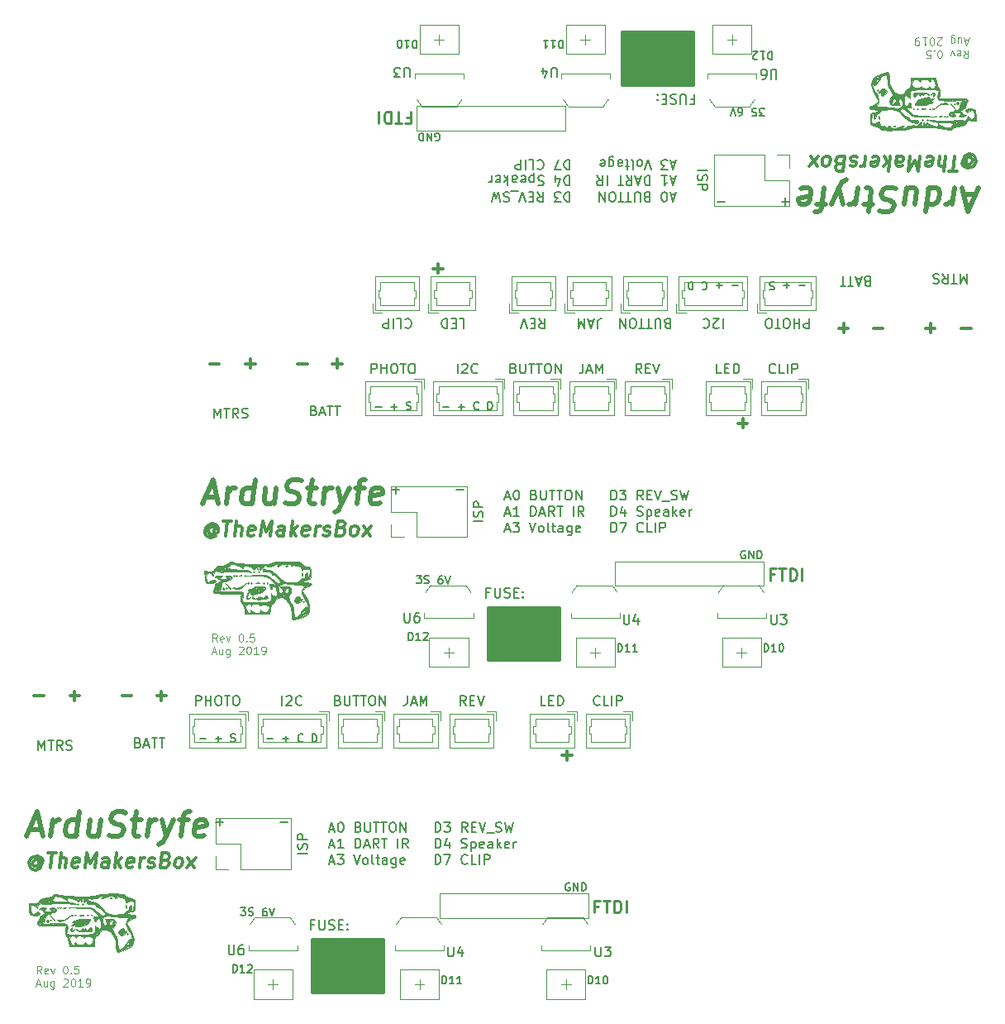
<source format=gto>
%MOIN*%
%OFA0B0*%
%FSLAX46Y46*%
%IPPOS*%
%LPD*%
%ADD10C,0.0039370078740157488*%
%ADD11C,0.0078740157480314977*%
%ADD12C,0.01968503937007874*%
%ADD13C,0.011811023622047244*%
%ADD14C,0.00984251968503937*%
%ADD15C,0.005905511811023622*%
%ADD16C,0.0047244094488188976*%
%ADD17C,0.00039370078740157485*%
%ADD18C,0.01*%
%ADD29C,0.0039370078740157488*%
%ADD30C,0.0078740157480314977*%
%ADD31C,0.01968503937007874*%
%ADD32C,0.011811023622047244*%
%ADD33C,0.00984251968503937*%
%ADD34C,0.005905511811023622*%
%ADD35C,0.0047244094488188976*%
%ADD36C,0.00039370078740157485*%
%ADD37C,0.01*%
%ADD38C,0.0039370078740157488*%
%ADD39C,0.0078740157480314977*%
%ADD40C,0.01968503937007874*%
%ADD41C,0.011811023622047244*%
%ADD42C,0.00984251968503937*%
%ADD43C,0.005905511811023622*%
%ADD44C,0.0047244094488188976*%
%ADD45C,0.00039370078740157485*%
%ADD46C,0.01*%
G01*
D10*
D11*
X0001207770Y0000305371D02*
X0001194647Y0000305371D01*
X0001194647Y0000284748D02*
X0001194647Y0000324118D01*
X0001213395Y0000324118D01*
X0001228393Y0000324118D02*
X0001228393Y0000292247D01*
X0001230268Y0000288498D01*
X0001232142Y0000286623D01*
X0001235892Y0000284748D01*
X0001243391Y0000284748D01*
X0001247140Y0000286623D01*
X0001249015Y0000288498D01*
X0001250890Y0000292247D01*
X0001250890Y0000324118D01*
X0001267763Y0000286623D02*
X0001273387Y0000284748D01*
X0001282761Y0000284748D01*
X0001286511Y0000286623D01*
X0001288385Y0000288498D01*
X0001290260Y0000292247D01*
X0001290260Y0000295997D01*
X0001288385Y0000299746D01*
X0001286511Y0000301621D01*
X0001282761Y0000303496D01*
X0001275262Y0000305371D01*
X0001271512Y0000307245D01*
X0001269638Y0000309120D01*
X0001267763Y0000312870D01*
X0001267763Y0000316619D01*
X0001269638Y0000320369D01*
X0001271512Y0000322244D01*
X0001275262Y0000324118D01*
X0001284636Y0000324118D01*
X0001290260Y0000322244D01*
X0001307133Y0000305371D02*
X0001320256Y0000305371D01*
X0001325881Y0000284748D02*
X0001307133Y0000284748D01*
X0001307133Y0000324118D01*
X0001325881Y0000324118D01*
X0001342754Y0000288498D02*
X0001344628Y0000286623D01*
X0001342754Y0000284748D01*
X0001340879Y0000286623D01*
X0001342754Y0000288498D01*
X0001342754Y0000284748D01*
X0001342754Y0000309120D02*
X0001344628Y0000307245D01*
X0001342754Y0000305371D01*
X0001340879Y0000307245D01*
X0001342754Y0000309120D01*
X0001342754Y0000305371D01*
D12*
X0000061155Y0000689894D02*
X0000108024Y0000689894D01*
X0000048266Y0000661773D02*
X0000093378Y0000760198D01*
X0000113883Y0000661773D01*
X0000146691Y0000661773D02*
X0000154894Y0000727390D01*
X0000152550Y0000708642D02*
X0000158409Y0000718016D01*
X0000163681Y0000722703D01*
X0000173641Y0000727390D01*
X0000183015Y0000727390D01*
X0000249804Y0000661773D02*
X0000262107Y0000760198D01*
X0000250389Y0000666460D02*
X0000240430Y0000661773D01*
X0000221682Y0000661773D01*
X0000212894Y0000666460D01*
X0000208793Y0000671147D01*
X0000205278Y0000680521D01*
X0000208793Y0000708642D01*
X0000214652Y0000718016D01*
X0000219925Y0000722703D01*
X0000229884Y0000727390D01*
X0000248632Y0000727390D01*
X0000257420Y0000722703D01*
X0000347057Y0000727390D02*
X0000338855Y0000661773D01*
X0000304875Y0000727390D02*
X0000298430Y0000675834D01*
X0000301945Y0000666460D01*
X0000310733Y0000661773D01*
X0000324794Y0000661773D01*
X0000334754Y0000666460D01*
X0000340027Y0000671147D01*
X0000381623Y0000666460D02*
X0000395098Y0000661773D01*
X0000418532Y0000661773D01*
X0000428492Y0000666460D01*
X0000433765Y0000671147D01*
X0000439624Y0000680521D01*
X0000440795Y0000689894D01*
X0000437280Y0000699268D01*
X0000433179Y0000703955D01*
X0000424391Y0000708642D01*
X0000406229Y0000713329D01*
X0000397441Y0000718016D01*
X0000393340Y0000722703D01*
X0000389825Y0000732077D01*
X0000390997Y0000741451D01*
X0000396856Y0000750824D01*
X0000402128Y0000755511D01*
X0000412088Y0000760198D01*
X0000435523Y0000760198D01*
X0000448997Y0000755511D01*
X0000473604Y0000727390D02*
X0000511099Y0000727390D01*
X0000491766Y0000760198D02*
X0000481220Y0000675834D01*
X0000484735Y0000666460D01*
X0000493523Y0000661773D01*
X0000502897Y0000661773D01*
X0000535705Y0000661773D02*
X0000543907Y0000727390D01*
X0000541564Y0000708642D02*
X0000547423Y0000718016D01*
X0000552695Y0000722703D01*
X0000562655Y0000727390D01*
X0000572029Y0000727390D01*
X0000595463Y0000727390D02*
X0000610696Y0000661773D01*
X0000642333Y0000727390D02*
X0000610696Y0000661773D01*
X0000598393Y0000638338D01*
X0000593120Y0000633652D01*
X0000583160Y0000628965D01*
X0000665767Y0000727390D02*
X0000703262Y0000727390D01*
X0000671626Y0000661773D02*
X0000682171Y0000746137D01*
X0000688030Y0000755511D01*
X0000697990Y0000760198D01*
X0000707364Y0000760198D01*
X0000765950Y0000666460D02*
X0000755990Y0000661773D01*
X0000737243Y0000661773D01*
X0000728455Y0000666460D01*
X0000724939Y0000675834D01*
X0000729626Y0000713329D01*
X0000735485Y0000722703D01*
X0000745445Y0000727390D01*
X0000764192Y0000727390D01*
X0000772980Y0000722703D01*
X0000776495Y0000713329D01*
X0000775324Y0000703955D01*
X0000727283Y0000694581D01*
D13*
X0002209559Y0000987784D02*
X0002247054Y0000987784D01*
X0002228307Y0000969036D02*
X0002228307Y0001006531D01*
D14*
X0002355266Y0000379814D02*
X0002338862Y0000379814D01*
X0002338862Y0000354036D02*
X0002338862Y0000403248D01*
X0002362296Y0000403248D01*
X0002374013Y0000403248D02*
X0002402135Y0000403248D01*
X0002388074Y0000354036D02*
X0002388074Y0000403248D01*
X0002418539Y0000354036D02*
X0002418539Y0000403248D01*
X0002430256Y0000403248D01*
X0002437287Y0000400905D01*
X0002441974Y0000396218D01*
X0002444317Y0000391531D01*
X0002446661Y0000382157D01*
X0002446661Y0000375127D01*
X0002444317Y0000365753D01*
X0002441974Y0000361066D01*
X0002437287Y0000356379D01*
X0002430256Y0000354036D01*
X0002418539Y0000354036D01*
X0002467752Y0000354036D02*
X0002467752Y0000403248D01*
D11*
X0001073308Y0000718487D02*
X0001103305Y0000718487D01*
X0001019319Y0001054049D02*
X0001043316Y0001054049D01*
X0001082311Y0001054049D02*
X0001106308Y0001054049D01*
X0001094310Y0001042050D02*
X0001094310Y0001066047D01*
X0001163301Y0001045050D02*
X0001161801Y0001043550D01*
X0001157302Y0001042050D01*
X0001154302Y0001042050D01*
X0001149803Y0001043550D01*
X0001146803Y0001046550D01*
X0001145303Y0001049550D01*
X0001143803Y0001055549D01*
X0001143803Y0001060048D01*
X0001145303Y0001066047D01*
X0001146803Y0001069047D01*
X0001149803Y0001072047D01*
X0001154302Y0001073547D01*
X0001157302Y0001073547D01*
X0001161801Y0001072047D01*
X0001163301Y0001070547D01*
X0001200796Y0001042050D02*
X0001200796Y0001073547D01*
X0001208295Y0001073547D01*
X0001212795Y0001072047D01*
X0001215794Y0001069047D01*
X0001217294Y0001066047D01*
X0001218794Y0001060048D01*
X0001218794Y0001055549D01*
X0001217294Y0001049550D01*
X0001215794Y0001046550D01*
X0001212795Y0001043550D01*
X0001208295Y0001042050D01*
X0001200796Y0001042050D01*
X0000747815Y0001054049D02*
X0000771812Y0001054049D01*
X0000810808Y0001054049D02*
X0000834805Y0001054049D01*
X0000822806Y0001042050D02*
X0000822806Y0001066047D01*
X0000872300Y0001043550D02*
X0000876799Y0001042050D01*
X0000884298Y0001042050D01*
X0000887298Y0001043550D01*
X0000888798Y0001045050D01*
X0000890298Y0001048050D01*
X0000890298Y0001051049D01*
X0000888798Y0001054049D01*
X0000887298Y0001055549D01*
X0000884298Y0001057049D01*
X0000878299Y0001058548D01*
X0000875299Y0001060048D01*
X0000873800Y0001061548D01*
X0000872300Y0001064548D01*
X0000872300Y0001067547D01*
X0000873800Y0001070547D01*
X0000875299Y0001072047D01*
X0000878299Y0001073547D01*
X0000885798Y0001073547D01*
X0000890298Y0001072047D01*
D13*
X0000434559Y0001227784D02*
X0000472054Y0001227784D01*
X0000574559Y0001227784D02*
X0000612054Y0001227784D01*
X0000593307Y0001209036D02*
X0000593307Y0001246531D01*
X0000079559Y0001227784D02*
X0000117054Y0001227784D01*
X0000224559Y0001227784D02*
X0000262054Y0001227784D01*
X0000243307Y0001209036D02*
X0000243307Y0001246531D01*
D15*
X0000499250Y0001039111D02*
X0000504874Y0001037236D01*
X0000506749Y0001035361D01*
X0000508623Y0001031612D01*
X0000508623Y0001025987D01*
X0000506749Y0001022238D01*
X0000504874Y0001020363D01*
X0000501124Y0001018488D01*
X0000486126Y0001018488D01*
X0000486126Y0001057859D01*
X0000499250Y0001057859D01*
X0000502999Y0001055984D01*
X0000504874Y0001054109D01*
X0000506749Y0001050359D01*
X0000506749Y0001046610D01*
X0000504874Y0001042860D01*
X0000502999Y0001040986D01*
X0000499250Y0001039111D01*
X0000486126Y0001039111D01*
X0000523622Y0001029737D02*
X0000542369Y0001029737D01*
X0000519872Y0001018488D02*
X0000532995Y0001057859D01*
X0000546119Y0001018488D01*
X0000553618Y0001057859D02*
X0000576115Y0001057859D01*
X0000564866Y0001018488D02*
X0000564866Y0001057859D01*
X0000583614Y0001057859D02*
X0000606111Y0001057859D01*
X0000594863Y0001018488D02*
X0000594863Y0001057859D01*
X0000096752Y0001008488D02*
X0000096752Y0001047858D01*
X0000109876Y0001019737D01*
X0000122999Y0001047858D01*
X0000122999Y0001008488D01*
X0000136122Y0001047858D02*
X0000158620Y0001047858D01*
X0000147371Y0001008488D02*
X0000147371Y0001047858D01*
X0000194240Y0001008488D02*
X0000181117Y0001027236D01*
X0000171743Y0001008488D02*
X0000171743Y0001047858D01*
X0000186741Y0001047858D01*
X0000190491Y0001045984D01*
X0000192365Y0001044109D01*
X0000194240Y0001040359D01*
X0000194240Y0001034735D01*
X0000192365Y0001030986D01*
X0000190491Y0001029111D01*
X0000186741Y0001027236D01*
X0000171743Y0001027236D01*
X0000209238Y0001010363D02*
X0000214863Y0001008488D01*
X0000224237Y0001008488D01*
X0000227986Y0001010363D01*
X0000229861Y0001012238D01*
X0000231736Y0001015987D01*
X0000231736Y0001019737D01*
X0000229861Y0001023487D01*
X0000227986Y0001025361D01*
X0000224237Y0001027236D01*
X0000216737Y0001029111D01*
X0000212988Y0001030986D01*
X0000211113Y0001032860D01*
X0000209238Y0001036610D01*
X0000209238Y0001040359D01*
X0000211113Y0001044109D01*
X0000212988Y0001045984D01*
X0000216737Y0001047858D01*
X0000226111Y0001047858D01*
X0000231736Y0001045984D01*
X0002239310Y0000472047D02*
X0002236310Y0000473547D01*
X0002231811Y0000473547D01*
X0002227311Y0000472047D01*
X0002224311Y0000469047D01*
X0002222812Y0000466047D01*
X0002221312Y0000460048D01*
X0002221312Y0000455549D01*
X0002222812Y0000449550D01*
X0002224311Y0000446550D01*
X0002227311Y0000443550D01*
X0002231811Y0000442050D01*
X0002234810Y0000442050D01*
X0002239310Y0000443550D01*
X0002240809Y0000445050D01*
X0002240809Y0000455549D01*
X0002234810Y0000455549D01*
X0002254308Y0000442050D02*
X0002254308Y0000473547D01*
X0002272305Y0000442050D01*
X0002272305Y0000473547D01*
X0002287304Y0000442050D02*
X0002287304Y0000473547D01*
X0002294803Y0000473547D01*
X0002299302Y0000472047D01*
X0002302302Y0000469047D01*
X0002303802Y0000466047D01*
X0002305301Y0000460048D01*
X0002305301Y0000455549D01*
X0002303802Y0000449550D01*
X0002302302Y0000446550D01*
X0002299302Y0000443550D01*
X0002294803Y0000442050D01*
X0002287304Y0000442050D01*
D11*
X0000813308Y0000718487D02*
X0000843305Y0000718487D01*
X0000828307Y0000703488D02*
X0000828307Y0000733485D01*
D15*
X0001697680Y0000678449D02*
X0001697680Y0000717819D01*
X0001707054Y0000717819D01*
X0001712679Y0000715944D01*
X0001716428Y0000712195D01*
X0001718303Y0000708445D01*
X0001720178Y0000700946D01*
X0001720178Y0000695322D01*
X0001718303Y0000687823D01*
X0001716428Y0000684073D01*
X0001712679Y0000680324D01*
X0001707054Y0000678449D01*
X0001697680Y0000678449D01*
X0001733301Y0000717819D02*
X0001757673Y0000717819D01*
X0001744550Y0000702821D01*
X0001750174Y0000702821D01*
X0001753923Y0000700946D01*
X0001755798Y0000699071D01*
X0001757673Y0000695322D01*
X0001757673Y0000685948D01*
X0001755798Y0000682199D01*
X0001753923Y0000680324D01*
X0001750174Y0000678449D01*
X0001738925Y0000678449D01*
X0001735176Y0000680324D01*
X0001733301Y0000682199D01*
X0001827039Y0000678449D02*
X0001813916Y0000697197D01*
X0001804542Y0000678449D02*
X0001804542Y0000717819D01*
X0001819540Y0000717819D01*
X0001823290Y0000715944D01*
X0001825165Y0000714070D01*
X0001827039Y0000710320D01*
X0001827039Y0000704696D01*
X0001825165Y0000700946D01*
X0001823290Y0000699071D01*
X0001819540Y0000697197D01*
X0001804542Y0000697197D01*
X0001843912Y0000699071D02*
X0001857035Y0000699071D01*
X0001862660Y0000678449D02*
X0001843912Y0000678449D01*
X0001843912Y0000717819D01*
X0001862660Y0000717819D01*
X0001873908Y0000717819D02*
X0001887032Y0000678449D01*
X0001900155Y0000717819D01*
X0001903905Y0000674700D02*
X0001933901Y0000674700D01*
X0001941400Y0000680324D02*
X0001947024Y0000678449D01*
X0001956398Y0000678449D01*
X0001960148Y0000680324D01*
X0001962022Y0000682199D01*
X0001963897Y0000685948D01*
X0001963897Y0000689698D01*
X0001962022Y0000693447D01*
X0001960148Y0000695322D01*
X0001956398Y0000697197D01*
X0001948899Y0000699071D01*
X0001945150Y0000700946D01*
X0001943275Y0000702821D01*
X0001941400Y0000706571D01*
X0001941400Y0000710320D01*
X0001943275Y0000714070D01*
X0001945150Y0000715944D01*
X0001948899Y0000717819D01*
X0001958273Y0000717819D01*
X0001963897Y0000715944D01*
X0001977020Y0000717819D02*
X0001986394Y0000678449D01*
X0001993893Y0000706571D01*
X0002001392Y0000678449D01*
X0002010766Y0000717819D01*
X0001697680Y0000613488D02*
X0001697680Y0000652858D01*
X0001707054Y0000652858D01*
X0001712679Y0000650984D01*
X0001716428Y0000647234D01*
X0001718303Y0000643485D01*
X0001720178Y0000635986D01*
X0001720178Y0000630361D01*
X0001718303Y0000622862D01*
X0001716428Y0000619113D01*
X0001712679Y0000615363D01*
X0001707054Y0000613488D01*
X0001697680Y0000613488D01*
X0001753923Y0000639735D02*
X0001753923Y0000613488D01*
X0001744550Y0000654733D02*
X0001735176Y0000626612D01*
X0001759548Y0000626612D01*
X0001802667Y0000615363D02*
X0001808292Y0000613488D01*
X0001817665Y0000613488D01*
X0001821415Y0000615363D01*
X0001823290Y0000617238D01*
X0001825165Y0000620987D01*
X0001825165Y0000624737D01*
X0001823290Y0000628487D01*
X0001821415Y0000630361D01*
X0001817665Y0000632236D01*
X0001810166Y0000634111D01*
X0001806417Y0000635986D01*
X0001804542Y0000637860D01*
X0001802667Y0000641610D01*
X0001802667Y0000645359D01*
X0001804542Y0000649109D01*
X0001806417Y0000650984D01*
X0001810166Y0000652858D01*
X0001819540Y0000652858D01*
X0001825165Y0000650984D01*
X0001842037Y0000639735D02*
X0001842037Y0000600365D01*
X0001842037Y0000637860D02*
X0001845787Y0000639735D01*
X0001853286Y0000639735D01*
X0001857035Y0000637860D01*
X0001858910Y0000635986D01*
X0001860785Y0000632236D01*
X0001860785Y0000620987D01*
X0001858910Y0000617238D01*
X0001857035Y0000615363D01*
X0001853286Y0000613488D01*
X0001845787Y0000613488D01*
X0001842037Y0000615363D01*
X0001892656Y0000615363D02*
X0001888907Y0000613488D01*
X0001881407Y0000613488D01*
X0001877658Y0000615363D01*
X0001875783Y0000619113D01*
X0001875783Y0000634111D01*
X0001877658Y0000637860D01*
X0001881407Y0000639735D01*
X0001888907Y0000639735D01*
X0001892656Y0000637860D01*
X0001894531Y0000634111D01*
X0001894531Y0000630361D01*
X0001875783Y0000626612D01*
X0001928277Y0000613488D02*
X0001928277Y0000634111D01*
X0001926402Y0000637860D01*
X0001922652Y0000639735D01*
X0001915153Y0000639735D01*
X0001911404Y0000637860D01*
X0001928277Y0000615363D02*
X0001924527Y0000613488D01*
X0001915153Y0000613488D01*
X0001911404Y0000615363D01*
X0001909529Y0000619113D01*
X0001909529Y0000622862D01*
X0001911404Y0000626612D01*
X0001915153Y0000628487D01*
X0001924527Y0000628487D01*
X0001928277Y0000630361D01*
X0001947024Y0000613488D02*
X0001947024Y0000652858D01*
X0001950774Y0000628487D02*
X0001962022Y0000613488D01*
X0001962022Y0000639735D02*
X0001947024Y0000624737D01*
X0001993893Y0000615363D02*
X0001990144Y0000613488D01*
X0001982645Y0000613488D01*
X0001978895Y0000615363D01*
X0001977020Y0000619113D01*
X0001977020Y0000634111D01*
X0001978895Y0000637860D01*
X0001982645Y0000639735D01*
X0001990144Y0000639735D01*
X0001993893Y0000637860D01*
X0001995768Y0000634111D01*
X0001995768Y0000630361D01*
X0001977020Y0000626612D01*
X0002012641Y0000613488D02*
X0002012641Y0000639735D01*
X0002012641Y0000632236D02*
X0002014516Y0000635986D01*
X0002016391Y0000637860D01*
X0002020140Y0000639735D01*
X0002023890Y0000639735D01*
X0001697680Y0000548528D02*
X0001697680Y0000587898D01*
X0001707054Y0000587898D01*
X0001712679Y0000586023D01*
X0001716428Y0000582274D01*
X0001718303Y0000578524D01*
X0001720178Y0000571025D01*
X0001720178Y0000565401D01*
X0001718303Y0000557902D01*
X0001716428Y0000554152D01*
X0001712679Y0000550403D01*
X0001707054Y0000548528D01*
X0001697680Y0000548528D01*
X0001733301Y0000587898D02*
X0001759548Y0000587898D01*
X0001742675Y0000548528D01*
X0001827039Y0000552277D02*
X0001825165Y0000550403D01*
X0001819540Y0000548528D01*
X0001815791Y0000548528D01*
X0001810166Y0000550403D01*
X0001806417Y0000554152D01*
X0001804542Y0000557902D01*
X0001802667Y0000565401D01*
X0001802667Y0000571025D01*
X0001804542Y0000578524D01*
X0001806417Y0000582274D01*
X0001810166Y0000586023D01*
X0001815791Y0000587898D01*
X0001819540Y0000587898D01*
X0001825165Y0000586023D01*
X0001827039Y0000584148D01*
X0001862660Y0000548528D02*
X0001843912Y0000548528D01*
X0001843912Y0000587898D01*
X0001875783Y0000548528D02*
X0001875783Y0000587898D01*
X0001894531Y0000548528D02*
X0001894531Y0000587898D01*
X0001909529Y0000587898D01*
X0001913278Y0000586023D01*
X0001915153Y0000584148D01*
X0001917028Y0000580399D01*
X0001917028Y0000574775D01*
X0001915153Y0000571025D01*
X0001913278Y0000569150D01*
X0001909529Y0000567275D01*
X0001894531Y0000567275D01*
X0001270806Y0000689698D02*
X0001289553Y0000689698D01*
X0001267056Y0000678449D02*
X0001280179Y0000717819D01*
X0001293303Y0000678449D01*
X0001313925Y0000717819D02*
X0001317675Y0000717819D01*
X0001321424Y0000715944D01*
X0001323299Y0000714070D01*
X0001325174Y0000710320D01*
X0001327049Y0000702821D01*
X0001327049Y0000693447D01*
X0001325174Y0000685948D01*
X0001323299Y0000682199D01*
X0001321424Y0000680324D01*
X0001317675Y0000678449D01*
X0001313925Y0000678449D01*
X0001310176Y0000680324D01*
X0001308301Y0000682199D01*
X0001306426Y0000685948D01*
X0001304551Y0000693447D01*
X0001304551Y0000702821D01*
X0001306426Y0000710320D01*
X0001308301Y0000714070D01*
X0001310176Y0000715944D01*
X0001313925Y0000717819D01*
X0001387041Y0000699071D02*
X0001392665Y0000697197D01*
X0001394540Y0000695322D01*
X0001396415Y0000691572D01*
X0001396415Y0000685948D01*
X0001394540Y0000682199D01*
X0001392665Y0000680324D01*
X0001388916Y0000678449D01*
X0001373918Y0000678449D01*
X0001373918Y0000717819D01*
X0001387041Y0000717819D01*
X0001390791Y0000715944D01*
X0001392665Y0000714070D01*
X0001394540Y0000710320D01*
X0001394540Y0000706571D01*
X0001392665Y0000702821D01*
X0001390791Y0000700946D01*
X0001387041Y0000699071D01*
X0001373918Y0000699071D01*
X0001413288Y0000717819D02*
X0001413288Y0000685948D01*
X0001415163Y0000682199D01*
X0001417037Y0000680324D01*
X0001420787Y0000678449D01*
X0001428286Y0000678449D01*
X0001432036Y0000680324D01*
X0001433910Y0000682199D01*
X0001435785Y0000685948D01*
X0001435785Y0000717819D01*
X0001448908Y0000717819D02*
X0001471406Y0000717819D01*
X0001460157Y0000678449D02*
X0001460157Y0000717819D01*
X0001478905Y0000717819D02*
X0001501402Y0000717819D01*
X0001490153Y0000678449D02*
X0001490153Y0000717819D01*
X0001522024Y0000717819D02*
X0001529523Y0000717819D01*
X0001533273Y0000715944D01*
X0001537022Y0000712195D01*
X0001538897Y0000704696D01*
X0001538897Y0000691572D01*
X0001537022Y0000684073D01*
X0001533273Y0000680324D01*
X0001529523Y0000678449D01*
X0001522024Y0000678449D01*
X0001518275Y0000680324D01*
X0001514525Y0000684073D01*
X0001512650Y0000691572D01*
X0001512650Y0000704696D01*
X0001514525Y0000712195D01*
X0001518275Y0000715944D01*
X0001522024Y0000717819D01*
X0001555770Y0000678449D02*
X0001555770Y0000717819D01*
X0001578267Y0000678449D01*
X0001578267Y0000717819D01*
X0001270806Y0000624737D02*
X0001289553Y0000624737D01*
X0001267056Y0000613488D02*
X0001280179Y0000652858D01*
X0001293303Y0000613488D01*
X0001327049Y0000613488D02*
X0001304551Y0000613488D01*
X0001315800Y0000613488D02*
X0001315800Y0000652858D01*
X0001312050Y0000647234D01*
X0001308301Y0000643485D01*
X0001304551Y0000641610D01*
X0001373918Y0000613488D02*
X0001373918Y0000652858D01*
X0001383292Y0000652858D01*
X0001388916Y0000650984D01*
X0001392665Y0000647234D01*
X0001394540Y0000643485D01*
X0001396415Y0000635986D01*
X0001396415Y0000630361D01*
X0001394540Y0000622862D01*
X0001392665Y0000619113D01*
X0001388916Y0000615363D01*
X0001383292Y0000613488D01*
X0001373918Y0000613488D01*
X0001411413Y0000624737D02*
X0001430161Y0000624737D01*
X0001407664Y0000613488D02*
X0001420787Y0000652858D01*
X0001433910Y0000613488D01*
X0001469531Y0000613488D02*
X0001456407Y0000632236D01*
X0001447034Y0000613488D02*
X0001447034Y0000652858D01*
X0001462032Y0000652858D01*
X0001465781Y0000650984D01*
X0001467656Y0000649109D01*
X0001469531Y0000645359D01*
X0001469531Y0000639735D01*
X0001467656Y0000635986D01*
X0001465781Y0000634111D01*
X0001462032Y0000632236D01*
X0001447034Y0000632236D01*
X0001480779Y0000652858D02*
X0001503277Y0000652858D01*
X0001492028Y0000613488D02*
X0001492028Y0000652858D01*
X0001546396Y0000613488D02*
X0001546396Y0000652858D01*
X0001587641Y0000613488D02*
X0001574518Y0000632236D01*
X0001565144Y0000613488D02*
X0001565144Y0000652858D01*
X0001580142Y0000652858D01*
X0001583892Y0000650984D01*
X0001585766Y0000649109D01*
X0001587641Y0000645359D01*
X0001587641Y0000639735D01*
X0001585766Y0000635986D01*
X0001583892Y0000634111D01*
X0001580142Y0000632236D01*
X0001565144Y0000632236D01*
X0001270806Y0000559776D02*
X0001289553Y0000559776D01*
X0001267056Y0000548528D02*
X0001280179Y0000587898D01*
X0001293303Y0000548528D01*
X0001302677Y0000587898D02*
X0001327049Y0000587898D01*
X0001313925Y0000572900D01*
X0001319550Y0000572900D01*
X0001323299Y0000571025D01*
X0001325174Y0000569150D01*
X0001327049Y0000565401D01*
X0001327049Y0000556027D01*
X0001325174Y0000552277D01*
X0001323299Y0000550403D01*
X0001319550Y0000548528D01*
X0001308301Y0000548528D01*
X0001304551Y0000550403D01*
X0001302677Y0000552277D01*
X0001368293Y0000587898D02*
X0001381417Y0000548528D01*
X0001394540Y0000587898D01*
X0001413288Y0000548528D02*
X0001409538Y0000550403D01*
X0001407664Y0000552277D01*
X0001405789Y0000556027D01*
X0001405789Y0000567275D01*
X0001407664Y0000571025D01*
X0001409538Y0000572900D01*
X0001413288Y0000574775D01*
X0001418912Y0000574775D01*
X0001422662Y0000572900D01*
X0001424536Y0000571025D01*
X0001426411Y0000567275D01*
X0001426411Y0000556027D01*
X0001424536Y0000552277D01*
X0001422662Y0000550403D01*
X0001418912Y0000548528D01*
X0001413288Y0000548528D01*
X0001448908Y0000548528D02*
X0001445159Y0000550403D01*
X0001443284Y0000554152D01*
X0001443284Y0000587898D01*
X0001458282Y0000574775D02*
X0001473280Y0000574775D01*
X0001463907Y0000587898D02*
X0001463907Y0000554152D01*
X0001465781Y0000550403D01*
X0001469531Y0000548528D01*
X0001473280Y0000548528D01*
X0001503277Y0000548528D02*
X0001503277Y0000569150D01*
X0001501402Y0000572900D01*
X0001497652Y0000574775D01*
X0001490153Y0000574775D01*
X0001486404Y0000572900D01*
X0001503277Y0000550403D02*
X0001499527Y0000548528D01*
X0001490153Y0000548528D01*
X0001486404Y0000550403D01*
X0001484529Y0000554152D01*
X0001484529Y0000557902D01*
X0001486404Y0000561651D01*
X0001490153Y0000563526D01*
X0001499527Y0000563526D01*
X0001503277Y0000565401D01*
X0001538897Y0000574775D02*
X0001538897Y0000542903D01*
X0001537022Y0000539154D01*
X0001535148Y0000537279D01*
X0001531398Y0000535404D01*
X0001525774Y0000535404D01*
X0001522024Y0000537279D01*
X0001538897Y0000550403D02*
X0001535148Y0000548528D01*
X0001527649Y0000548528D01*
X0001523899Y0000550403D01*
X0001522024Y0000552277D01*
X0001520150Y0000556027D01*
X0001520150Y0000567275D01*
X0001522024Y0000571025D01*
X0001523899Y0000572900D01*
X0001527649Y0000574775D01*
X0001535148Y0000574775D01*
X0001538897Y0000572900D01*
X0001572643Y0000550403D02*
X0001568893Y0000548528D01*
X0001561394Y0000548528D01*
X0001557645Y0000550403D01*
X0001555770Y0000554152D01*
X0001555770Y0000569150D01*
X0001557645Y0000572900D01*
X0001561394Y0000574775D01*
X0001568893Y0000574775D01*
X0001572643Y0000572900D01*
X0001574518Y0000569150D01*
X0001574518Y0000565401D01*
X0001555770Y0000561651D01*
X0000880455Y0000113310D02*
X0000880455Y0000144806D01*
X0000887954Y0000144806D01*
X0000892454Y0000143307D01*
X0000895453Y0000140307D01*
X0000896953Y0000137307D01*
X0000898453Y0000131308D01*
X0000898453Y0000126809D01*
X0000896953Y0000120809D01*
X0000895453Y0000117810D01*
X0000892454Y0000114810D01*
X0000887954Y0000113310D01*
X0000880455Y0000113310D01*
X0000928449Y0000113310D02*
X0000910451Y0000113310D01*
X0000919450Y0000113310D02*
X0000919450Y0000144806D01*
X0000916451Y0000140307D01*
X0000913451Y0000137307D01*
X0000910451Y0000135807D01*
X0000940448Y0000141807D02*
X0000941947Y0000143307D01*
X0000944947Y0000144806D01*
X0000952446Y0000144806D01*
X0000955446Y0000143307D01*
X0000956946Y0000141807D01*
X0000958445Y0000138807D01*
X0000958445Y0000135807D01*
X0000956946Y0000131308D01*
X0000938948Y0000113310D01*
X0000958445Y0000113310D01*
X0001725061Y0000067050D02*
X0001725061Y0000098547D01*
X0001732560Y0000098547D01*
X0001737060Y0000097047D01*
X0001740059Y0000094047D01*
X0001741559Y0000091047D01*
X0001743059Y0000085048D01*
X0001743059Y0000080549D01*
X0001741559Y0000074550D01*
X0001740059Y0000071550D01*
X0001737060Y0000068550D01*
X0001732560Y0000067050D01*
X0001725061Y0000067050D01*
X0001773055Y0000067050D02*
X0001755058Y0000067050D01*
X0001764056Y0000067050D02*
X0001764056Y0000098547D01*
X0001761057Y0000094047D01*
X0001758057Y0000091047D01*
X0001755058Y0000089548D01*
X0001803052Y0000067050D02*
X0001785054Y0000067050D01*
X0001794053Y0000067050D02*
X0001794053Y0000098547D01*
X0001791053Y0000094047D01*
X0001788053Y0000091047D01*
X0001785054Y0000089548D01*
X0002315061Y0000067050D02*
X0002315061Y0000098547D01*
X0002322560Y0000098547D01*
X0002327060Y0000097047D01*
X0002330060Y0000094047D01*
X0002331559Y0000091047D01*
X0002333059Y0000085048D01*
X0002333059Y0000080549D01*
X0002331559Y0000074550D01*
X0002330060Y0000071550D01*
X0002327060Y0000068550D01*
X0002322560Y0000067050D01*
X0002315061Y0000067050D01*
X0002363055Y0000067050D02*
X0002345058Y0000067050D01*
X0002354056Y0000067050D02*
X0002354056Y0000098547D01*
X0002351057Y0000094047D01*
X0002348057Y0000091047D01*
X0002345058Y0000089548D01*
X0002382553Y0000098547D02*
X0002385553Y0000098547D01*
X0002388552Y0000097047D01*
X0002390052Y0000095547D01*
X0002391552Y0000092547D01*
X0002393052Y0000086548D01*
X0002393052Y0000079049D01*
X0002391552Y0000073050D01*
X0002390052Y0000070050D01*
X0002388552Y0000068550D01*
X0002385553Y0000067050D01*
X0002382553Y0000067050D01*
X0002379553Y0000068550D01*
X0002378053Y0000070050D01*
X0002376554Y0000073050D01*
X0002375054Y0000079049D01*
X0002375054Y0000086548D01*
X0002376554Y0000092547D01*
X0002378053Y0000095547D01*
X0002379553Y0000097047D01*
X0002382553Y0000098547D01*
D13*
X0000099613Y0000562705D02*
X0000097152Y0000565517D01*
X0000091879Y0000568329D01*
X0000086255Y0000568329D01*
X0000080279Y0000565517D01*
X0000077116Y0000562705D01*
X0000073600Y0000557080D01*
X0000072897Y0000551456D01*
X0000075007Y0000545832D01*
X0000077467Y0000543020D01*
X0000082740Y0000540208D01*
X0000088364Y0000540208D01*
X0000094340Y0000543020D01*
X0000097504Y0000545832D01*
X0000100316Y0000568329D02*
X0000097504Y0000545832D01*
X0000099964Y0000543020D01*
X0000102776Y0000543020D01*
X0000108752Y0000545832D01*
X0000112267Y0000551456D01*
X0000114025Y0000565517D01*
X0000109455Y0000573953D01*
X0000101722Y0000579578D01*
X0000090825Y0000582390D01*
X0000079225Y0000579578D01*
X0000070085Y0000573953D01*
X0000063406Y0000565517D01*
X0000059188Y0000554268D01*
X0000060594Y0000543020D01*
X0000065164Y0000534583D01*
X0000072897Y0000528959D01*
X0000083795Y0000526147D01*
X0000095395Y0000528959D01*
X0000104534Y0000534583D01*
X0000134413Y0000593638D02*
X0000168159Y0000593638D01*
X0000143904Y0000534583D02*
X0000151286Y0000593638D01*
X0000180462Y0000534583D02*
X0000187844Y0000593638D01*
X0000205771Y0000534583D02*
X0000209638Y0000565517D01*
X0000207529Y0000571141D01*
X0000202256Y0000573953D01*
X0000193820Y0000573953D01*
X0000187844Y0000571141D01*
X0000184680Y0000568329D01*
X0000256742Y0000537395D02*
X0000250766Y0000534583D01*
X0000239517Y0000534583D01*
X0000234244Y0000537395D01*
X0000232135Y0000543020D01*
X0000234947Y0000565517D01*
X0000238463Y0000571141D01*
X0000244438Y0000573953D01*
X0000255687Y0000573953D01*
X0000260960Y0000571141D01*
X0000263069Y0000565517D01*
X0000262366Y0000559893D01*
X0000233541Y0000554268D01*
X0000284512Y0000534583D02*
X0000291893Y0000593638D01*
X0000306306Y0000551456D01*
X0000331264Y0000593638D01*
X0000323882Y0000534583D01*
X0000377312Y0000534583D02*
X0000381179Y0000565517D01*
X0000379070Y0000571141D01*
X0000373797Y0000573953D01*
X0000362549Y0000573953D01*
X0000356573Y0000571141D01*
X0000377664Y0000537395D02*
X0000371688Y0000534583D01*
X0000357627Y0000534583D01*
X0000352355Y0000537395D01*
X0000350245Y0000543020D01*
X0000350949Y0000548644D01*
X0000354464Y0000554268D01*
X0000360440Y0000557080D01*
X0000374500Y0000557080D01*
X0000380476Y0000559893D01*
X0000405434Y0000534583D02*
X0000412816Y0000593638D01*
X0000413870Y0000557080D02*
X0000427931Y0000534583D01*
X0000432852Y0000573953D02*
X0000407543Y0000551456D01*
X0000476089Y0000537395D02*
X0000470113Y0000534583D01*
X0000458865Y0000534583D01*
X0000453592Y0000537395D01*
X0000451483Y0000543020D01*
X0000454295Y0000565517D01*
X0000457810Y0000571141D01*
X0000463786Y0000573953D01*
X0000475035Y0000573953D01*
X0000480307Y0000571141D01*
X0000482417Y0000565517D01*
X0000481713Y0000559893D01*
X0000452889Y0000554268D01*
X0000503859Y0000534583D02*
X0000508780Y0000573953D01*
X0000507374Y0000562705D02*
X0000510890Y0000568329D01*
X0000514053Y0000571141D01*
X0000520029Y0000573953D01*
X0000525653Y0000573953D01*
X0000537956Y0000537395D02*
X0000543229Y0000534583D01*
X0000554478Y0000534583D01*
X0000560454Y0000537395D01*
X0000563969Y0000543020D01*
X0000564320Y0000545832D01*
X0000562211Y0000551456D01*
X0000556938Y0000554268D01*
X0000548502Y0000554268D01*
X0000543229Y0000557080D01*
X0000541120Y0000562705D01*
X0000541472Y0000565517D01*
X0000544987Y0000571141D01*
X0000550963Y0000573953D01*
X0000559399Y0000573953D01*
X0000564672Y0000571141D01*
X0000611775Y0000565517D02*
X0000619860Y0000562705D01*
X0000622321Y0000559893D01*
X0000624430Y0000554268D01*
X0000623375Y0000545832D01*
X0000619860Y0000540208D01*
X0000616697Y0000537395D01*
X0000610721Y0000534583D01*
X0000588224Y0000534583D01*
X0000595605Y0000593638D01*
X0000615291Y0000593638D01*
X0000620563Y0000590826D01*
X0000623024Y0000588014D01*
X0000625133Y0000582390D01*
X0000624430Y0000576765D01*
X0000620915Y0000571141D01*
X0000617751Y0000568329D01*
X0000611775Y0000565517D01*
X0000592090Y0000565517D01*
X0000655715Y0000534583D02*
X0000650442Y0000537395D01*
X0000647982Y0000540208D01*
X0000645873Y0000545832D01*
X0000647982Y0000562705D01*
X0000651497Y0000568329D01*
X0000654661Y0000571141D01*
X0000660636Y0000573953D01*
X0000669073Y0000573953D01*
X0000674346Y0000571141D01*
X0000676806Y0000568329D01*
X0000678915Y0000562705D01*
X0000676806Y0000545832D01*
X0000673291Y0000540208D01*
X0000670127Y0000537395D01*
X0000664152Y0000534583D01*
X0000655715Y0000534583D01*
X0000695085Y0000534583D02*
X0000730940Y0000573953D01*
X0000700007Y0000573953D02*
X0000726019Y0000534583D01*
D10*
X0000108803Y0000107641D02*
X0000098305Y0000122639D01*
X0000090806Y0000107641D02*
X0000090806Y0000139137D01*
X0000102804Y0000139137D01*
X0000105804Y0000137637D01*
X0000107304Y0000136137D01*
X0000108803Y0000133138D01*
X0000108803Y0000128638D01*
X0000107304Y0000125639D01*
X0000105804Y0000124139D01*
X0000102804Y0000122639D01*
X0000090806Y0000122639D01*
X0000134300Y0000109141D02*
X0000131301Y0000107641D01*
X0000125301Y0000107641D01*
X0000122302Y0000109141D01*
X0000120802Y0000112140D01*
X0000120802Y0000124139D01*
X0000122302Y0000127139D01*
X0000125301Y0000128638D01*
X0000131301Y0000128638D01*
X0000134300Y0000127139D01*
X0000135800Y0000124139D01*
X0000135800Y0000121139D01*
X0000120802Y0000118140D01*
X0000146299Y0000128638D02*
X0000153798Y0000107641D01*
X0000161297Y0000128638D01*
X0000203292Y0000139137D02*
X0000206291Y0000139137D01*
X0000209291Y0000137637D01*
X0000210791Y0000136137D01*
X0000212290Y0000133138D01*
X0000213790Y0000127139D01*
X0000213790Y0000119640D01*
X0000212290Y0000113640D01*
X0000210791Y0000110641D01*
X0000209291Y0000109141D01*
X0000206291Y0000107641D01*
X0000203292Y0000107641D01*
X0000200292Y0000109141D01*
X0000198792Y0000110641D01*
X0000197292Y0000113640D01*
X0000195792Y0000119640D01*
X0000195792Y0000127139D01*
X0000197292Y0000133138D01*
X0000198792Y0000136137D01*
X0000200292Y0000137637D01*
X0000203292Y0000139137D01*
X0000227289Y0000110641D02*
X0000228788Y0000109141D01*
X0000227289Y0000107641D01*
X0000225789Y0000109141D01*
X0000227289Y0000110641D01*
X0000227289Y0000107641D01*
X0000257285Y0000139137D02*
X0000242287Y0000139137D01*
X0000240787Y0000124139D01*
X0000242287Y0000125639D01*
X0000245286Y0000127139D01*
X0000252785Y0000127139D01*
X0000255785Y0000125639D01*
X0000257285Y0000124139D01*
X0000258785Y0000121139D01*
X0000258785Y0000113640D01*
X0000257285Y0000110641D01*
X0000255785Y0000109141D01*
X0000252785Y0000107641D01*
X0000245286Y0000107641D01*
X0000242287Y0000109141D01*
X0000240787Y0000110641D01*
X0000089306Y0000065459D02*
X0000104304Y0000065459D01*
X0000086306Y0000056460D02*
X0000096805Y0000087956D01*
X0000107304Y0000056460D01*
X0000131301Y0000077457D02*
X0000131301Y0000056460D01*
X0000117802Y0000077457D02*
X0000117802Y0000060959D01*
X0000119302Y0000057960D01*
X0000122302Y0000056460D01*
X0000126801Y0000056460D01*
X0000129801Y0000057960D01*
X0000131301Y0000059460D01*
X0000159797Y0000077457D02*
X0000159797Y0000051961D01*
X0000158297Y0000048961D01*
X0000156797Y0000047461D01*
X0000153798Y0000045961D01*
X0000149298Y0000045961D01*
X0000146299Y0000047461D01*
X0000159797Y0000057960D02*
X0000156797Y0000056460D01*
X0000150798Y0000056460D01*
X0000147799Y0000057960D01*
X0000146299Y0000059460D01*
X0000144799Y0000062459D01*
X0000144799Y0000071458D01*
X0000146299Y0000074458D01*
X0000147799Y0000075957D01*
X0000150798Y0000077457D01*
X0000156797Y0000077457D01*
X0000159797Y0000075957D01*
X0000197292Y0000084956D02*
X0000198792Y0000086456D01*
X0000201792Y0000087956D01*
X0000209291Y0000087956D01*
X0000212290Y0000086456D01*
X0000213790Y0000084956D01*
X0000215290Y0000081957D01*
X0000215290Y0000078957D01*
X0000213790Y0000074458D01*
X0000195793Y0000056460D01*
X0000215290Y0000056460D01*
X0000234788Y0000087956D02*
X0000237787Y0000087956D01*
X0000240787Y0000086456D01*
X0000242287Y0000084956D01*
X0000243787Y0000081957D01*
X0000245286Y0000075957D01*
X0000245286Y0000068458D01*
X0000243787Y0000062459D01*
X0000242287Y0000059460D01*
X0000240787Y0000057960D01*
X0000237787Y0000056460D01*
X0000234788Y0000056460D01*
X0000231788Y0000057960D01*
X0000230288Y0000059460D01*
X0000228788Y0000062459D01*
X0000227289Y0000068458D01*
X0000227289Y0000075957D01*
X0000228788Y0000081957D01*
X0000230288Y0000084956D01*
X0000231788Y0000086456D01*
X0000234788Y0000087956D01*
X0000275283Y0000056460D02*
X0000257285Y0000056460D01*
X0000266284Y0000056460D02*
X0000266284Y0000087956D01*
X0000263284Y0000083457D01*
X0000260284Y0000080457D01*
X0000257285Y0000078957D01*
X0000290281Y0000056460D02*
X0000296280Y0000056460D01*
X0000299280Y0000057960D01*
X0000300779Y0000059460D01*
X0000303779Y0000063959D01*
X0000305279Y0000069958D01*
X0000305279Y0000081957D01*
X0000303779Y0000084956D01*
X0000302279Y0000086456D01*
X0000299280Y0000087956D01*
X0000293280Y0000087956D01*
X0000290281Y0000086456D01*
X0000288781Y0000084956D01*
X0000287281Y0000081957D01*
X0000287281Y0000074458D01*
X0000288781Y0000071458D01*
X0000290281Y0000069958D01*
X0000293280Y0000068458D01*
X0000299280Y0000068458D01*
X0000302279Y0000069958D01*
X0000303779Y0000071458D01*
X0000305279Y0000074458D01*
D16*
X0000933267Y0001018700D02*
X0000933267Y0001156496D01*
X0000933267Y0001156496D02*
X0000704921Y0001156496D01*
X0000704921Y0001156496D02*
X0000704921Y0001018700D01*
X0000704921Y0001018700D02*
X0000933267Y0001018700D01*
X0000819094Y0001134842D02*
X0000911614Y0001134842D01*
X0000911614Y0001134842D02*
X0000911614Y0001106299D01*
X0000911614Y0001106299D02*
X0000919488Y0001106299D01*
X0000919488Y0001106299D02*
X0000919488Y0001074803D01*
X0000919488Y0001074803D02*
X0000911614Y0001074803D01*
X0000911614Y0001074803D02*
X0000911614Y0001040354D01*
X0000911614Y0001040354D02*
X0000819094Y0001040354D01*
X0000819094Y0001134842D02*
X0000726574Y0001134842D01*
X0000726574Y0001134842D02*
X0000726574Y0001106299D01*
X0000726574Y0001106299D02*
X0000718700Y0001106299D01*
X0000718700Y0001106299D02*
X0000718700Y0001074803D01*
X0000718700Y0001074803D02*
X0000726574Y0001074803D01*
X0000726574Y0001074803D02*
X0000726574Y0001040354D01*
X0000726574Y0001040354D02*
X0000819094Y0001040354D01*
X0000943110Y0001166338D02*
X0000943110Y0001126968D01*
X0000943110Y0001166338D02*
X0000903740Y0001166338D01*
X0001258267Y0001018700D02*
X0001258267Y0001156496D01*
X0001258267Y0001156496D02*
X0000980708Y0001156496D01*
X0000980708Y0001156496D02*
X0000980708Y0001018700D01*
X0000980708Y0001018700D02*
X0001258267Y0001018700D01*
X0001119488Y0001134842D02*
X0001236614Y0001134842D01*
X0001236614Y0001134842D02*
X0001236614Y0001106299D01*
X0001236614Y0001106299D02*
X0001244488Y0001106299D01*
X0001244488Y0001106299D02*
X0001244488Y0001074803D01*
X0001244488Y0001074803D02*
X0001236614Y0001074803D01*
X0001236614Y0001074803D02*
X0001236614Y0001040354D01*
X0001236614Y0001040354D02*
X0001119488Y0001040354D01*
X0001119488Y0001134842D02*
X0001002362Y0001134842D01*
X0001002362Y0001134842D02*
X0001002362Y0001106299D01*
X0001002362Y0001106299D02*
X0000994488Y0001106299D01*
X0000994488Y0001106299D02*
X0000994488Y0001074803D01*
X0000994488Y0001074803D02*
X0001002362Y0001074803D01*
X0001002362Y0001074803D02*
X0001002362Y0001040354D01*
X0001002362Y0001040354D02*
X0001119488Y0001040354D01*
X0001268110Y0001166338D02*
X0001268110Y0001126968D01*
X0001268110Y0001166338D02*
X0001228740Y0001166338D01*
X0001714094Y0000430511D02*
X0001714094Y0000332086D01*
X0001714094Y0000332086D02*
X0002314488Y0000332086D01*
X0002314488Y0000332086D02*
X0002314488Y0000430511D01*
X0002314488Y0000430511D02*
X0001714094Y0000430511D01*
D10*
X0002303070Y0000005314D02*
X0002145590Y0000005314D01*
X0002145590Y0000005314D02*
X0002145590Y0000123425D01*
X0002145590Y0000123425D02*
X0002303070Y0000123425D01*
X0002303070Y0000123425D02*
X0002303070Y0000005314D01*
X0002224330Y0000044685D02*
X0002224330Y0000084055D01*
X0002244015Y0000064370D02*
X0002204645Y0000064370D01*
X0002322755Y0000221850D02*
X0002322755Y0000202165D01*
X0002322755Y0000202165D02*
X0002125905Y0000202165D01*
X0002125905Y0000202165D02*
X0002125905Y0000221850D01*
D16*
X0002293622Y0000334055D02*
X0002151889Y0000334055D01*
X0002314259Y0000305425D02*
G75*
G03X0002293622Y0000334055I-0000091503J-0000044204D01*
G01*
X0002131252Y0000305425D02*
G75*
G02X0002151889Y0000334055I0000091503J-0000044204D01*
G01*
D10*
X0001712519Y0000005314D02*
X0001555039Y0000005314D01*
X0001555039Y0000005314D02*
X0001555039Y0000123425D01*
X0001555039Y0000123425D02*
X0001712519Y0000123425D01*
X0001712519Y0000123425D02*
X0001712519Y0000005314D01*
X0001633779Y0000044685D02*
X0001633779Y0000084055D01*
X0001653464Y0000064370D02*
X0001614094Y0000064370D01*
X0001732204Y0000221850D02*
X0001732204Y0000202165D01*
X0001732204Y0000202165D02*
X0001535354Y0000202165D01*
X0001535354Y0000202165D02*
X0001535354Y0000221850D01*
D16*
X0001703070Y0000334055D02*
X0001561338Y0000334055D01*
X0001723708Y0000305425D02*
G75*
G03X0001703070Y0000334055I-0000091503J-0000044204D01*
G01*
X0001540701Y0000305425D02*
G75*
G02X0001561338Y0000334055I0000091503J-0000044204D01*
G01*
D10*
X0001121968Y0000005314D02*
X0000964488Y0000005314D01*
X0000964488Y0000005314D02*
X0000964488Y0000123425D01*
X0000964488Y0000123425D02*
X0001121968Y0000123425D01*
X0001121968Y0000123425D02*
X0001121968Y0000005314D01*
X0001043228Y0000044685D02*
X0001043228Y0000084055D01*
X0001062913Y0000064370D02*
X0001023543Y0000064370D01*
X0001141653Y0000221850D02*
X0001141653Y0000202165D01*
X0001141653Y0000202165D02*
X0000944803Y0000202165D01*
X0000944803Y0000202165D02*
X0000944803Y0000221850D01*
D16*
X0001112519Y0000334055D02*
X0000970787Y0000334055D01*
X0001133156Y0000305425D02*
G75*
G03X0001112519Y0000334055I-0000091503J-0000044204D01*
G01*
X0000950150Y0000305425D02*
G75*
G02X0000970787Y0000334055I0000091503J-0000044204D01*
G01*
X0001115669Y0000528937D02*
X0001115669Y0000733661D01*
X0000913307Y0000528937D02*
X0001115669Y0000528937D01*
X0000810944Y0000733661D02*
X0001115669Y0000733661D01*
X0000913307Y0000528937D02*
X0000913307Y0000631299D01*
X0000913307Y0000631299D02*
X0000810944Y0000631299D01*
X0000810944Y0000631299D02*
X0000810944Y0000733661D01*
X0000863307Y0000528937D02*
X0000810944Y0000528937D01*
X0000810944Y0000528937D02*
X0000810944Y0000581299D01*
D17*
G36*
X0000427374Y0000429944D02*
X0000438261Y0000428673D01*
X0000444807Y0000426266D01*
X0000448894Y0000422475D01*
X0000449532Y0000421601D01*
X0000459171Y0000414134D01*
X0000470971Y0000410486D01*
X0000479768Y0000408837D01*
X0000484150Y0000404672D01*
X0000485650Y0000395230D01*
X0000485807Y0000383799D01*
X0000485466Y0000368962D01*
X0000483324Y0000361377D01*
X0000477699Y0000358298D01*
X0000469557Y0000357232D01*
X0000456999Y0000354437D01*
X0000453836Y0000350545D01*
X0000459869Y0000347287D01*
X0000470807Y0000346299D01*
X0000483750Y0000344672D01*
X0000488275Y0000339482D01*
X0000488307Y0000338799D01*
X0000484589Y0000332163D01*
X0000481360Y0000331299D01*
X0000472669Y0000328345D01*
X0000462801Y0000321895D01*
X0000451188Y0000312491D01*
X0000465544Y0000290799D01*
X0000475890Y0000269951D01*
X0000480448Y0000248955D01*
X0000478979Y0000230466D01*
X0000472063Y0000217914D01*
X0000461979Y0000211335D01*
X0000446388Y0000204471D01*
X0000429597Y0000198951D01*
X0000415915Y0000196402D01*
X0000415051Y0000196375D01*
X0000411377Y0000201018D01*
X0000409982Y0000214316D01*
X0000410051Y0000220049D01*
X0000407455Y0000241644D01*
X0000399312Y0000261213D01*
X0000387176Y0000276458D01*
X0000372599Y0000285081D01*
X0000365359Y0000286192D01*
X0000352417Y0000283793D01*
X0000344732Y0000274890D01*
X0000344216Y0000273799D01*
X0000337607Y0000264562D01*
X0000331201Y0000261299D01*
X0000325717Y0000257120D01*
X0000322700Y0000244078D01*
X0000322344Y0000240049D01*
X0000320807Y0000218799D01*
X0000220807Y0000218799D01*
X0000219277Y0000236299D01*
X0000216592Y0000247744D01*
X0000223098Y0000247744D01*
X0000225084Y0000236201D01*
X0000229557Y0000228778D01*
X0000237831Y0000222099D01*
X0000242533Y0000224414D01*
X0000243383Y0000230049D01*
X0000244311Y0000235670D01*
X0000247832Y0000231892D01*
X0000247907Y0000231773D01*
X0000255444Y0000226159D01*
X0000266380Y0000223745D01*
X0000276846Y0000224632D01*
X0000282971Y0000228920D01*
X0000283383Y0000230853D01*
X0000284859Y0000235402D01*
X0000287133Y0000233298D01*
X0000296524Y0000225895D01*
X0000306915Y0000226409D01*
X0000315204Y0000233638D01*
X0000318307Y0000245374D01*
X0000315238Y0000253059D01*
X0000304689Y0000257153D01*
X0000302057Y0000257594D01*
X0000289576Y0000257727D01*
X0000282219Y0000254536D01*
X0000282133Y0000254411D01*
X0000278938Y0000251814D01*
X0000278383Y0000255049D01*
X0000273916Y0000259582D01*
X0000263307Y0000261299D01*
X0000252443Y0000259463D01*
X0000247912Y0000255049D01*
X0000246907Y0000251364D01*
X0000244995Y0000255049D01*
X0000238498Y0000260291D01*
X0000232890Y0000261299D01*
X0000225823Y0000257310D01*
X0000223098Y0000247744D01*
X0000216592Y0000247744D01*
X0000216089Y0000249889D01*
X0000210393Y0000259389D01*
X0000209840Y0000259852D01*
X0000204483Y0000268194D01*
X0000204611Y0000282347D01*
X0000204806Y0000283602D01*
X0000207678Y0000301299D01*
X0000150492Y0000301299D01*
X0000125787Y0000301430D01*
X0000109400Y0000302003D01*
X0000099655Y0000303286D01*
X0000094870Y0000305550D01*
X0000093368Y0000309063D01*
X0000093307Y0000310465D01*
X0000093463Y0000311299D01*
X0000098307Y0000311299D01*
X0000100012Y0000306429D01*
X0000100511Y0000306299D01*
X0000104780Y0000309802D01*
X0000105807Y0000311299D01*
X0000105410Y0000315906D01*
X0000103602Y0000316299D01*
X0000098510Y0000312669D01*
X0000098307Y0000311299D01*
X0000093463Y0000311299D01*
X0000095125Y0000320179D01*
X0000096993Y0000323318D01*
X0000097197Y0000323799D01*
X0000108307Y0000323799D01*
X0000110807Y0000321299D01*
X0000113307Y0000323799D01*
X0000110807Y0000326299D01*
X0000108307Y0000323799D01*
X0000097197Y0000323799D01*
X0000100293Y0000331101D01*
X0000100743Y0000335402D01*
X0000103758Y0000341941D01*
X0000107057Y0000342549D01*
X0000112787Y0000344591D01*
X0000113307Y0000346594D01*
X0000116370Y0000349580D01*
X0000118307Y0000348799D01*
X0000123010Y0000347309D01*
X0000121669Y0000351503D01*
X0000114944Y0000359640D01*
X0000113723Y0000360882D01*
X0000105800Y0000366949D01*
X0000101223Y0000367549D01*
X0000098429Y0000368203D01*
X0000098307Y0000369465D01*
X0000102695Y0000372691D01*
X0000113453Y0000374267D01*
X0000115395Y0000374299D01*
X0000126151Y0000373834D01*
X0000128274Y0000371787D01*
X0000124145Y0000367958D01*
X0000118702Y0000363354D01*
X0000119541Y0000360924D01*
X0000128169Y0000359305D01*
X0000134557Y0000358528D01*
X0000145641Y0000358827D01*
X0000147741Y0000363291D01*
X0000145500Y0000366299D01*
X0000155807Y0000366299D01*
X0000156203Y0000361691D01*
X0000158011Y0000361299D01*
X0000163103Y0000364928D01*
X0000163307Y0000366299D01*
X0000161601Y0000371169D01*
X0000161102Y0000371299D01*
X0000156833Y0000367795D01*
X0000155807Y0000366299D01*
X0000145500Y0000366299D01*
X0000143140Y0000369465D01*
X0000142630Y0000373233D01*
X0000151431Y0000374616D01*
X0000153140Y0000374632D01*
X0000164372Y0000372964D01*
X0000168227Y0000367075D01*
X0000168307Y0000365465D01*
X0000164397Y0000357737D01*
X0000158307Y0000356299D01*
X0000150178Y0000354475D01*
X0000148307Y0000351950D01*
X0000144087Y0000348786D01*
X0000137057Y0000348200D01*
X0000127717Y0000345776D01*
X0000125145Y0000338799D01*
X0000122212Y0000320319D01*
X0000116283Y0000310553D01*
X0000116054Y0000310384D01*
X0000117323Y0000308774D01*
X0000126158Y0000308788D01*
X0000131054Y0000309260D01*
X0000152547Y0000310745D01*
X0000155291Y0000310783D01*
X0000153307Y0000308799D01*
X0000155807Y0000306299D01*
X0000158307Y0000308799D01*
X0000156308Y0000310797D01*
X0000177895Y0000311095D01*
X0000201015Y0000310253D01*
X0000204557Y0000309962D01*
X0000211698Y0000306349D01*
X0000214375Y0000295907D01*
X0000214475Y0000291299D01*
X0000213168Y0000285078D01*
X0000211045Y0000277549D01*
X0000209882Y0000272719D01*
X0000210953Y0000269518D01*
X0000215860Y0000267609D01*
X0000226209Y0000266660D01*
X0000243601Y0000266335D01*
X0000264935Y0000266299D01*
X0000291149Y0000266486D01*
X0000308886Y0000267513D01*
X0000317791Y0000269632D01*
X0000329973Y0000269632D01*
X0000330660Y0000266660D01*
X0000333307Y0000266299D01*
X0000337422Y0000268128D01*
X0000336640Y0000269632D01*
X0000330706Y0000270230D01*
X0000329973Y0000269632D01*
X0000317791Y0000269632D01*
X0000319666Y0000270078D01*
X0000325012Y0000274882D01*
X0000326445Y0000282624D01*
X0000325485Y0000294001D01*
X0000325471Y0000294116D01*
X0000324963Y0000301683D01*
X0000326104Y0000300795D01*
X0000326365Y0000299988D01*
X0000330613Y0000293963D01*
X0000333685Y0000294033D01*
X0000338018Y0000293355D01*
X0000338307Y0000291751D01*
X0000341860Y0000288510D01*
X0000344679Y0000289058D01*
X0000347613Y0000293799D01*
X0000373307Y0000293799D01*
X0000375807Y0000291299D01*
X0000378307Y0000293799D01*
X0000375807Y0000296299D01*
X0000373307Y0000293799D01*
X0000347613Y0000293799D01*
X0000348940Y0000295941D01*
X0000349158Y0000311356D01*
X0000349154Y0000311401D01*
X0000348020Y0000317849D01*
X0000355299Y0000317849D01*
X0000358204Y0000306980D01*
X0000364052Y0000301724D01*
X0000370007Y0000302832D01*
X0000372414Y0000308971D01*
X0000380683Y0000308971D01*
X0000385597Y0000303971D01*
X0000389344Y0000303442D01*
X0000396483Y0000306122D01*
X0000396578Y0000312370D01*
X0000396995Y0000319738D01*
X0000399608Y0000321299D01*
X0000402927Y0000323036D01*
X0000402366Y0000323906D01*
X0000396227Y0000324400D01*
X0000390282Y0000322656D01*
X0000382303Y0000316383D01*
X0000380683Y0000308971D01*
X0000372414Y0000308971D01*
X0000373233Y0000311058D01*
X0000373307Y0000313065D01*
X0000370017Y0000324214D01*
X0000364557Y0000328017D01*
X0000363911Y0000329231D01*
X0000371518Y0000329761D01*
X0000380807Y0000329634D01*
X0000395764Y0000328654D01*
X0000403446Y0000326074D01*
X0000406574Y0000320481D01*
X0000407309Y0000315871D01*
X0000405785Y0000303766D01*
X0000401330Y0000296733D01*
X0000396539Y0000289470D01*
X0000398359Y0000278703D01*
X0000398890Y0000277263D01*
X0000404238Y0000266469D01*
X0000408900Y0000260932D01*
X0000412110Y0000254618D01*
X0000415144Y0000241581D01*
X0000416745Y0000229987D01*
X0000418603Y0000214283D01*
X0000420824Y0000206595D01*
X0000424678Y0000204980D01*
X0000431439Y0000207497D01*
X0000431464Y0000207508D01*
X0000440426Y0000213435D01*
X0000441038Y0000214425D01*
X0000449648Y0000214425D01*
X0000449759Y0000211940D01*
X0000455511Y0000211299D01*
X0000463826Y0000214045D01*
X0000465518Y0000215832D01*
X0000463919Y0000218388D01*
X0000458313Y0000217749D01*
X0000449648Y0000214425D01*
X0000441038Y0000214425D01*
X0000443465Y0000218351D01*
X0000445397Y0000222633D01*
X0000450182Y0000222633D01*
X0000452399Y0000221299D01*
X0000459728Y0000224978D01*
X0000461012Y0000226631D01*
X0000461635Y0000228799D01*
X0000468307Y0000228799D01*
X0000470807Y0000226299D01*
X0000473307Y0000228799D01*
X0000470807Y0000231299D01*
X0000468307Y0000228799D01*
X0000461635Y0000228799D01*
X0000462884Y0000233140D01*
X0000459004Y0000233674D01*
X0000453407Y0000228920D01*
X0000450182Y0000222633D01*
X0000445397Y0000222633D01*
X0000446629Y0000225362D01*
X0000454262Y0000235826D01*
X0000456420Y0000238357D01*
X0000465328Y0000247265D01*
X0000470764Y0000248786D01*
X0000473685Y0000245857D01*
X0000477547Y0000241207D01*
X0000477488Y0000245508D01*
X0000473522Y0000258514D01*
X0000472817Y0000260553D01*
X0000468159Y0000271232D01*
X0000464130Y0000276245D01*
X0000463822Y0000276299D01*
X0000460036Y0000280513D01*
X0000455070Y0000290952D01*
X0000453898Y0000294046D01*
X0000450193Y0000307290D01*
X0000451393Y0000316698D01*
X0000455173Y0000323533D01*
X0000459656Y0000331233D01*
X0000458140Y0000334524D01*
X0000448887Y0000335300D01*
X0000444336Y0000335325D01*
X0000428132Y0000336259D01*
X0000408334Y0000338562D01*
X0000399415Y0000339960D01*
X0000377426Y0000341736D01*
X0000363242Y0000337799D01*
X0000356258Y0000327847D01*
X0000355299Y0000317849D01*
X0000348020Y0000317849D01*
X0000346816Y0000324697D01*
X0000342264Y0000330452D01*
X0000337486Y0000331299D01*
X0000330815Y0000329417D01*
X0000330593Y0000326644D01*
X0000329966Y0000320223D01*
X0000328388Y0000318849D01*
X0000323712Y0000318938D01*
X0000323307Y0000320595D01*
X0000321646Y0000329232D01*
X0000320174Y0000333644D01*
X0000319519Y0000339029D01*
X0000325098Y0000339692D01*
X0000331424Y0000338393D01*
X0000345807Y0000334980D01*
X0000328753Y0000352957D01*
X0000320039Y0000361678D01*
X0000312295Y0000367096D01*
X0000302732Y0000370123D01*
X0000288561Y0000371672D01*
X0000268753Y0000372588D01*
X0000225807Y0000374242D01*
X0000269545Y0000375271D01*
X0000290627Y0000375630D01*
X0000304494Y0000375013D01*
X0000313926Y0000372685D01*
X0000321705Y0000367911D01*
X0000330612Y0000359954D01*
X0000331837Y0000358799D01*
X0000347266Y0000346051D01*
X0000358076Y0000341518D01*
X0000364939Y0000344932D01*
X0000365317Y0000345506D01*
X0000363831Y0000351195D01*
X0000357050Y0000359859D01*
X0000347687Y0000368934D01*
X0000338459Y0000375855D01*
X0000332079Y0000378056D01*
X0000331311Y0000377637D01*
X0000328839Y0000377943D01*
X0000329140Y0000381299D01*
X0000327845Y0000386199D01*
X0000319786Y0000388260D01*
X0000310252Y0000388419D01*
X0000297291Y0000388806D01*
X0000291997Y0000391360D01*
X0000292091Y0000397191D01*
X0000292113Y0000397274D01*
X0000295544Y0000403434D01*
X0000301354Y0000400845D01*
X0000311137Y0000397399D01*
X0000315777Y0000398095D01*
X0000323825Y0000396165D01*
X0000337146Y0000386745D01*
X0000351618Y0000373655D01*
X0000366125Y0000359933D01*
X0000376584Y0000351793D01*
X0000386054Y0000347779D01*
X0000397590Y0000346433D01*
X0000409042Y0000346299D01*
X0000426878Y0000347015D01*
X0000437493Y0000349652D01*
X0000443592Y0000354942D01*
X0000444155Y0000355800D01*
X0000451379Y0000362306D01*
X0000456698Y0000362765D01*
X0000461915Y0000364531D01*
X0000463307Y0000373264D01*
X0000465026Y0000382912D01*
X0000468526Y0000386299D01*
X0000472840Y0000382460D01*
X0000472933Y0000380049D01*
X0000472570Y0000369230D01*
X0000472714Y0000366715D01*
X0000474375Y0000361477D01*
X0000477085Y0000364244D01*
X0000479902Y0000373223D01*
X0000481596Y0000383637D01*
X0000482212Y0000395400D01*
X0000479049Y0000400289D01*
X0000469945Y0000401296D01*
X0000468841Y0000401299D01*
X0000457521Y0000399390D01*
X0000451618Y0000395049D01*
X0000449557Y0000394080D01*
X0000448701Y0000399514D01*
X0000444686Y0000409440D01*
X0000436102Y0000414764D01*
X0000427855Y0000413520D01*
X0000423730Y0000414622D01*
X0000423307Y0000417004D01*
X0000421846Y0000420728D01*
X0000417307Y0000417299D01*
X0000410093Y0000412221D01*
X0000405286Y0000411904D01*
X0000405961Y0000416549D01*
X0000405963Y0000416552D01*
X0000403863Y0000419831D01*
X0000392347Y0000420820D01*
X0000386258Y0000420618D01*
X0000372678Y0000419122D01*
X0000364443Y0000416684D01*
X0000363307Y0000415364D01*
X0000359173Y0000411951D01*
X0000354557Y0000411375D01*
X0000348767Y0000412201D01*
X0000352349Y0000415672D01*
X0000353307Y0000416299D01*
X0000357233Y0000419946D01*
X0000352267Y0000421167D01*
X0000349557Y0000421222D01*
X0000340775Y0000419604D01*
X0000338307Y0000416846D01*
X0000333916Y0000413366D01*
X0000323148Y0000410653D01*
X0000321157Y0000410391D01*
X0000310523Y0000410052D01*
X0000306279Y0000411783D01*
X0000306452Y0000412344D01*
X0000305208Y0000416086D01*
X0000303644Y0000416299D01*
X0000297163Y0000412505D01*
X0000292146Y0000406299D01*
X0000285530Y0000398534D01*
X0000280417Y0000396573D01*
X0000279238Y0000400923D01*
X0000280115Y0000403799D01*
X0000279785Y0000409963D01*
X0000274100Y0000410877D01*
X0000266163Y0000406622D01*
X0000262932Y0000403347D01*
X0000256948Y0000398143D01*
X0000252019Y0000401266D01*
X0000251070Y0000402504D01*
X0000242716Y0000408404D01*
X0000241555Y0000408799D01*
X0000253307Y0000408799D01*
X0000255807Y0000406299D01*
X0000258307Y0000408799D01*
X0000255807Y0000411299D01*
X0000253307Y0000408799D01*
X0000241555Y0000408799D01*
X0000229872Y0000412767D01*
X0000229557Y0000412831D01*
X0000218247Y0000414106D01*
X0000213714Y0000411177D01*
X0000213148Y0000407424D01*
X0000212370Y0000401569D01*
X0000208921Y0000404206D01*
X0000206811Y0000406913D01*
X0000198201Y0000412809D01*
X0000184251Y0000417623D01*
X0000179471Y0000418602D01*
X0000166040Y0000420265D01*
X0000159810Y0000418859D01*
X0000158307Y0000413943D01*
X0000155832Y0000408496D01*
X0000152658Y0000409200D01*
X0000148837Y0000409161D01*
X0000149330Y0000405745D01*
X0000153826Y0000401908D01*
X0000165142Y0000399477D01*
X0000184650Y0000398205D01*
X0000192087Y0000398016D01*
X0000212306Y0000396947D01*
X0000229449Y0000394817D01*
X0000240396Y0000392045D01*
X0000241665Y0000391389D01*
X0000247185Y0000387408D01*
X0000244146Y0000387607D01*
X0000242480Y0000388102D01*
X0000231774Y0000389802D01*
X0000214675Y0000390907D01*
X0000194245Y0000391404D01*
X0000173545Y0000391282D01*
X0000155636Y0000390530D01*
X0000143579Y0000389134D01*
X0000141319Y0000388496D01*
X0000129805Y0000387375D01*
X0000117980Y0000389891D01*
X0000103991Y0000391939D01*
X0000095425Y0000386078D01*
X0000093148Y0000376549D01*
X0000091966Y0000372149D01*
X0000087682Y0000375871D01*
X0000085888Y0000378176D01*
X0000076841Y0000385213D01*
X0000068996Y0000383531D01*
X0000064460Y0000374367D01*
X0000064237Y0000365468D01*
X0000067807Y0000352025D01*
X0000074551Y0000347569D01*
X0000083794Y0000352515D01*
X0000084415Y0000353122D01*
X0000093864Y0000357561D01*
X0000098704Y0000356053D01*
X0000102935Y0000350438D01*
X0000099137Y0000345444D01*
X0000089262Y0000342359D01*
X0000077692Y0000342185D01*
X0000067554Y0000343740D01*
X0000062361Y0000347731D01*
X0000060129Y0000356948D01*
X0000059259Y0000368130D01*
X0000057711Y0000392462D01*
X0000075181Y0000390423D01*
X0000087912Y0000390235D01*
X0000093571Y0000393799D01*
X0000123307Y0000393799D01*
X0000125807Y0000391299D01*
X0000128307Y0000393799D01*
X0000125807Y0000396299D01*
X0000123307Y0000393799D01*
X0000093571Y0000393799D01*
X0000094950Y0000394668D01*
X0000097872Y0000399841D01*
X0000099209Y0000401299D01*
X0000135807Y0000401299D01*
X0000136203Y0000396691D01*
X0000138011Y0000396299D01*
X0000143103Y0000399928D01*
X0000143307Y0000401299D01*
X0000141601Y0000406169D01*
X0000141102Y0000406299D01*
X0000136833Y0000402795D01*
X0000135807Y0000401299D01*
X0000099209Y0000401299D01*
X0000106092Y0000408799D01*
X0000128307Y0000408799D01*
X0000130807Y0000406299D01*
X0000133307Y0000408799D01*
X0000130807Y0000411299D01*
X0000128307Y0000408799D01*
X0000106092Y0000408799D01*
X0000106653Y0000409410D01*
X0000114449Y0000411681D01*
X0000133796Y0000413748D01*
X0000147270Y0000419182D01*
X0000153618Y0000424080D01*
X0000162180Y0000429600D01*
X0000171722Y0000428808D01*
X0000177337Y0000426700D01*
X0000188200Y0000424056D01*
X0000205485Y0000421897D01*
X0000227026Y0000420273D01*
X0000250657Y0000419235D01*
X0000274216Y0000418831D01*
X0000295535Y0000419112D01*
X0000312452Y0000420127D01*
X0000322801Y0000421925D01*
X0000324929Y0000423315D01*
X0000331220Y0000426333D01*
X0000347409Y0000428501D01*
X0000373430Y0000429811D01*
X0000385040Y0000430069D01*
X0000410261Y0000430327D01*
X0000427374Y0000429944D01*
X0000427374Y0000429944D01*
G37*
X0000427374Y0000429944D02*
X0000438261Y0000428673D01*
X0000444807Y0000426266D01*
X0000448894Y0000422475D01*
X0000449532Y0000421601D01*
X0000459171Y0000414134D01*
X0000470971Y0000410486D01*
X0000479768Y0000408837D01*
X0000484150Y0000404672D01*
X0000485650Y0000395230D01*
X0000485807Y0000383799D01*
X0000485466Y0000368962D01*
X0000483324Y0000361377D01*
X0000477699Y0000358298D01*
X0000469557Y0000357232D01*
X0000456999Y0000354437D01*
X0000453836Y0000350545D01*
X0000459869Y0000347287D01*
X0000470807Y0000346299D01*
X0000483750Y0000344672D01*
X0000488275Y0000339482D01*
X0000488307Y0000338799D01*
X0000484589Y0000332163D01*
X0000481360Y0000331299D01*
X0000472669Y0000328345D01*
X0000462801Y0000321895D01*
X0000451188Y0000312491D01*
X0000465544Y0000290799D01*
X0000475890Y0000269951D01*
X0000480448Y0000248955D01*
X0000478979Y0000230466D01*
X0000472063Y0000217914D01*
X0000461979Y0000211335D01*
X0000446388Y0000204471D01*
X0000429597Y0000198951D01*
X0000415915Y0000196402D01*
X0000415051Y0000196375D01*
X0000411377Y0000201018D01*
X0000409982Y0000214316D01*
X0000410051Y0000220049D01*
X0000407455Y0000241644D01*
X0000399312Y0000261213D01*
X0000387176Y0000276458D01*
X0000372599Y0000285081D01*
X0000365359Y0000286192D01*
X0000352417Y0000283793D01*
X0000344732Y0000274890D01*
X0000344216Y0000273799D01*
X0000337607Y0000264562D01*
X0000331201Y0000261299D01*
X0000325717Y0000257120D01*
X0000322700Y0000244078D01*
X0000322344Y0000240049D01*
X0000320807Y0000218799D01*
X0000220807Y0000218799D01*
X0000219277Y0000236299D01*
X0000216592Y0000247744D01*
X0000223098Y0000247744D01*
X0000225084Y0000236201D01*
X0000229557Y0000228778D01*
X0000237831Y0000222099D01*
X0000242533Y0000224414D01*
X0000243383Y0000230049D01*
X0000244311Y0000235670D01*
X0000247832Y0000231892D01*
X0000247907Y0000231773D01*
X0000255444Y0000226159D01*
X0000266380Y0000223745D01*
X0000276846Y0000224632D01*
X0000282971Y0000228920D01*
X0000283383Y0000230853D01*
X0000284859Y0000235402D01*
X0000287133Y0000233298D01*
X0000296524Y0000225895D01*
X0000306915Y0000226409D01*
X0000315204Y0000233638D01*
X0000318307Y0000245374D01*
X0000315238Y0000253059D01*
X0000304689Y0000257153D01*
X0000302057Y0000257594D01*
X0000289576Y0000257727D01*
X0000282219Y0000254536D01*
X0000282133Y0000254411D01*
X0000278938Y0000251814D01*
X0000278383Y0000255049D01*
X0000273916Y0000259582D01*
X0000263307Y0000261299D01*
X0000252443Y0000259463D01*
X0000247912Y0000255049D01*
X0000246907Y0000251364D01*
X0000244995Y0000255049D01*
X0000238498Y0000260291D01*
X0000232890Y0000261299D01*
X0000225823Y0000257310D01*
X0000223098Y0000247744D01*
X0000216592Y0000247744D01*
X0000216089Y0000249889D01*
X0000210393Y0000259389D01*
X0000209840Y0000259852D01*
X0000204483Y0000268194D01*
X0000204611Y0000282347D01*
X0000204806Y0000283602D01*
X0000207678Y0000301299D01*
X0000150492Y0000301299D01*
X0000125787Y0000301430D01*
X0000109400Y0000302003D01*
X0000099655Y0000303286D01*
X0000094870Y0000305550D01*
X0000093368Y0000309063D01*
X0000093307Y0000310465D01*
X0000093463Y0000311299D01*
X0000098307Y0000311299D01*
X0000100012Y0000306429D01*
X0000100511Y0000306299D01*
X0000104780Y0000309802D01*
X0000105807Y0000311299D01*
X0000105410Y0000315906D01*
X0000103602Y0000316299D01*
X0000098510Y0000312669D01*
X0000098307Y0000311299D01*
X0000093463Y0000311299D01*
X0000095125Y0000320179D01*
X0000096993Y0000323318D01*
X0000097197Y0000323799D01*
X0000108307Y0000323799D01*
X0000110807Y0000321299D01*
X0000113307Y0000323799D01*
X0000110807Y0000326299D01*
X0000108307Y0000323799D01*
X0000097197Y0000323799D01*
X0000100293Y0000331101D01*
X0000100743Y0000335402D01*
X0000103758Y0000341941D01*
X0000107057Y0000342549D01*
X0000112787Y0000344591D01*
X0000113307Y0000346594D01*
X0000116370Y0000349580D01*
X0000118307Y0000348799D01*
X0000123010Y0000347309D01*
X0000121669Y0000351503D01*
X0000114944Y0000359640D01*
X0000113723Y0000360882D01*
X0000105800Y0000366949D01*
X0000101223Y0000367549D01*
X0000098429Y0000368203D01*
X0000098307Y0000369465D01*
X0000102695Y0000372691D01*
X0000113453Y0000374267D01*
X0000115395Y0000374299D01*
X0000126151Y0000373834D01*
X0000128274Y0000371787D01*
X0000124145Y0000367958D01*
X0000118702Y0000363354D01*
X0000119541Y0000360924D01*
X0000128169Y0000359305D01*
X0000134557Y0000358528D01*
X0000145641Y0000358827D01*
X0000147741Y0000363291D01*
X0000145500Y0000366299D01*
X0000155807Y0000366299D01*
X0000156203Y0000361691D01*
X0000158011Y0000361299D01*
X0000163103Y0000364928D01*
X0000163307Y0000366299D01*
X0000161601Y0000371169D01*
X0000161102Y0000371299D01*
X0000156833Y0000367795D01*
X0000155807Y0000366299D01*
X0000145500Y0000366299D01*
X0000143140Y0000369465D01*
X0000142630Y0000373233D01*
X0000151431Y0000374616D01*
X0000153140Y0000374632D01*
X0000164372Y0000372964D01*
X0000168227Y0000367075D01*
X0000168307Y0000365465D01*
X0000164397Y0000357737D01*
X0000158307Y0000356299D01*
X0000150178Y0000354475D01*
X0000148307Y0000351950D01*
X0000144087Y0000348786D01*
X0000137057Y0000348200D01*
X0000127717Y0000345776D01*
X0000125145Y0000338799D01*
X0000122212Y0000320319D01*
X0000116283Y0000310553D01*
X0000116054Y0000310384D01*
X0000117323Y0000308774D01*
X0000126158Y0000308788D01*
X0000131054Y0000309260D01*
X0000152547Y0000310745D01*
X0000155291Y0000310783D01*
X0000153307Y0000308799D01*
X0000155807Y0000306299D01*
X0000158307Y0000308799D01*
X0000156308Y0000310797D01*
X0000177895Y0000311095D01*
X0000201015Y0000310253D01*
X0000204557Y0000309962D01*
X0000211698Y0000306349D01*
X0000214375Y0000295907D01*
X0000214475Y0000291299D01*
X0000213168Y0000285078D01*
X0000211045Y0000277549D01*
X0000209882Y0000272719D01*
X0000210953Y0000269518D01*
X0000215860Y0000267609D01*
X0000226209Y0000266660D01*
X0000243601Y0000266335D01*
X0000264935Y0000266299D01*
X0000291149Y0000266486D01*
X0000308886Y0000267513D01*
X0000317791Y0000269632D01*
X0000329973Y0000269632D01*
X0000330660Y0000266660D01*
X0000333307Y0000266299D01*
X0000337422Y0000268128D01*
X0000336640Y0000269632D01*
X0000330706Y0000270230D01*
X0000329973Y0000269632D01*
X0000317791Y0000269632D01*
X0000319666Y0000270078D01*
X0000325012Y0000274882D01*
X0000326445Y0000282624D01*
X0000325485Y0000294001D01*
X0000325471Y0000294116D01*
X0000324963Y0000301683D01*
X0000326104Y0000300795D01*
X0000326365Y0000299988D01*
X0000330613Y0000293963D01*
X0000333685Y0000294033D01*
X0000338018Y0000293355D01*
X0000338307Y0000291751D01*
X0000341860Y0000288510D01*
X0000344679Y0000289058D01*
X0000347613Y0000293799D01*
X0000373307Y0000293799D01*
X0000375807Y0000291299D01*
X0000378307Y0000293799D01*
X0000375807Y0000296299D01*
X0000373307Y0000293799D01*
X0000347613Y0000293799D01*
X0000348940Y0000295941D01*
X0000349158Y0000311356D01*
X0000349154Y0000311401D01*
X0000348020Y0000317849D01*
X0000355299Y0000317849D01*
X0000358204Y0000306980D01*
X0000364052Y0000301724D01*
X0000370007Y0000302832D01*
X0000372414Y0000308971D01*
X0000380683Y0000308971D01*
X0000385597Y0000303971D01*
X0000389344Y0000303442D01*
X0000396483Y0000306122D01*
X0000396578Y0000312370D01*
X0000396995Y0000319738D01*
X0000399608Y0000321299D01*
X0000402927Y0000323036D01*
X0000402366Y0000323906D01*
X0000396227Y0000324400D01*
X0000390282Y0000322656D01*
X0000382303Y0000316383D01*
X0000380683Y0000308971D01*
X0000372414Y0000308971D01*
X0000373233Y0000311058D01*
X0000373307Y0000313065D01*
X0000370017Y0000324214D01*
X0000364557Y0000328017D01*
X0000363911Y0000329231D01*
X0000371518Y0000329761D01*
X0000380807Y0000329634D01*
X0000395764Y0000328654D01*
X0000403446Y0000326074D01*
X0000406574Y0000320481D01*
X0000407309Y0000315871D01*
X0000405785Y0000303766D01*
X0000401330Y0000296733D01*
X0000396539Y0000289470D01*
X0000398359Y0000278703D01*
X0000398890Y0000277263D01*
X0000404238Y0000266469D01*
X0000408900Y0000260932D01*
X0000412110Y0000254618D01*
X0000415144Y0000241581D01*
X0000416745Y0000229987D01*
X0000418603Y0000214283D01*
X0000420824Y0000206595D01*
X0000424678Y0000204980D01*
X0000431439Y0000207497D01*
X0000431464Y0000207508D01*
X0000440426Y0000213435D01*
X0000441038Y0000214425D01*
X0000449648Y0000214425D01*
X0000449759Y0000211940D01*
X0000455511Y0000211299D01*
X0000463826Y0000214045D01*
X0000465518Y0000215832D01*
X0000463919Y0000218388D01*
X0000458313Y0000217749D01*
X0000449648Y0000214425D01*
X0000441038Y0000214425D01*
X0000443465Y0000218351D01*
X0000445397Y0000222633D01*
X0000450182Y0000222633D01*
X0000452399Y0000221299D01*
X0000459728Y0000224978D01*
X0000461012Y0000226631D01*
X0000461635Y0000228799D01*
X0000468307Y0000228799D01*
X0000470807Y0000226299D01*
X0000473307Y0000228799D01*
X0000470807Y0000231299D01*
X0000468307Y0000228799D01*
X0000461635Y0000228799D01*
X0000462884Y0000233140D01*
X0000459004Y0000233674D01*
X0000453407Y0000228920D01*
X0000450182Y0000222633D01*
X0000445397Y0000222633D01*
X0000446629Y0000225362D01*
X0000454262Y0000235826D01*
X0000456420Y0000238357D01*
X0000465328Y0000247265D01*
X0000470764Y0000248786D01*
X0000473685Y0000245857D01*
X0000477547Y0000241207D01*
X0000477488Y0000245508D01*
X0000473522Y0000258514D01*
X0000472817Y0000260553D01*
X0000468159Y0000271232D01*
X0000464130Y0000276245D01*
X0000463822Y0000276299D01*
X0000460036Y0000280513D01*
X0000455070Y0000290952D01*
X0000453898Y0000294046D01*
X0000450193Y0000307290D01*
X0000451393Y0000316698D01*
X0000455173Y0000323533D01*
X0000459656Y0000331233D01*
X0000458140Y0000334524D01*
X0000448887Y0000335300D01*
X0000444336Y0000335325D01*
X0000428132Y0000336259D01*
X0000408334Y0000338562D01*
X0000399415Y0000339960D01*
X0000377426Y0000341736D01*
X0000363242Y0000337799D01*
X0000356258Y0000327847D01*
X0000355299Y0000317849D01*
X0000348020Y0000317849D01*
X0000346816Y0000324697D01*
X0000342264Y0000330452D01*
X0000337486Y0000331299D01*
X0000330815Y0000329417D01*
X0000330593Y0000326644D01*
X0000329966Y0000320223D01*
X0000328388Y0000318849D01*
X0000323712Y0000318938D01*
X0000323307Y0000320595D01*
X0000321646Y0000329232D01*
X0000320174Y0000333644D01*
X0000319519Y0000339029D01*
X0000325098Y0000339692D01*
X0000331424Y0000338393D01*
X0000345807Y0000334980D01*
X0000328753Y0000352957D01*
X0000320039Y0000361678D01*
X0000312295Y0000367096D01*
X0000302732Y0000370123D01*
X0000288561Y0000371672D01*
X0000268753Y0000372588D01*
X0000225807Y0000374242D01*
X0000269545Y0000375271D01*
X0000290627Y0000375630D01*
X0000304494Y0000375013D01*
X0000313926Y0000372685D01*
X0000321705Y0000367911D01*
X0000330612Y0000359954D01*
X0000331837Y0000358799D01*
X0000347266Y0000346051D01*
X0000358076Y0000341518D01*
X0000364939Y0000344932D01*
X0000365317Y0000345506D01*
X0000363831Y0000351195D01*
X0000357050Y0000359859D01*
X0000347687Y0000368934D01*
X0000338459Y0000375855D01*
X0000332079Y0000378056D01*
X0000331311Y0000377637D01*
X0000328839Y0000377943D01*
X0000329140Y0000381299D01*
X0000327845Y0000386199D01*
X0000319786Y0000388260D01*
X0000310252Y0000388419D01*
X0000297291Y0000388806D01*
X0000291997Y0000391360D01*
X0000292091Y0000397191D01*
X0000292113Y0000397274D01*
X0000295544Y0000403434D01*
X0000301354Y0000400845D01*
X0000311137Y0000397399D01*
X0000315777Y0000398095D01*
X0000323825Y0000396165D01*
X0000337146Y0000386745D01*
X0000351618Y0000373655D01*
X0000366125Y0000359933D01*
X0000376584Y0000351793D01*
X0000386054Y0000347779D01*
X0000397590Y0000346433D01*
X0000409042Y0000346299D01*
X0000426878Y0000347015D01*
X0000437493Y0000349652D01*
X0000443592Y0000354942D01*
X0000444155Y0000355800D01*
X0000451379Y0000362306D01*
X0000456698Y0000362765D01*
X0000461915Y0000364531D01*
X0000463307Y0000373264D01*
X0000465026Y0000382912D01*
X0000468526Y0000386299D01*
X0000472840Y0000382460D01*
X0000472933Y0000380049D01*
X0000472570Y0000369230D01*
X0000472714Y0000366715D01*
X0000474375Y0000361477D01*
X0000477085Y0000364244D01*
X0000479902Y0000373223D01*
X0000481596Y0000383637D01*
X0000482212Y0000395400D01*
X0000479049Y0000400289D01*
X0000469945Y0000401296D01*
X0000468841Y0000401299D01*
X0000457521Y0000399390D01*
X0000451618Y0000395049D01*
X0000449557Y0000394080D01*
X0000448701Y0000399514D01*
X0000444686Y0000409440D01*
X0000436102Y0000414764D01*
X0000427855Y0000413520D01*
X0000423730Y0000414622D01*
X0000423307Y0000417004D01*
X0000421846Y0000420728D01*
X0000417307Y0000417299D01*
X0000410093Y0000412221D01*
X0000405286Y0000411904D01*
X0000405961Y0000416549D01*
X0000405963Y0000416552D01*
X0000403863Y0000419831D01*
X0000392347Y0000420820D01*
X0000386258Y0000420618D01*
X0000372678Y0000419122D01*
X0000364443Y0000416684D01*
X0000363307Y0000415364D01*
X0000359173Y0000411951D01*
X0000354557Y0000411375D01*
X0000348767Y0000412201D01*
X0000352349Y0000415672D01*
X0000353307Y0000416299D01*
X0000357233Y0000419946D01*
X0000352267Y0000421167D01*
X0000349557Y0000421222D01*
X0000340775Y0000419604D01*
X0000338307Y0000416846D01*
X0000333916Y0000413366D01*
X0000323148Y0000410653D01*
X0000321157Y0000410391D01*
X0000310523Y0000410052D01*
X0000306279Y0000411783D01*
X0000306452Y0000412344D01*
X0000305208Y0000416086D01*
X0000303644Y0000416299D01*
X0000297163Y0000412505D01*
X0000292146Y0000406299D01*
X0000285530Y0000398534D01*
X0000280417Y0000396573D01*
X0000279238Y0000400923D01*
X0000280115Y0000403799D01*
X0000279785Y0000409963D01*
X0000274100Y0000410877D01*
X0000266163Y0000406622D01*
X0000262932Y0000403347D01*
X0000256948Y0000398143D01*
X0000252019Y0000401266D01*
X0000251070Y0000402504D01*
X0000242716Y0000408404D01*
X0000241555Y0000408799D01*
X0000253307Y0000408799D01*
X0000255807Y0000406299D01*
X0000258307Y0000408799D01*
X0000255807Y0000411299D01*
X0000253307Y0000408799D01*
X0000241555Y0000408799D01*
X0000229872Y0000412767D01*
X0000229557Y0000412831D01*
X0000218247Y0000414106D01*
X0000213714Y0000411177D01*
X0000213148Y0000407424D01*
X0000212370Y0000401569D01*
X0000208921Y0000404206D01*
X0000206811Y0000406913D01*
X0000198201Y0000412809D01*
X0000184251Y0000417623D01*
X0000179471Y0000418602D01*
X0000166040Y0000420265D01*
X0000159810Y0000418859D01*
X0000158307Y0000413943D01*
X0000155832Y0000408496D01*
X0000152658Y0000409200D01*
X0000148837Y0000409161D01*
X0000149330Y0000405745D01*
X0000153826Y0000401908D01*
X0000165142Y0000399477D01*
X0000184650Y0000398205D01*
X0000192087Y0000398016D01*
X0000212306Y0000396947D01*
X0000229449Y0000394817D01*
X0000240396Y0000392045D01*
X0000241665Y0000391389D01*
X0000247185Y0000387408D01*
X0000244146Y0000387607D01*
X0000242480Y0000388102D01*
X0000231774Y0000389802D01*
X0000214675Y0000390907D01*
X0000194245Y0000391404D01*
X0000173545Y0000391282D01*
X0000155636Y0000390530D01*
X0000143579Y0000389134D01*
X0000141319Y0000388496D01*
X0000129805Y0000387375D01*
X0000117980Y0000389891D01*
X0000103991Y0000391939D01*
X0000095425Y0000386078D01*
X0000093148Y0000376549D01*
X0000091966Y0000372149D01*
X0000087682Y0000375871D01*
X0000085888Y0000378176D01*
X0000076841Y0000385213D01*
X0000068996Y0000383531D01*
X0000064460Y0000374367D01*
X0000064237Y0000365468D01*
X0000067807Y0000352025D01*
X0000074551Y0000347569D01*
X0000083794Y0000352515D01*
X0000084415Y0000353122D01*
X0000093864Y0000357561D01*
X0000098704Y0000356053D01*
X0000102935Y0000350438D01*
X0000099137Y0000345444D01*
X0000089262Y0000342359D01*
X0000077692Y0000342185D01*
X0000067554Y0000343740D01*
X0000062361Y0000347731D01*
X0000060129Y0000356948D01*
X0000059259Y0000368130D01*
X0000057711Y0000392462D01*
X0000075181Y0000390423D01*
X0000087912Y0000390235D01*
X0000093571Y0000393799D01*
X0000123307Y0000393799D01*
X0000125807Y0000391299D01*
X0000128307Y0000393799D01*
X0000125807Y0000396299D01*
X0000123307Y0000393799D01*
X0000093571Y0000393799D01*
X0000094950Y0000394668D01*
X0000097872Y0000399841D01*
X0000099209Y0000401299D01*
X0000135807Y0000401299D01*
X0000136203Y0000396691D01*
X0000138011Y0000396299D01*
X0000143103Y0000399928D01*
X0000143307Y0000401299D01*
X0000141601Y0000406169D01*
X0000141102Y0000406299D01*
X0000136833Y0000402795D01*
X0000135807Y0000401299D01*
X0000099209Y0000401299D01*
X0000106092Y0000408799D01*
X0000128307Y0000408799D01*
X0000130807Y0000406299D01*
X0000133307Y0000408799D01*
X0000130807Y0000411299D01*
X0000128307Y0000408799D01*
X0000106092Y0000408799D01*
X0000106653Y0000409410D01*
X0000114449Y0000411681D01*
X0000133796Y0000413748D01*
X0000147270Y0000419182D01*
X0000153618Y0000424080D01*
X0000162180Y0000429600D01*
X0000171722Y0000428808D01*
X0000177337Y0000426700D01*
X0000188200Y0000424056D01*
X0000205485Y0000421897D01*
X0000227026Y0000420273D01*
X0000250657Y0000419235D01*
X0000274216Y0000418831D01*
X0000295535Y0000419112D01*
X0000312452Y0000420127D01*
X0000322801Y0000421925D01*
X0000324929Y0000423315D01*
X0000331220Y0000426333D01*
X0000347409Y0000428501D01*
X0000373430Y0000429811D01*
X0000385040Y0000430069D01*
X0000410261Y0000430327D01*
X0000427374Y0000429944D01*
G36*
X0000230614Y0000290171D02*
X0000230568Y0000290049D01*
X0000230649Y0000282806D01*
X0000235453Y0000281597D01*
X0000240015Y0000286424D01*
X0000241630Y0000287659D01*
X0000241369Y0000285486D01*
X0000236525Y0000278541D01*
X0000229120Y0000278271D01*
X0000225700Y0000281470D01*
X0000225629Y0000289416D01*
X0000228038Y0000292984D01*
X0000231924Y0000295689D01*
X0000230614Y0000290171D01*
X0000230614Y0000290171D01*
G37*
X0000230614Y0000290171D02*
X0000230568Y0000290049D01*
X0000230649Y0000282806D01*
X0000235453Y0000281597D01*
X0000240015Y0000286424D01*
X0000241630Y0000287659D01*
X0000241369Y0000285486D01*
X0000236525Y0000278541D01*
X0000229120Y0000278271D01*
X0000225700Y0000281470D01*
X0000225629Y0000289416D01*
X0000228038Y0000292984D01*
X0000231924Y0000295689D01*
X0000230614Y0000290171D01*
G36*
X0000310544Y0000291724D02*
X0000312080Y0000284322D01*
X0000311069Y0000282395D01*
X0000303889Y0000279883D01*
X0000290806Y0000278433D01*
X0000275406Y0000278074D01*
X0000261279Y0000278838D01*
X0000252011Y0000280753D01*
X0000250443Y0000281887D01*
X0000249513Y0000288741D01*
X0000250306Y0000289965D01*
X0000253075Y0000289141D01*
X0000253307Y0000287132D01*
X0000257486Y0000282396D01*
X0000263307Y0000281299D01*
X0000271459Y0000283912D01*
X0000273383Y0000287549D01*
X0000275112Y0000290152D01*
X0000278307Y0000286299D01*
X0000282226Y0000281321D01*
X0000283273Y0000285057D01*
X0000283307Y0000286299D01*
X0000284107Y0000291271D01*
X0000287457Y0000287464D01*
X0000288186Y0000286323D01*
X0000292615Y0000281832D01*
X0000297566Y0000285349D01*
X0000298292Y0000286299D01*
X0000303307Y0000286299D01*
X0000305136Y0000282183D01*
X0000306640Y0000282965D01*
X0000307238Y0000288899D01*
X0000306640Y0000289632D01*
X0000303667Y0000288946D01*
X0000303307Y0000286299D01*
X0000298292Y0000286299D01*
X0000299846Y0000288330D01*
X0000306169Y0000294325D01*
X0000310544Y0000291724D01*
X0000310544Y0000291724D01*
G37*
X0000310544Y0000291724D02*
X0000312080Y0000284322D01*
X0000311069Y0000282395D01*
X0000303889Y0000279883D01*
X0000290806Y0000278433D01*
X0000275406Y0000278074D01*
X0000261279Y0000278838D01*
X0000252011Y0000280753D01*
X0000250443Y0000281887D01*
X0000249513Y0000288741D01*
X0000250306Y0000289965D01*
X0000253075Y0000289141D01*
X0000253307Y0000287132D01*
X0000257486Y0000282396D01*
X0000263307Y0000281299D01*
X0000271459Y0000283912D01*
X0000273383Y0000287549D01*
X0000275112Y0000290152D01*
X0000278307Y0000286299D01*
X0000282226Y0000281321D01*
X0000283273Y0000285057D01*
X0000283307Y0000286299D01*
X0000284107Y0000291271D01*
X0000287457Y0000287464D01*
X0000288186Y0000286323D01*
X0000292615Y0000281832D01*
X0000297566Y0000285349D01*
X0000298292Y0000286299D01*
X0000303307Y0000286299D01*
X0000305136Y0000282183D01*
X0000306640Y0000282965D01*
X0000307238Y0000288899D01*
X0000306640Y0000289632D01*
X0000303667Y0000288946D01*
X0000303307Y0000286299D01*
X0000298292Y0000286299D01*
X0000299846Y0000288330D01*
X0000306169Y0000294325D01*
X0000310544Y0000291724D01*
G36*
X0000297485Y0000329302D02*
X0000303890Y0000327406D01*
X0000304232Y0000323367D01*
X0000302878Y0000320498D01*
X0000293859Y0000310047D01*
X0000278662Y0000302754D01*
X0000261602Y0000298618D01*
X0000249376Y0000296879D01*
X0000244377Y0000298457D01*
X0000244151Y0000304171D01*
X0000244194Y0000304424D01*
X0000242958Y0000311647D01*
X0000239557Y0000312549D01*
X0000235727Y0000313799D01*
X0000273307Y0000313799D01*
X0000275807Y0000311299D01*
X0000278307Y0000313799D01*
X0000275807Y0000316299D01*
X0000273307Y0000313799D01*
X0000235727Y0000313799D01*
X0000233821Y0000314421D01*
X0000233307Y0000316299D01*
X0000237481Y0000320401D01*
X0000243011Y0000321299D01*
X0000252457Y0000323409D01*
X0000252940Y0000323799D01*
X0000263307Y0000323799D01*
X0000265807Y0000321299D01*
X0000268307Y0000323799D01*
X0000293307Y0000323799D01*
X0000295807Y0000321299D01*
X0000298307Y0000323799D01*
X0000295807Y0000326299D01*
X0000293307Y0000323799D01*
X0000268307Y0000323799D01*
X0000265807Y0000326299D01*
X0000263307Y0000323799D01*
X0000252940Y0000323799D01*
X0000255569Y0000325915D01*
X0000261825Y0000328494D01*
X0000274570Y0000329907D01*
X0000283051Y0000330000D01*
X0000297485Y0000329302D01*
X0000297485Y0000329302D01*
G37*
X0000297485Y0000329302D02*
X0000303890Y0000327406D01*
X0000304232Y0000323367D01*
X0000302878Y0000320498D01*
X0000293859Y0000310047D01*
X0000278662Y0000302754D01*
X0000261602Y0000298618D01*
X0000249376Y0000296879D01*
X0000244377Y0000298457D01*
X0000244151Y0000304171D01*
X0000244194Y0000304424D01*
X0000242958Y0000311647D01*
X0000239557Y0000312549D01*
X0000235727Y0000313799D01*
X0000273307Y0000313799D01*
X0000275807Y0000311299D01*
X0000278307Y0000313799D01*
X0000275807Y0000316299D01*
X0000273307Y0000313799D01*
X0000235727Y0000313799D01*
X0000233821Y0000314421D01*
X0000233307Y0000316299D01*
X0000237481Y0000320401D01*
X0000243011Y0000321299D01*
X0000252457Y0000323409D01*
X0000252940Y0000323799D01*
X0000263307Y0000323799D01*
X0000265807Y0000321299D01*
X0000268307Y0000323799D01*
X0000293307Y0000323799D01*
X0000295807Y0000321299D01*
X0000298307Y0000323799D01*
X0000295807Y0000326299D01*
X0000293307Y0000323799D01*
X0000268307Y0000323799D01*
X0000265807Y0000326299D01*
X0000263307Y0000323799D01*
X0000252940Y0000323799D01*
X0000255569Y0000325915D01*
X0000261825Y0000328494D01*
X0000274570Y0000329907D01*
X0000283051Y0000330000D01*
X0000297485Y0000329302D01*
G36*
X0000240771Y0000306241D02*
X0000235423Y0000302097D01*
X0000229692Y0000301401D01*
X0000228307Y0000303264D01*
X0000232229Y0000306475D01*
X0000236066Y0000308206D01*
X0000241228Y0000308556D01*
X0000240771Y0000306241D01*
X0000240771Y0000306241D01*
G37*
X0000240771Y0000306241D02*
X0000235423Y0000302097D01*
X0000229692Y0000301401D01*
X0000228307Y0000303264D01*
X0000232229Y0000306475D01*
X0000236066Y0000308206D01*
X0000241228Y0000308556D01*
X0000240771Y0000306241D01*
G36*
X0000138161Y0000322494D02*
X0000138307Y0000321299D01*
X0000134502Y0000316444D01*
X0000133307Y0000316299D01*
X0000128452Y0000320104D01*
X0000128307Y0000321299D01*
X0000132111Y0000326153D01*
X0000133307Y0000326299D01*
X0000138161Y0000322494D01*
X0000138161Y0000322494D01*
G37*
X0000138161Y0000322494D02*
X0000138307Y0000321299D01*
X0000134502Y0000316444D01*
X0000133307Y0000316299D01*
X0000128452Y0000320104D01*
X0000128307Y0000321299D01*
X0000132111Y0000326153D01*
X0000133307Y0000326299D01*
X0000138161Y0000322494D01*
G36*
X0000215577Y0000332014D02*
X0000199798Y0000320947D01*
X0000182736Y0000319635D01*
X0000175807Y0000321835D01*
X0000171137Y0000324445D01*
X0000175315Y0000324839D01*
X0000181957Y0000324155D01*
X0000201228Y0000326481D01*
X0000211957Y0000332557D01*
X0000225807Y0000342911D01*
X0000215577Y0000332014D01*
X0000215577Y0000332014D01*
G37*
X0000215577Y0000332014D02*
X0000199798Y0000320947D01*
X0000182736Y0000319635D01*
X0000175807Y0000321835D01*
X0000171137Y0000324445D01*
X0000175315Y0000324839D01*
X0000181957Y0000324155D01*
X0000201228Y0000326481D01*
X0000211957Y0000332557D01*
X0000225807Y0000342911D01*
X0000215577Y0000332014D01*
G36*
X0000148307Y0000323799D02*
X0000145807Y0000321299D01*
X0000143307Y0000323799D01*
X0000145807Y0000326299D01*
X0000148307Y0000323799D01*
X0000148307Y0000323799D01*
G37*
X0000148307Y0000323799D02*
X0000145807Y0000321299D01*
X0000143307Y0000323799D01*
X0000145807Y0000326299D01*
X0000148307Y0000323799D01*
G36*
X0000152057Y0000334274D02*
X0000161504Y0000325409D01*
X0000162868Y0000321547D01*
X0000161582Y0000321299D01*
X0000157498Y0000324671D01*
X0000150331Y0000332549D01*
X0000140807Y0000343799D01*
X0000152057Y0000334274D01*
X0000152057Y0000334274D01*
G37*
X0000152057Y0000334274D02*
X0000161504Y0000325409D01*
X0000162868Y0000321547D01*
X0000161582Y0000321299D01*
X0000157498Y0000324671D01*
X0000150331Y0000332549D01*
X0000140807Y0000343799D01*
X0000152057Y0000334274D01*
G36*
X0000236640Y0000344632D02*
X0000235954Y0000341660D01*
X0000233307Y0000341299D01*
X0000229191Y0000343128D01*
X0000229973Y0000344632D01*
X0000235907Y0000345230D01*
X0000236640Y0000344632D01*
X0000236640Y0000344632D01*
G37*
X0000236640Y0000344632D02*
X0000235954Y0000341660D01*
X0000233307Y0000341299D01*
X0000229191Y0000343128D01*
X0000229973Y0000344632D01*
X0000235907Y0000345230D01*
X0000236640Y0000344632D01*
G36*
X0000248307Y0000343799D02*
X0000245807Y0000341299D01*
X0000243307Y0000343799D01*
X0000245807Y0000346299D01*
X0000248307Y0000343799D01*
X0000248307Y0000343799D01*
G37*
X0000248307Y0000343799D02*
X0000245807Y0000341299D01*
X0000243307Y0000343799D01*
X0000245807Y0000346299D01*
X0000248307Y0000343799D01*
G36*
X0000279652Y0000344578D02*
X0000279818Y0000342937D01*
X0000271991Y0000342267D01*
X0000270807Y0000342273D01*
X0000263052Y0000342994D01*
X0000263792Y0000344516D01*
X0000264652Y0000344764D01*
X0000275543Y0000345496D01*
X0000279652Y0000344578D01*
X0000279652Y0000344578D01*
G37*
X0000279652Y0000344578D02*
X0000279818Y0000342937D01*
X0000271991Y0000342267D01*
X0000270807Y0000342273D01*
X0000263052Y0000342994D01*
X0000263792Y0000344516D01*
X0000264652Y0000344764D01*
X0000275543Y0000345496D01*
X0000279652Y0000344578D01*
G36*
X0000298307Y0000343799D02*
X0000295807Y0000341299D01*
X0000293307Y0000343799D01*
X0000295807Y0000346299D01*
X0000298307Y0000343799D01*
X0000298307Y0000343799D01*
G37*
X0000298307Y0000343799D02*
X0000295807Y0000341299D01*
X0000293307Y0000343799D01*
X0000295807Y0000346299D01*
X0000298307Y0000343799D01*
G36*
X0000313307Y0000343799D02*
X0000310807Y0000341299D01*
X0000308307Y0000343799D01*
X0000310807Y0000346299D01*
X0000313307Y0000343799D01*
X0000313307Y0000343799D01*
G37*
X0000313307Y0000343799D02*
X0000310807Y0000341299D01*
X0000308307Y0000343799D01*
X0000310807Y0000346299D01*
X0000313307Y0000343799D01*
G36*
X0000178307Y0000373799D02*
X0000175807Y0000371299D01*
X0000173307Y0000373799D01*
X0000175807Y0000376299D01*
X0000178307Y0000373799D01*
X0000178307Y0000373799D01*
G37*
X0000178307Y0000373799D02*
X0000175807Y0000371299D01*
X0000173307Y0000373799D01*
X0000175807Y0000376299D01*
X0000178307Y0000373799D01*
G36*
X0000188307Y0000373799D02*
X0000185807Y0000371299D01*
X0000183307Y0000373799D01*
X0000185807Y0000376299D01*
X0000188307Y0000373799D01*
X0000188307Y0000373799D01*
G37*
X0000188307Y0000373799D02*
X0000185807Y0000371299D01*
X0000183307Y0000373799D01*
X0000185807Y0000376299D01*
X0000188307Y0000373799D01*
G36*
X0000206952Y0000374320D02*
X0000205461Y0000372047D01*
X0000200390Y0000371693D01*
X0000195055Y0000372915D01*
X0000197369Y0000374714D01*
X0000205183Y0000375310D01*
X0000206952Y0000374320D01*
X0000206952Y0000374320D01*
G37*
X0000206952Y0000374320D02*
X0000205461Y0000372047D01*
X0000200390Y0000371693D01*
X0000195055Y0000372915D01*
X0000197369Y0000374714D01*
X0000205183Y0000375310D01*
X0000206952Y0000374320D01*
G36*
X0000223307Y0000373799D02*
X0000220807Y0000371299D01*
X0000218307Y0000373799D01*
X0000220807Y0000376299D01*
X0000223307Y0000373799D01*
X0000223307Y0000373799D01*
G37*
X0000223307Y0000373799D02*
X0000220807Y0000371299D01*
X0000218307Y0000373799D01*
X0000220807Y0000376299D01*
X0000223307Y0000373799D01*
G36*
X0000451722Y0000382236D02*
X0000452318Y0000374422D01*
X0000451327Y0000372653D01*
X0000449055Y0000374144D01*
X0000448701Y0000379215D01*
X0000449922Y0000384551D01*
X0000451722Y0000382236D01*
X0000451722Y0000382236D01*
G37*
X0000451722Y0000382236D02*
X0000452318Y0000374422D01*
X0000451327Y0000372653D01*
X0000449055Y0000374144D01*
X0000448701Y0000379215D01*
X0000449922Y0000384551D01*
X0000451722Y0000382236D01*
G36*
X0000258307Y0000388799D02*
X0000255807Y0000386299D01*
X0000253307Y0000388799D01*
X0000255807Y0000391299D01*
X0000258307Y0000388799D01*
X0000258307Y0000388799D01*
G37*
X0000258307Y0000388799D02*
X0000255807Y0000386299D01*
X0000253307Y0000388799D01*
X0000255807Y0000391299D01*
X0000258307Y0000388799D01*
G36*
X0000278307Y0000388799D02*
X0000275807Y0000386299D01*
X0000273307Y0000388799D01*
X0000275807Y0000391299D01*
X0000278307Y0000388799D01*
X0000278307Y0000388799D01*
G37*
X0000278307Y0000388799D02*
X0000275807Y0000386299D01*
X0000273307Y0000388799D01*
X0000275807Y0000391299D01*
X0000278307Y0000388799D01*
G36*
X0000271640Y0000404632D02*
X0000272238Y0000398698D01*
X0000271640Y0000397965D01*
X0000268667Y0000398652D01*
X0000268307Y0000401299D01*
X0000270136Y0000405414D01*
X0000271640Y0000404632D01*
X0000271640Y0000404632D01*
G37*
X0000271640Y0000404632D02*
X0000272238Y0000398698D01*
X0000271640Y0000397965D01*
X0000268667Y0000398652D01*
X0000268307Y0000401299D01*
X0000270136Y0000405414D01*
X0000271640Y0000404632D01*
G36*
X0000391640Y0000414632D02*
X0000390954Y0000411660D01*
X0000388307Y0000411299D01*
X0000384191Y0000413128D01*
X0000384973Y0000414632D01*
X0000390907Y0000415230D01*
X0000391640Y0000414632D01*
X0000391640Y0000414632D01*
G37*
X0000391640Y0000414632D02*
X0000390954Y0000411660D01*
X0000388307Y0000411299D01*
X0000384191Y0000413128D01*
X0000384973Y0000414632D01*
X0000390907Y0000415230D01*
X0000391640Y0000414632D01*
G36*
X0000442794Y0000286917D02*
X0000443307Y0000283504D01*
X0000445731Y0000278328D01*
X0000448307Y0000278799D01*
X0000452975Y0000280286D01*
X0000451452Y0000276100D01*
X0000445449Y0000269156D01*
X0000436760Y0000262350D01*
X0000429007Y0000262947D01*
X0000424040Y0000265739D01*
X0000419867Y0000271250D01*
X0000422784Y0000280321D01*
X0000422966Y0000280663D01*
X0000430140Y0000288793D01*
X0000437821Y0000291028D01*
X0000442794Y0000286917D01*
X0000442794Y0000286917D01*
G37*
X0000442794Y0000286917D02*
X0000443307Y0000283504D01*
X0000445731Y0000278328D01*
X0000448307Y0000278799D01*
X0000452975Y0000280286D01*
X0000451452Y0000276100D01*
X0000445449Y0000269156D01*
X0000436760Y0000262350D01*
X0000429007Y0000262947D01*
X0000424040Y0000265739D01*
X0000419867Y0000271250D01*
X0000422784Y0000280321D01*
X0000422966Y0000280663D01*
X0000430140Y0000288793D01*
X0000437821Y0000291028D01*
X0000442794Y0000286917D01*
G36*
X0000458307Y0000268799D02*
X0000455807Y0000266299D01*
X0000453307Y0000268799D01*
X0000455807Y0000271299D01*
X0000458307Y0000268799D01*
X0000458307Y0000268799D01*
G37*
X0000458307Y0000268799D02*
X0000455807Y0000266299D01*
X0000453307Y0000268799D01*
X0000455807Y0000271299D01*
X0000458307Y0000268799D01*
D16*
X0002258267Y0001018700D02*
X0002258267Y0001156496D01*
X0002258267Y0001156496D02*
X0002079133Y0001156496D01*
X0002079133Y0001156496D02*
X0002079133Y0001018700D01*
X0002079133Y0001018700D02*
X0002258267Y0001018700D01*
X0002168700Y0001134842D02*
X0002236614Y0001134842D01*
X0002236614Y0001134842D02*
X0002236614Y0001106299D01*
X0002236614Y0001106299D02*
X0002244488Y0001106299D01*
X0002244488Y0001106299D02*
X0002244488Y0001074803D01*
X0002244488Y0001074803D02*
X0002236614Y0001074803D01*
X0002236614Y0001074803D02*
X0002236614Y0001040354D01*
X0002236614Y0001040354D02*
X0002168700Y0001040354D01*
X0002168700Y0001134842D02*
X0002100787Y0001134842D01*
X0002100787Y0001134842D02*
X0002100787Y0001106299D01*
X0002100787Y0001106299D02*
X0002092913Y0001106299D01*
X0002092913Y0001106299D02*
X0002092913Y0001074803D01*
X0002092913Y0001074803D02*
X0002100787Y0001074803D01*
X0002100787Y0001074803D02*
X0002100787Y0001040354D01*
X0002100787Y0001040354D02*
X0002168700Y0001040354D01*
X0002268110Y0001166338D02*
X0002268110Y0001126968D01*
X0002268110Y0001166338D02*
X0002228740Y0001166338D01*
X0001933267Y0001018700D02*
X0001933267Y0001156496D01*
X0001933267Y0001156496D02*
X0001754133Y0001156496D01*
X0001754133Y0001156496D02*
X0001754133Y0001018700D01*
X0001754133Y0001018700D02*
X0001933267Y0001018700D01*
X0001843700Y0001134842D02*
X0001911614Y0001134842D01*
X0001911614Y0001134842D02*
X0001911614Y0001106299D01*
X0001911614Y0001106299D02*
X0001919488Y0001106299D01*
X0001919488Y0001106299D02*
X0001919488Y0001074803D01*
X0001919488Y0001074803D02*
X0001911614Y0001074803D01*
X0001911614Y0001074803D02*
X0001911614Y0001040354D01*
X0001911614Y0001040354D02*
X0001843700Y0001040354D01*
X0001843700Y0001134842D02*
X0001775787Y0001134842D01*
X0001775787Y0001134842D02*
X0001775787Y0001106299D01*
X0001775787Y0001106299D02*
X0001767913Y0001106299D01*
X0001767913Y0001106299D02*
X0001767913Y0001074803D01*
X0001767913Y0001074803D02*
X0001775787Y0001074803D01*
X0001775787Y0001074803D02*
X0001775787Y0001040354D01*
X0001775787Y0001040354D02*
X0001843700Y0001040354D01*
X0001943110Y0001166338D02*
X0001943110Y0001126968D01*
X0001943110Y0001166338D02*
X0001903740Y0001166338D01*
X0002483267Y0001018700D02*
X0002483267Y0001156496D01*
X0002483267Y0001156496D02*
X0002304133Y0001156496D01*
X0002304133Y0001156496D02*
X0002304133Y0001018700D01*
X0002304133Y0001018700D02*
X0002483267Y0001018700D01*
X0002393700Y0001134842D02*
X0002461614Y0001134842D01*
X0002461614Y0001134842D02*
X0002461614Y0001106299D01*
X0002461614Y0001106299D02*
X0002469488Y0001106299D01*
X0002469488Y0001106299D02*
X0002469488Y0001074803D01*
X0002469488Y0001074803D02*
X0002461614Y0001074803D01*
X0002461614Y0001074803D02*
X0002461614Y0001040354D01*
X0002461614Y0001040354D02*
X0002393700Y0001040354D01*
X0002393700Y0001134842D02*
X0002325787Y0001134842D01*
X0002325787Y0001134842D02*
X0002325787Y0001106299D01*
X0002325787Y0001106299D02*
X0002317913Y0001106299D01*
X0002317913Y0001106299D02*
X0002317913Y0001074803D01*
X0002317913Y0001074803D02*
X0002325787Y0001074803D01*
X0002325787Y0001074803D02*
X0002325787Y0001040354D01*
X0002325787Y0001040354D02*
X0002393700Y0001040354D01*
X0002493110Y0001166338D02*
X0002493110Y0001126968D01*
X0002493110Y0001166338D02*
X0002453740Y0001166338D01*
X0001483267Y0001018700D02*
X0001483267Y0001156496D01*
X0001483267Y0001156496D02*
X0001304133Y0001156496D01*
X0001304133Y0001156496D02*
X0001304133Y0001018700D01*
X0001304133Y0001018700D02*
X0001483267Y0001018700D01*
X0001393700Y0001134842D02*
X0001461614Y0001134842D01*
X0001461614Y0001134842D02*
X0001461614Y0001106299D01*
X0001461614Y0001106299D02*
X0001469488Y0001106299D01*
X0001469488Y0001106299D02*
X0001469488Y0001074803D01*
X0001469488Y0001074803D02*
X0001461614Y0001074803D01*
X0001461614Y0001074803D02*
X0001461614Y0001040354D01*
X0001461614Y0001040354D02*
X0001393700Y0001040354D01*
X0001393700Y0001134842D02*
X0001325787Y0001134842D01*
X0001325787Y0001134842D02*
X0001325787Y0001106299D01*
X0001325787Y0001106299D02*
X0001317913Y0001106299D01*
X0001317913Y0001106299D02*
X0001317913Y0001074803D01*
X0001317913Y0001074803D02*
X0001325787Y0001074803D01*
X0001325787Y0001074803D02*
X0001325787Y0001040354D01*
X0001325787Y0001040354D02*
X0001393700Y0001040354D01*
X0001493110Y0001166338D02*
X0001493110Y0001126968D01*
X0001493110Y0001166338D02*
X0001453740Y0001166338D01*
X0001708267Y0001018700D02*
X0001708267Y0001156496D01*
X0001708267Y0001156496D02*
X0001529133Y0001156496D01*
X0001529133Y0001156496D02*
X0001529133Y0001018700D01*
X0001529133Y0001018700D02*
X0001708267Y0001018700D01*
X0001618700Y0001134842D02*
X0001686614Y0001134842D01*
X0001686614Y0001134842D02*
X0001686614Y0001106299D01*
X0001686614Y0001106299D02*
X0001694488Y0001106299D01*
X0001694488Y0001106299D02*
X0001694488Y0001074803D01*
X0001694488Y0001074803D02*
X0001686614Y0001074803D01*
X0001686614Y0001074803D02*
X0001686614Y0001040354D01*
X0001686614Y0001040354D02*
X0001618700Y0001040354D01*
X0001618700Y0001134842D02*
X0001550787Y0001134842D01*
X0001550787Y0001134842D02*
X0001550787Y0001106299D01*
X0001550787Y0001106299D02*
X0001542913Y0001106299D01*
X0001542913Y0001106299D02*
X0001542913Y0001074803D01*
X0001542913Y0001074803D02*
X0001550787Y0001074803D01*
X0001550787Y0001074803D02*
X0001550787Y0001040354D01*
X0001550787Y0001040354D02*
X0001618700Y0001040354D01*
X0001718110Y0001166338D02*
X0001718110Y0001126968D01*
X0001718110Y0001166338D02*
X0001678740Y0001166338D01*
D15*
X0000731130Y0001188488D02*
X0000731130Y0001227858D01*
X0000746128Y0001227858D01*
X0000749878Y0001225984D01*
X0000751752Y0001224109D01*
X0000753627Y0001220359D01*
X0000753627Y0001214735D01*
X0000751752Y0001210986D01*
X0000749878Y0001209111D01*
X0000746128Y0001207236D01*
X0000731130Y0001207236D01*
X0000770500Y0001188488D02*
X0000770500Y0001227858D01*
X0000770500Y0001209111D02*
X0000792997Y0001209111D01*
X0000792997Y0001188488D02*
X0000792997Y0001227858D01*
X0000819244Y0001227858D02*
X0000826743Y0001227858D01*
X0000830493Y0001225984D01*
X0000834242Y0001222234D01*
X0000836117Y0001214735D01*
X0000836117Y0001201612D01*
X0000834242Y0001194113D01*
X0000830493Y0001190363D01*
X0000826743Y0001188488D01*
X0000819244Y0001188488D01*
X0000815494Y0001190363D01*
X0000811745Y0001194113D01*
X0000809870Y0001201612D01*
X0000809870Y0001214735D01*
X0000811745Y0001222234D01*
X0000815494Y0001225984D01*
X0000819244Y0001227858D01*
X0000847365Y0001227858D02*
X0000869863Y0001227858D01*
X0000858614Y0001188488D02*
X0000858614Y0001227858D01*
X0000890485Y0001227858D02*
X0000897984Y0001227858D01*
X0000901734Y0001225984D01*
X0000905483Y0001222234D01*
X0000907358Y0001214735D01*
X0000907358Y0001201612D01*
X0000905483Y0001194113D01*
X0000901734Y0001190363D01*
X0000897984Y0001188488D01*
X0000890485Y0001188488D01*
X0000886736Y0001190363D01*
X0000882986Y0001194113D01*
X0000881111Y0001201612D01*
X0000881111Y0001214735D01*
X0000882986Y0001222234D01*
X0000886736Y0001225984D01*
X0000890485Y0001227858D01*
X0001079874Y0001188488D02*
X0001079874Y0001227858D01*
X0001096747Y0001224109D02*
X0001098622Y0001225984D01*
X0001102371Y0001227858D01*
X0001111745Y0001227858D01*
X0001115494Y0001225984D01*
X0001117369Y0001224109D01*
X0001119244Y0001220359D01*
X0001119244Y0001216610D01*
X0001117369Y0001210986D01*
X0001094872Y0001188488D01*
X0001119244Y0001188488D01*
X0001158614Y0001192238D02*
X0001156739Y0001190363D01*
X0001151115Y0001188488D01*
X0001147365Y0001188488D01*
X0001141741Y0001190363D01*
X0001137992Y0001194113D01*
X0001136117Y0001197862D01*
X0001134242Y0001205361D01*
X0001134242Y0001210986D01*
X0001136117Y0001218485D01*
X0001137992Y0001222234D01*
X0001141741Y0001225984D01*
X0001147365Y0001227858D01*
X0001151115Y0001227858D01*
X0001156739Y0001225984D01*
X0001158614Y0001224109D01*
X0002343310Y0000216599D02*
X0002343310Y0000184728D01*
X0002345185Y0000180978D01*
X0002347060Y0000179103D01*
X0002350809Y0000177229D01*
X0002358308Y0000177229D01*
X0002362058Y0000179103D01*
X0002363933Y0000180978D01*
X0002365807Y0000184728D01*
X0002365807Y0000216599D01*
X0002380806Y0000216599D02*
X0002405178Y0000216599D01*
X0002392054Y0000201601D01*
X0002397679Y0000201601D01*
X0002401428Y0000199726D01*
X0002403303Y0000197851D01*
X0002405178Y0000194101D01*
X0002405178Y0000184728D01*
X0002403303Y0000180978D01*
X0002401428Y0000179103D01*
X0002397679Y0000177229D01*
X0002386430Y0000177229D01*
X0002382680Y0000179103D01*
X0002380806Y0000180978D01*
X0001748310Y0000216599D02*
X0001748310Y0000184728D01*
X0001750185Y0000180978D01*
X0001752060Y0000179103D01*
X0001755809Y0000177229D01*
X0001763308Y0000177229D01*
X0001767058Y0000179103D01*
X0001768933Y0000180978D01*
X0001770807Y0000184728D01*
X0001770807Y0000216599D01*
X0001806428Y0000203475D02*
X0001806428Y0000177229D01*
X0001797054Y0000218473D02*
X0001787680Y0000190352D01*
X0001812052Y0000190352D01*
X0000863704Y0000224118D02*
X0000863704Y0000192247D01*
X0000865579Y0000188498D01*
X0000867454Y0000186623D01*
X0000871203Y0000184748D01*
X0000878702Y0000184748D01*
X0000882452Y0000186623D01*
X0000884326Y0000188498D01*
X0000886201Y0000192247D01*
X0000886201Y0000224118D01*
X0000921822Y0000224118D02*
X0000914323Y0000224118D01*
X0000910573Y0000222244D01*
X0000908698Y0000220369D01*
X0000904949Y0000214745D01*
X0000903074Y0000207245D01*
X0000903074Y0000192247D01*
X0000904949Y0000188498D01*
X0000906824Y0000186623D01*
X0000910573Y0000184748D01*
X0000918072Y0000184748D01*
X0000921822Y0000186623D01*
X0000923697Y0000188498D01*
X0000925571Y0000192247D01*
X0000925571Y0000201621D01*
X0000923697Y0000205371D01*
X0000921822Y0000207245D01*
X0000918072Y0000209120D01*
X0000910573Y0000209120D01*
X0000906824Y0000207245D01*
X0000904949Y0000205371D01*
X0000903074Y0000201621D01*
X0001181117Y0000592866D02*
X0001141747Y0000592866D01*
X0001179242Y0000609739D02*
X0001181117Y0000615363D01*
X0001181117Y0000624737D01*
X0001179242Y0000628487D01*
X0001177367Y0000630361D01*
X0001173618Y0000632236D01*
X0001169868Y0000632236D01*
X0001166119Y0000630361D01*
X0001164244Y0000628487D01*
X0001162369Y0000624737D01*
X0001160494Y0000617238D01*
X0001158620Y0000613488D01*
X0001156745Y0000611614D01*
X0001152995Y0000609739D01*
X0001149246Y0000609739D01*
X0001145496Y0000611614D01*
X0001143622Y0000613488D01*
X0001141747Y0000617238D01*
X0001141747Y0000626612D01*
X0001143622Y0000632236D01*
X0001181117Y0000649109D02*
X0001141747Y0000649109D01*
X0001141747Y0000664107D01*
X0001143622Y0000667857D01*
X0001145496Y0000669731D01*
X0001149246Y0000671606D01*
X0001154870Y0000671606D01*
X0001158620Y0000669731D01*
X0001160494Y0000667857D01*
X0001162369Y0000664107D01*
X0001162369Y0000649109D01*
X0000912810Y0000373547D02*
X0000932307Y0000373547D01*
X0000921809Y0000361548D01*
X0000926308Y0000361548D01*
X0000929308Y0000360048D01*
X0000930808Y0000358548D01*
X0000932307Y0000355549D01*
X0000932307Y0000348050D01*
X0000930808Y0000345050D01*
X0000929308Y0000343550D01*
X0000926308Y0000342050D01*
X0000917309Y0000342050D01*
X0000914310Y0000343550D01*
X0000912810Y0000345050D01*
X0000944306Y0000343550D02*
X0000948805Y0000342050D01*
X0000956304Y0000342050D01*
X0000959304Y0000343550D01*
X0000960804Y0000345050D01*
X0000962304Y0000348050D01*
X0000962304Y0000351049D01*
X0000960804Y0000354049D01*
X0000959304Y0000355549D01*
X0000956304Y0000357049D01*
X0000950305Y0000358548D01*
X0000947305Y0000360048D01*
X0000945806Y0000361548D01*
X0000944306Y0000364548D01*
X0000944306Y0000367547D01*
X0000945806Y0000370547D01*
X0000947305Y0000372047D01*
X0000950305Y0000373547D01*
X0000957804Y0000373547D01*
X0000962304Y0000372047D01*
X0001016122Y0000371578D02*
X0001010123Y0000371578D01*
X0001007124Y0000370078D01*
X0001005624Y0000368578D01*
X0001002624Y0000364079D01*
X0001001124Y0000358080D01*
X0001001124Y0000346081D01*
X0001002624Y0000343082D01*
X0001004124Y0000341582D01*
X0001007124Y0000340082D01*
X0001013123Y0000340082D01*
X0001016122Y0000341582D01*
X0001017622Y0000343082D01*
X0001019122Y0000346081D01*
X0001019122Y0000353580D01*
X0001017622Y0000356580D01*
X0001016122Y0000358080D01*
X0001013123Y0000359580D01*
X0001007124Y0000359580D01*
X0001004124Y0000358080D01*
X0001002624Y0000356580D01*
X0001001124Y0000353580D01*
X0001028121Y0000371578D02*
X0001038620Y0000340082D01*
X0001049118Y0000371578D01*
X0002142997Y0001188488D02*
X0002124250Y0001188488D01*
X0002124250Y0001227858D01*
X0002156121Y0001209111D02*
X0002169244Y0001209111D01*
X0002174868Y0001188488D02*
X0002156121Y0001188488D01*
X0002156121Y0001227858D01*
X0002174868Y0001227858D01*
X0002191741Y0001188488D02*
X0002191741Y0001227858D01*
X0002201115Y0001227858D01*
X0002206739Y0001225984D01*
X0002210489Y0001222234D01*
X0002212364Y0001218485D01*
X0002214238Y0001210986D01*
X0002214238Y0001205361D01*
X0002212364Y0001197862D01*
X0002210489Y0001194113D01*
X0002206739Y0001190363D01*
X0002201115Y0001188488D01*
X0002191741Y0001188488D01*
X0001820809Y0001188488D02*
X0001807686Y0001207236D01*
X0001798312Y0001188488D02*
X0001798312Y0001227858D01*
X0001813310Y0001227858D01*
X0001817060Y0001225984D01*
X0001818935Y0001224109D01*
X0001820809Y0001220359D01*
X0001820809Y0001214735D01*
X0001818935Y0001210986D01*
X0001817060Y0001209111D01*
X0001813310Y0001207236D01*
X0001798312Y0001207236D01*
X0001837682Y0001209111D02*
X0001850806Y0001209111D01*
X0001856430Y0001188488D02*
X0001837682Y0001188488D01*
X0001837682Y0001227858D01*
X0001856430Y0001227858D01*
X0001867679Y0001227858D02*
X0001880802Y0001188488D01*
X0001893925Y0001227858D01*
X0002360498Y0001192238D02*
X0002358623Y0001190363D01*
X0002352999Y0001188488D01*
X0002349250Y0001188488D01*
X0002343625Y0001190363D01*
X0002339876Y0001194113D01*
X0002338001Y0001197862D01*
X0002336126Y0001205361D01*
X0002336126Y0001210986D01*
X0002338001Y0001218485D01*
X0002339876Y0001222234D01*
X0002343625Y0001225984D01*
X0002349250Y0001227858D01*
X0002352999Y0001227858D01*
X0002358623Y0001225984D01*
X0002360498Y0001224109D01*
X0002396119Y0001188488D02*
X0002377371Y0001188488D01*
X0002377371Y0001227858D01*
X0002409242Y0001188488D02*
X0002409242Y0001227858D01*
X0002427990Y0001188488D02*
X0002427990Y0001227858D01*
X0002442988Y0001227858D01*
X0002446737Y0001225984D01*
X0002448612Y0001224109D01*
X0002450487Y0001220359D01*
X0002450487Y0001214735D01*
X0002448612Y0001210986D01*
X0002446737Y0001209111D01*
X0002442988Y0001207236D01*
X0002427990Y0001207236D01*
X0001304255Y0001209111D02*
X0001309880Y0001207236D01*
X0001311754Y0001205361D01*
X0001313629Y0001201612D01*
X0001313629Y0001195987D01*
X0001311754Y0001192238D01*
X0001309880Y0001190363D01*
X0001306130Y0001188488D01*
X0001291132Y0001188488D01*
X0001291132Y0001227858D01*
X0001304255Y0001227858D01*
X0001308005Y0001225984D01*
X0001309880Y0001224109D01*
X0001311754Y0001220359D01*
X0001311754Y0001216610D01*
X0001309880Y0001212860D01*
X0001308005Y0001210986D01*
X0001304255Y0001209111D01*
X0001291132Y0001209111D01*
X0001330502Y0001227858D02*
X0001330502Y0001195987D01*
X0001332377Y0001192238D01*
X0001334251Y0001190363D01*
X0001338001Y0001188488D01*
X0001345500Y0001188488D01*
X0001349250Y0001190363D01*
X0001351124Y0001192238D01*
X0001352999Y0001195987D01*
X0001352999Y0001227858D01*
X0001366122Y0001227858D02*
X0001388620Y0001227858D01*
X0001377371Y0001188488D02*
X0001377371Y0001227858D01*
X0001396119Y0001227858D02*
X0001418616Y0001227858D01*
X0001407367Y0001188488D02*
X0001407367Y0001227858D01*
X0001439238Y0001227858D02*
X0001446737Y0001227858D01*
X0001450487Y0001225984D01*
X0001454237Y0001222234D01*
X0001456111Y0001214735D01*
X0001456111Y0001201612D01*
X0001454237Y0001194113D01*
X0001450487Y0001190363D01*
X0001446737Y0001188488D01*
X0001439238Y0001188488D01*
X0001435489Y0001190363D01*
X0001431739Y0001194113D01*
X0001429865Y0001201612D01*
X0001429865Y0001214735D01*
X0001431739Y0001222234D01*
X0001435489Y0001225984D01*
X0001439238Y0001227858D01*
X0001472984Y0001188488D02*
X0001472984Y0001227858D01*
X0001495481Y0001188488D01*
X0001495481Y0001227858D01*
X0001584561Y0001227858D02*
X0001584561Y0001199737D01*
X0001582686Y0001194113D01*
X0001578936Y0001190363D01*
X0001573312Y0001188488D01*
X0001569563Y0001188488D01*
X0001601434Y0001199737D02*
X0001620181Y0001199737D01*
X0001597684Y0001188488D02*
X0001610808Y0001227858D01*
X0001623931Y0001188488D01*
X0001637054Y0001188488D02*
X0001637054Y0001227858D01*
X0001650178Y0001199737D01*
X0001663301Y0001227858D01*
X0001663301Y0001188488D01*
D18*
G36*
X0001488700Y0000032559D02*
X0001198700Y0000032559D01*
X0001198700Y0000247559D01*
X0001488700Y0000247559D01*
X0001488700Y0000032559D01*
X0001488700Y0000032559D01*
G37*
X0001488700Y0000032559D02*
X0001198700Y0000032559D01*
X0001198700Y0000247559D01*
X0001488700Y0000247559D01*
X0001488700Y0000032559D01*
G04 next file*
G04 #@! TF.FileFunction,Legend,Top*
G04 Gerber Fmt 4.6, Leading zero omitted, Abs format (unit mm)*
G04 Created by KiCad (PCBNEW 4.0.7) date 08/30/19 18:47:50*
G01*
G04 APERTURE LIST*
G04 APERTURE END LIST*
D29*
D30*
X0001916432Y0001643953D02*
X0001903308Y0001643953D01*
X0001903308Y0001623331D02*
X0001903308Y0001662701D01*
X0001922056Y0001662701D01*
X0001937054Y0001662701D02*
X0001937054Y0001630830D01*
X0001938929Y0001627080D01*
X0001940804Y0001625206D01*
X0001944553Y0001623331D01*
X0001952052Y0001623331D01*
X0001955802Y0001625206D01*
X0001957677Y0001627080D01*
X0001959551Y0001630830D01*
X0001959551Y0001662701D01*
X0001976424Y0001625206D02*
X0001982049Y0001623331D01*
X0001991422Y0001623331D01*
X0001995172Y0001625206D01*
X0001997047Y0001627080D01*
X0001998922Y0001630830D01*
X0001998922Y0001634580D01*
X0001997047Y0001638329D01*
X0001995172Y0001640204D01*
X0001991422Y0001642079D01*
X0001983923Y0001643953D01*
X0001980174Y0001645828D01*
X0001978299Y0001647703D01*
X0001976424Y0001651452D01*
X0001976424Y0001655202D01*
X0001978299Y0001658952D01*
X0001980174Y0001660826D01*
X0001983923Y0001662701D01*
X0001993297Y0001662701D01*
X0001998922Y0001660826D01*
X0002015794Y0001643953D02*
X0002028918Y0001643953D01*
X0002034542Y0001623331D02*
X0002015794Y0001623331D01*
X0002015794Y0001662701D01*
X0002034542Y0001662701D01*
X0002051415Y0001627080D02*
X0002053290Y0001625206D01*
X0002051415Y0001623331D01*
X0002049540Y0001625206D01*
X0002051415Y0001627080D01*
X0002051415Y0001623331D01*
X0002051415Y0001647703D02*
X0002053290Y0001645828D01*
X0002051415Y0001643953D01*
X0002049540Y0001645828D01*
X0002051415Y0001647703D01*
X0002051415Y0001643953D01*
D31*
X0000769817Y0002028477D02*
X0000816686Y0002028477D01*
X0000756928Y0002000356D02*
X0000802039Y0002098781D01*
X0000822545Y0002000356D01*
X0000855353Y0002000356D02*
X0000863555Y0002065972D01*
X0000861212Y0002047225D02*
X0000867070Y0002056599D01*
X0000872343Y0002061286D01*
X0000882303Y0002065972D01*
X0000891676Y0002065972D01*
X0000958465Y0002000356D02*
X0000970768Y0002098781D01*
X0000959051Y0002005043D02*
X0000949091Y0002000356D01*
X0000930343Y0002000356D01*
X0000921556Y0002005043D01*
X0000917455Y0002009730D01*
X0000913939Y0002019103D01*
X0000917455Y0002047225D01*
X0000923313Y0002056599D01*
X0000928586Y0002061286D01*
X0000938546Y0002065972D01*
X0000957293Y0002065972D01*
X0000966081Y0002061286D01*
X0001055718Y0002065972D02*
X0001047516Y0002000356D01*
X0001013536Y0002065972D02*
X0001007092Y0002014416D01*
X0001010607Y0002005043D01*
X0001019395Y0002000356D01*
X0001033456Y0002000356D01*
X0001043415Y0002005043D01*
X0001048688Y0002009730D01*
X0001090284Y0002005043D02*
X0001103759Y0002000356D01*
X0001127194Y0002000356D01*
X0001137154Y0002005043D01*
X0001142426Y0002009730D01*
X0001148285Y0002019103D01*
X0001149457Y0002028477D01*
X0001145942Y0002037851D01*
X0001141841Y0002042538D01*
X0001133053Y0002047225D01*
X0001114891Y0002051912D01*
X0001106103Y0002056599D01*
X0001102002Y0002061286D01*
X0001098487Y0002070659D01*
X0001099658Y0002080033D01*
X0001105517Y0002089407D01*
X0001110790Y0002094094D01*
X0001120749Y0002098781D01*
X0001144184Y0002098781D01*
X0001157659Y0002094094D01*
X0001182265Y0002065972D02*
X0001219760Y0002065972D01*
X0001200427Y0002098781D02*
X0001189881Y0002014416D01*
X0001193397Y0002005043D01*
X0001202185Y0002000356D01*
X0001211558Y0002000356D01*
X0001244367Y0002000356D02*
X0001252569Y0002065972D01*
X0001250225Y0002047225D02*
X0001256084Y0002056599D01*
X0001261357Y0002061286D01*
X0001271316Y0002065972D01*
X0001280690Y0002065972D01*
X0001304125Y0002065972D02*
X0001319357Y0002000356D01*
X0001350994Y0002065972D02*
X0001319357Y0002000356D01*
X0001307054Y0001976921D01*
X0001301781Y0001972234D01*
X0001291822Y0001967547D01*
X0001374429Y0002065972D02*
X0001411924Y0002065972D01*
X0001380287Y0002000356D02*
X0001390833Y0002084720D01*
X0001396691Y0002094094D01*
X0001406651Y0002098781D01*
X0001416025Y0002098781D01*
X0001474611Y0002005043D02*
X0001464652Y0002000356D01*
X0001445904Y0002000356D01*
X0001437116Y0002005043D01*
X0001433601Y0002014416D01*
X0001438288Y0002051912D01*
X0001444146Y0002061286D01*
X0001454106Y0002065972D01*
X0001472854Y0002065972D01*
X0001481642Y0002061286D01*
X0001485157Y0002051912D01*
X0001483985Y0002042538D01*
X0001435944Y0002033164D01*
D32*
X0002918220Y0002326366D02*
X0002955716Y0002326366D01*
X0002936968Y0002307619D02*
X0002936968Y0002345114D01*
D33*
X0003063927Y0001718397D02*
X0003047523Y0001718397D01*
X0003047523Y0001692619D02*
X0003047523Y0001741831D01*
X0003070957Y0001741831D01*
X0003082675Y0001741831D02*
X0003110796Y0001741831D01*
X0003096736Y0001692619D02*
X0003096736Y0001741831D01*
X0003127200Y0001692619D02*
X0003127200Y0001741831D01*
X0003138918Y0001741831D01*
X0003145948Y0001739488D01*
X0003150635Y0001734801D01*
X0003152979Y0001730114D01*
X0003155322Y0001720740D01*
X0003155322Y0001713710D01*
X0003152979Y0001704336D01*
X0003150635Y0001699649D01*
X0003145948Y0001694962D01*
X0003138918Y0001692619D01*
X0003127200Y0001692619D01*
X0003176413Y0001692619D02*
X0003176413Y0001741831D01*
D30*
X0001781970Y0002057069D02*
X0001811966Y0002057069D01*
X0001727980Y0002392632D02*
X0001751977Y0002392632D01*
X0001790972Y0002392632D02*
X0001814969Y0002392632D01*
X0001802971Y0002380633D02*
X0001802971Y0002404630D01*
X0001871962Y0002383633D02*
X0001870463Y0002382133D01*
X0001865963Y0002380633D01*
X0001862964Y0002380633D01*
X0001858464Y0002382133D01*
X0001855464Y0002385133D01*
X0001853965Y0002388132D01*
X0001852465Y0002394131D01*
X0001852465Y0002398631D01*
X0001853965Y0002404630D01*
X0001855464Y0002407630D01*
X0001858464Y0002410629D01*
X0001862964Y0002412129D01*
X0001865963Y0002412129D01*
X0001870463Y0002410629D01*
X0001871962Y0002409130D01*
X0001909458Y0002380633D02*
X0001909458Y0002412129D01*
X0001916957Y0002412129D01*
X0001921456Y0002410629D01*
X0001924456Y0002407630D01*
X0001925956Y0002404630D01*
X0001927455Y0002398631D01*
X0001927455Y0002394131D01*
X0001925956Y0002388132D01*
X0001924456Y0002385133D01*
X0001921456Y0002382133D01*
X0001916957Y0002380633D01*
X0001909458Y0002380633D01*
X0001456477Y0002392632D02*
X0001480474Y0002392632D01*
X0001519469Y0002392632D02*
X0001543466Y0002392632D01*
X0001531467Y0002380633D02*
X0001531467Y0002404630D01*
X0001580961Y0002382133D02*
X0001585461Y0002380633D01*
X0001592960Y0002380633D01*
X0001595959Y0002382133D01*
X0001597459Y0002383633D01*
X0001598959Y0002386632D01*
X0001598959Y0002389632D01*
X0001597459Y0002392632D01*
X0001595959Y0002394131D01*
X0001592960Y0002395631D01*
X0001586960Y0002397131D01*
X0001583961Y0002398631D01*
X0001582461Y0002400131D01*
X0001580961Y0002403130D01*
X0001580961Y0002406130D01*
X0001582461Y0002409130D01*
X0001583961Y0002410629D01*
X0001586960Y0002412129D01*
X0001594460Y0002412129D01*
X0001598959Y0002410629D01*
D32*
X0001143220Y0002566366D02*
X0001180716Y0002566366D01*
X0001283220Y0002566366D02*
X0001320716Y0002566366D01*
X0001301968Y0002547619D02*
X0001301968Y0002585114D01*
X0000788220Y0002566366D02*
X0000825716Y0002566366D01*
X0000933220Y0002566366D02*
X0000970716Y0002566366D01*
X0000951968Y0002547619D02*
X0000951968Y0002585114D01*
D34*
X0001207911Y0002377694D02*
X0001213535Y0002375819D01*
X0001215410Y0002373944D01*
X0001217285Y0002370194D01*
X0001217285Y0002364570D01*
X0001215410Y0002360821D01*
X0001213535Y0002358946D01*
X0001209786Y0002357071D01*
X0001194788Y0002357071D01*
X0001194788Y0002396441D01*
X0001207911Y0002396441D01*
X0001211661Y0002394566D01*
X0001213535Y0002392692D01*
X0001215410Y0002388942D01*
X0001215410Y0002385193D01*
X0001213535Y0002381443D01*
X0001211661Y0002379568D01*
X0001207911Y0002377694D01*
X0001194788Y0002377694D01*
X0001232283Y0002368320D02*
X0001251031Y0002368320D01*
X0001228533Y0002357071D02*
X0001241657Y0002396441D01*
X0001254780Y0002357071D01*
X0001262279Y0002396441D02*
X0001284776Y0002396441D01*
X0001273528Y0002357071D02*
X0001273528Y0002396441D01*
X0001292275Y0002396441D02*
X0001314773Y0002396441D01*
X0001303524Y0002357071D02*
X0001303524Y0002396441D01*
X0000805414Y0002347071D02*
X0000805414Y0002386441D01*
X0000818537Y0002358320D01*
X0000831661Y0002386441D01*
X0000831661Y0002347071D01*
X0000844784Y0002386441D02*
X0000867281Y0002386441D01*
X0000856032Y0002347071D02*
X0000856032Y0002386441D01*
X0000902902Y0002347071D02*
X0000889778Y0002365819D01*
X0000880404Y0002347071D02*
X0000880404Y0002386441D01*
X0000895403Y0002386441D01*
X0000899152Y0002384566D01*
X0000901027Y0002382692D01*
X0000902902Y0002378942D01*
X0000902902Y0002373318D01*
X0000901027Y0002369568D01*
X0000899152Y0002367694D01*
X0000895403Y0002365819D01*
X0000880404Y0002365819D01*
X0000917900Y0002348946D02*
X0000923524Y0002347071D01*
X0000932898Y0002347071D01*
X0000936647Y0002348946D01*
X0000938522Y0002350821D01*
X0000940397Y0002354570D01*
X0000940397Y0002358320D01*
X0000938522Y0002362069D01*
X0000936647Y0002363944D01*
X0000932898Y0002365819D01*
X0000925399Y0002367694D01*
X0000921649Y0002369568D01*
X0000919775Y0002371443D01*
X0000917900Y0002375193D01*
X0000917900Y0002378942D01*
X0000919775Y0002382692D01*
X0000921649Y0002384566D01*
X0000925399Y0002386441D01*
X0000934773Y0002386441D01*
X0000940397Y0002384566D01*
X0002947971Y0001810629D02*
X0002944971Y0001812129D01*
X0002940472Y0001812129D01*
X0002935973Y0001810629D01*
X0002932973Y0001807630D01*
X0002931473Y0001804630D01*
X0002929973Y0001798631D01*
X0002929973Y0001794131D01*
X0002931473Y0001788132D01*
X0002932973Y0001785133D01*
X0002935973Y0001782133D01*
X0002940472Y0001780633D01*
X0002943472Y0001780633D01*
X0002947971Y0001782133D01*
X0002949471Y0001783633D01*
X0002949471Y0001794131D01*
X0002943472Y0001794131D01*
X0002962969Y0001780633D02*
X0002962969Y0001812129D01*
X0002980967Y0001780633D01*
X0002980967Y0001812129D01*
X0002995965Y0001780633D02*
X0002995965Y0001812129D01*
X0003003464Y0001812129D01*
X0003007964Y0001810629D01*
X0003010963Y0001807630D01*
X0003012463Y0001804630D01*
X0003013963Y0001798631D01*
X0003013963Y0001794131D01*
X0003012463Y0001788132D01*
X0003010963Y0001785133D01*
X0003007964Y0001782133D01*
X0003003464Y0001780633D01*
X0002995965Y0001780633D01*
D30*
X0001521970Y0002057069D02*
X0001551966Y0002057069D01*
X0001536968Y0002042071D02*
X0001536968Y0002072067D01*
D34*
X0002406342Y0002017032D02*
X0002406342Y0002056402D01*
X0002415716Y0002056402D01*
X0002421340Y0002054527D01*
X0002425090Y0002050777D01*
X0002426964Y0002047028D01*
X0002428839Y0002039529D01*
X0002428839Y0002033905D01*
X0002426964Y0002026406D01*
X0002425090Y0002022656D01*
X0002421340Y0002018907D01*
X0002415716Y0002017032D01*
X0002406342Y0002017032D01*
X0002441962Y0002056402D02*
X0002466334Y0002056402D01*
X0002453211Y0002041404D01*
X0002458835Y0002041404D01*
X0002462585Y0002039529D01*
X0002464460Y0002037654D01*
X0002466334Y0002033905D01*
X0002466334Y0002024531D01*
X0002464460Y0002020781D01*
X0002462585Y0002018907D01*
X0002458835Y0002017032D01*
X0002447587Y0002017032D01*
X0002443837Y0002018907D01*
X0002441962Y0002020781D01*
X0002535701Y0002017032D02*
X0002522577Y0002035779D01*
X0002513203Y0002017032D02*
X0002513203Y0002056402D01*
X0002528202Y0002056402D01*
X0002531951Y0002054527D01*
X0002533826Y0002052652D01*
X0002535701Y0002048903D01*
X0002535701Y0002043278D01*
X0002533826Y0002039529D01*
X0002531951Y0002037654D01*
X0002528202Y0002035779D01*
X0002513203Y0002035779D01*
X0002552574Y0002037654D02*
X0002565697Y0002037654D01*
X0002571321Y0002017032D02*
X0002552574Y0002017032D01*
X0002552574Y0002056402D01*
X0002571321Y0002056402D01*
X0002582570Y0002056402D02*
X0002595693Y0002017032D01*
X0002608817Y0002056402D01*
X0002612566Y0002013282D02*
X0002642562Y0002013282D01*
X0002650061Y0002018907D02*
X0002655686Y0002017032D01*
X0002665060Y0002017032D01*
X0002668809Y0002018907D01*
X0002670684Y0002020781D01*
X0002672559Y0002024531D01*
X0002672559Y0002028280D01*
X0002670684Y0002032030D01*
X0002668809Y0002033905D01*
X0002665060Y0002035779D01*
X0002657560Y0002037654D01*
X0002653811Y0002039529D01*
X0002651936Y0002041404D01*
X0002650061Y0002045153D01*
X0002650061Y0002048903D01*
X0002651936Y0002052652D01*
X0002653811Y0002054527D01*
X0002657560Y0002056402D01*
X0002666934Y0002056402D01*
X0002672559Y0002054527D01*
X0002685682Y0002056402D02*
X0002695056Y0002017032D01*
X0002702555Y0002045153D01*
X0002710054Y0002017032D01*
X0002719428Y0002056402D01*
X0002406342Y0001952071D02*
X0002406342Y0001991441D01*
X0002415716Y0001991441D01*
X0002421340Y0001989566D01*
X0002425090Y0001985817D01*
X0002426964Y0001982067D01*
X0002428839Y0001974568D01*
X0002428839Y0001968944D01*
X0002426964Y0001961445D01*
X0002425090Y0001957695D01*
X0002421340Y0001953946D01*
X0002415716Y0001952071D01*
X0002406342Y0001952071D01*
X0002462585Y0001978318D02*
X0002462585Y0001952071D01*
X0002453211Y0001993316D02*
X0002443837Y0001965194D01*
X0002468209Y0001965194D01*
X0002511329Y0001953946D02*
X0002516953Y0001952071D01*
X0002526327Y0001952071D01*
X0002530076Y0001953946D01*
X0002531951Y0001955821D01*
X0002533826Y0001959570D01*
X0002533826Y0001963320D01*
X0002531951Y0001967069D01*
X0002530076Y0001968944D01*
X0002526327Y0001970819D01*
X0002518828Y0001972694D01*
X0002515078Y0001974568D01*
X0002513203Y0001976443D01*
X0002511329Y0001980193D01*
X0002511329Y0001983942D01*
X0002513203Y0001987692D01*
X0002515078Y0001989566D01*
X0002518828Y0001991441D01*
X0002528202Y0001991441D01*
X0002533826Y0001989566D01*
X0002550699Y0001978318D02*
X0002550699Y0001938948D01*
X0002550699Y0001976443D02*
X0002554448Y0001978318D01*
X0002561947Y0001978318D01*
X0002565697Y0001976443D01*
X0002567572Y0001974568D01*
X0002569446Y0001970819D01*
X0002569446Y0001959570D01*
X0002567572Y0001955821D01*
X0002565697Y0001953946D01*
X0002561947Y0001952071D01*
X0002554448Y0001952071D01*
X0002550699Y0001953946D01*
X0002601317Y0001953946D02*
X0002597568Y0001952071D01*
X0002590069Y0001952071D01*
X0002586319Y0001953946D01*
X0002584445Y0001957695D01*
X0002584445Y0001972694D01*
X0002586319Y0001976443D01*
X0002590069Y0001978318D01*
X0002597568Y0001978318D01*
X0002601317Y0001976443D01*
X0002603192Y0001972694D01*
X0002603192Y0001968944D01*
X0002584445Y0001965194D01*
X0002636938Y0001952071D02*
X0002636938Y0001972694D01*
X0002635063Y0001976443D01*
X0002631314Y0001978318D01*
X0002623815Y0001978318D01*
X0002620065Y0001976443D01*
X0002636938Y0001953946D02*
X0002633189Y0001952071D01*
X0002623815Y0001952071D01*
X0002620065Y0001953946D01*
X0002618190Y0001957695D01*
X0002618190Y0001961445D01*
X0002620065Y0001965194D01*
X0002623815Y0001967069D01*
X0002633189Y0001967069D01*
X0002636938Y0001968944D01*
X0002655686Y0001952071D02*
X0002655686Y0001991441D01*
X0002659435Y0001967069D02*
X0002670684Y0001952071D01*
X0002670684Y0001978318D02*
X0002655686Y0001963320D01*
X0002702555Y0001953946D02*
X0002698805Y0001952071D01*
X0002691306Y0001952071D01*
X0002687557Y0001953946D01*
X0002685682Y0001957695D01*
X0002685682Y0001972694D01*
X0002687557Y0001976443D01*
X0002691306Y0001978318D01*
X0002698805Y0001978318D01*
X0002702555Y0001976443D01*
X0002704430Y0001972694D01*
X0002704430Y0001968944D01*
X0002685682Y0001965194D01*
X0002721302Y0001952071D02*
X0002721302Y0001978318D01*
X0002721302Y0001970819D02*
X0002723177Y0001974568D01*
X0002725052Y0001976443D01*
X0002728802Y0001978318D01*
X0002732551Y0001978318D01*
X0002406342Y0001887110D02*
X0002406342Y0001926481D01*
X0002415716Y0001926481D01*
X0002421340Y0001924606D01*
X0002425090Y0001920856D01*
X0002426964Y0001917107D01*
X0002428839Y0001909608D01*
X0002428839Y0001903983D01*
X0002426964Y0001896484D01*
X0002425090Y0001892735D01*
X0002421340Y0001888985D01*
X0002415716Y0001887110D01*
X0002406342Y0001887110D01*
X0002441962Y0001926481D02*
X0002468209Y0001926481D01*
X0002451336Y0001887110D01*
X0002535701Y0001890860D02*
X0002533826Y0001888985D01*
X0002528202Y0001887110D01*
X0002524452Y0001887110D01*
X0002518828Y0001888985D01*
X0002515078Y0001892735D01*
X0002513203Y0001896484D01*
X0002511329Y0001903983D01*
X0002511329Y0001909608D01*
X0002513203Y0001917107D01*
X0002515078Y0001920856D01*
X0002518828Y0001924606D01*
X0002524452Y0001926481D01*
X0002528202Y0001926481D01*
X0002533826Y0001924606D01*
X0002535701Y0001922731D01*
X0002571321Y0001887110D02*
X0002552574Y0001887110D01*
X0002552574Y0001926481D01*
X0002584445Y0001887110D02*
X0002584445Y0001926481D01*
X0002603192Y0001887110D02*
X0002603192Y0001926481D01*
X0002618190Y0001926481D01*
X0002621940Y0001924606D01*
X0002623815Y0001922731D01*
X0002625689Y0001918982D01*
X0002625689Y0001913357D01*
X0002623815Y0001909608D01*
X0002621940Y0001907733D01*
X0002618190Y0001905858D01*
X0002603192Y0001905858D01*
X0001979467Y0002028280D02*
X0001998215Y0002028280D01*
X0001975717Y0002017032D02*
X0001988841Y0002056402D01*
X0002001964Y0002017032D01*
X0002022587Y0002056402D02*
X0002026336Y0002056402D01*
X0002030086Y0002054527D01*
X0002031960Y0002052652D01*
X0002033835Y0002048903D01*
X0002035710Y0002041404D01*
X0002035710Y0002032030D01*
X0002033835Y0002024531D01*
X0002031960Y0002020781D01*
X0002030086Y0002018907D01*
X0002026336Y0002017032D01*
X0002022587Y0002017032D01*
X0002018837Y0002018907D01*
X0002016962Y0002020781D01*
X0002015088Y0002024531D01*
X0002013213Y0002032030D01*
X0002013213Y0002041404D01*
X0002015088Y0002048903D01*
X0002016962Y0002052652D01*
X0002018837Y0002054527D01*
X0002022587Y0002056402D01*
X0002095703Y0002037654D02*
X0002101327Y0002035779D01*
X0002103202Y0002033905D01*
X0002105076Y0002030155D01*
X0002105076Y0002024531D01*
X0002103202Y0002020781D01*
X0002101327Y0002018907D01*
X0002097577Y0002017032D01*
X0002082579Y0002017032D01*
X0002082579Y0002056402D01*
X0002095703Y0002056402D01*
X0002099452Y0002054527D01*
X0002101327Y0002052652D01*
X0002103202Y0002048903D01*
X0002103202Y0002045153D01*
X0002101327Y0002041404D01*
X0002099452Y0002039529D01*
X0002095703Y0002037654D01*
X0002082579Y0002037654D01*
X0002121949Y0002056402D02*
X0002121949Y0002024531D01*
X0002123824Y0002020781D01*
X0002125699Y0002018907D01*
X0002129448Y0002017032D01*
X0002136947Y0002017032D01*
X0002140697Y0002018907D01*
X0002142572Y0002020781D01*
X0002144446Y0002024531D01*
X0002144446Y0002056402D01*
X0002157570Y0002056402D02*
X0002180067Y0002056402D01*
X0002168818Y0002017032D02*
X0002168818Y0002056402D01*
X0002187566Y0002056402D02*
X0002210063Y0002056402D01*
X0002198815Y0002017032D02*
X0002198815Y0002056402D01*
X0002230686Y0002056402D02*
X0002238185Y0002056402D01*
X0002241934Y0002054527D01*
X0002245684Y0002050777D01*
X0002247559Y0002043278D01*
X0002247559Y0002030155D01*
X0002245684Y0002022656D01*
X0002241934Y0002018907D01*
X0002238185Y0002017032D01*
X0002230686Y0002017032D01*
X0002226936Y0002018907D01*
X0002223187Y0002022656D01*
X0002221312Y0002030155D01*
X0002221312Y0002043278D01*
X0002223187Y0002050777D01*
X0002226936Y0002054527D01*
X0002230686Y0002056402D01*
X0002264431Y0002017032D02*
X0002264431Y0002056402D01*
X0002286929Y0002017032D01*
X0002286929Y0002056402D01*
X0001979467Y0001963320D02*
X0001998215Y0001963320D01*
X0001975717Y0001952071D02*
X0001988841Y0001991441D01*
X0002001964Y0001952071D01*
X0002035710Y0001952071D02*
X0002013213Y0001952071D01*
X0002024461Y0001952071D02*
X0002024461Y0001991441D01*
X0002020712Y0001985817D01*
X0002016962Y0001982067D01*
X0002013213Y0001980193D01*
X0002082579Y0001952071D02*
X0002082579Y0001991441D01*
X0002091953Y0001991441D01*
X0002097577Y0001989566D01*
X0002101327Y0001985817D01*
X0002103202Y0001982067D01*
X0002105076Y0001974568D01*
X0002105076Y0001968944D01*
X0002103202Y0001961445D01*
X0002101327Y0001957695D01*
X0002097577Y0001953946D01*
X0002091953Y0001952071D01*
X0002082579Y0001952071D01*
X0002120075Y0001963320D02*
X0002138822Y0001963320D01*
X0002116325Y0001952071D02*
X0002129448Y0001991441D01*
X0002142572Y0001952071D01*
X0002178192Y0001952071D02*
X0002165069Y0001970819D01*
X0002155695Y0001952071D02*
X0002155695Y0001991441D01*
X0002170693Y0001991441D01*
X0002174443Y0001989566D01*
X0002176317Y0001987692D01*
X0002178192Y0001983942D01*
X0002178192Y0001978318D01*
X0002176317Y0001974568D01*
X0002174443Y0001972694D01*
X0002170693Y0001970819D01*
X0002155695Y0001970819D01*
X0002189441Y0001991441D02*
X0002211938Y0001991441D01*
X0002200689Y0001952071D02*
X0002200689Y0001991441D01*
X0002255058Y0001952071D02*
X0002255058Y0001991441D01*
X0002296302Y0001952071D02*
X0002283179Y0001970819D01*
X0002273805Y0001952071D02*
X0002273805Y0001991441D01*
X0002288803Y0001991441D01*
X0002292553Y0001989566D01*
X0002294428Y0001987692D01*
X0002296302Y0001983942D01*
X0002296302Y0001978318D01*
X0002294428Y0001974568D01*
X0002292553Y0001972694D01*
X0002288803Y0001970819D01*
X0002273805Y0001970819D01*
X0001979467Y0001898359D02*
X0001998215Y0001898359D01*
X0001975717Y0001887110D02*
X0001988841Y0001926481D01*
X0002001964Y0001887110D01*
X0002011338Y0001926481D02*
X0002035710Y0001926481D01*
X0002022587Y0001911482D01*
X0002028211Y0001911482D01*
X0002031960Y0001909608D01*
X0002033835Y0001907733D01*
X0002035710Y0001903983D01*
X0002035710Y0001894610D01*
X0002033835Y0001890860D01*
X0002031960Y0001888985D01*
X0002028211Y0001887110D01*
X0002016962Y0001887110D01*
X0002013213Y0001888985D01*
X0002011338Y0001890860D01*
X0002076955Y0001926481D02*
X0002090078Y0001887110D01*
X0002103202Y0001926481D01*
X0002121949Y0001887110D02*
X0002118200Y0001888985D01*
X0002116325Y0001890860D01*
X0002114450Y0001894610D01*
X0002114450Y0001905858D01*
X0002116325Y0001909608D01*
X0002118200Y0001911482D01*
X0002121949Y0001913357D01*
X0002127574Y0001913357D01*
X0002131323Y0001911482D01*
X0002133198Y0001909608D01*
X0002135073Y0001905858D01*
X0002135073Y0001894610D01*
X0002133198Y0001890860D01*
X0002131323Y0001888985D01*
X0002127574Y0001887110D01*
X0002121949Y0001887110D01*
X0002157570Y0001887110D02*
X0002153820Y0001888985D01*
X0002151945Y0001892735D01*
X0002151945Y0001926481D01*
X0002166944Y0001913357D02*
X0002181942Y0001913357D01*
X0002172568Y0001926481D02*
X0002172568Y0001892735D01*
X0002174443Y0001888985D01*
X0002178192Y0001887110D01*
X0002181942Y0001887110D01*
X0002211938Y0001887110D02*
X0002211938Y0001907733D01*
X0002210063Y0001911482D01*
X0002206314Y0001913357D01*
X0002198815Y0001913357D01*
X0002195065Y0001911482D01*
X0002211938Y0001888985D02*
X0002208189Y0001887110D01*
X0002198815Y0001887110D01*
X0002195065Y0001888985D01*
X0002193190Y0001892735D01*
X0002193190Y0001896484D01*
X0002195065Y0001900234D01*
X0002198815Y0001902109D01*
X0002208189Y0001902109D01*
X0002211938Y0001903983D01*
X0002247559Y0001913357D02*
X0002247559Y0001881486D01*
X0002245684Y0001877737D01*
X0002243809Y0001875862D01*
X0002240060Y0001873987D01*
X0002234435Y0001873987D01*
X0002230686Y0001875862D01*
X0002247559Y0001888985D02*
X0002243809Y0001887110D01*
X0002236310Y0001887110D01*
X0002232560Y0001888985D01*
X0002230686Y0001890860D01*
X0002228811Y0001894610D01*
X0002228811Y0001905858D01*
X0002230686Y0001909608D01*
X0002232560Y0001911482D01*
X0002236310Y0001913357D01*
X0002243809Y0001913357D01*
X0002247559Y0001911482D01*
X0002281304Y0001888985D02*
X0002277555Y0001887110D01*
X0002270056Y0001887110D01*
X0002266306Y0001888985D01*
X0002264431Y0001892735D01*
X0002264431Y0001907733D01*
X0002266306Y0001911482D01*
X0002270056Y0001913357D01*
X0002277555Y0001913357D01*
X0002281304Y0001911482D01*
X0002283179Y0001907733D01*
X0002283179Y0001903983D01*
X0002264431Y0001900234D01*
X0001589116Y0001451893D02*
X0001589116Y0001483389D01*
X0001596616Y0001483389D01*
X0001601115Y0001481889D01*
X0001604115Y0001478890D01*
X0001605614Y0001475890D01*
X0001607114Y0001469891D01*
X0001607114Y0001465391D01*
X0001605614Y0001459392D01*
X0001604115Y0001456392D01*
X0001601115Y0001453393D01*
X0001596616Y0001451893D01*
X0001589116Y0001451893D01*
X0001637110Y0001451893D02*
X0001619113Y0001451893D01*
X0001628112Y0001451893D02*
X0001628112Y0001483389D01*
X0001625112Y0001478890D01*
X0001622112Y0001475890D01*
X0001619113Y0001474390D01*
X0001649109Y0001480389D02*
X0001650609Y0001481889D01*
X0001653608Y0001483389D01*
X0001661107Y0001483389D01*
X0001664107Y0001481889D01*
X0001665607Y0001480389D01*
X0001667107Y0001477390D01*
X0001667107Y0001474390D01*
X0001665607Y0001469891D01*
X0001647609Y0001451893D01*
X0001667107Y0001451893D01*
X0002433723Y0001405633D02*
X0002433723Y0001437129D01*
X0002441222Y0001437129D01*
X0002445721Y0001435629D01*
X0002448721Y0001432630D01*
X0002450221Y0001429630D01*
X0002451721Y0001423631D01*
X0002451721Y0001419131D01*
X0002450221Y0001413132D01*
X0002448721Y0001410133D01*
X0002445721Y0001407133D01*
X0002441222Y0001405633D01*
X0002433723Y0001405633D01*
X0002481717Y0001405633D02*
X0002463719Y0001405633D01*
X0002472718Y0001405633D02*
X0002472718Y0001437129D01*
X0002469718Y0001432630D01*
X0002466719Y0001429630D01*
X0002463719Y0001428130D01*
X0002511713Y0001405633D02*
X0002493715Y0001405633D01*
X0002502714Y0001405633D02*
X0002502714Y0001437129D01*
X0002499715Y0001432630D01*
X0002496715Y0001429630D01*
X0002493715Y0001428130D01*
X0003023723Y0001405633D02*
X0003023723Y0001437129D01*
X0003031222Y0001437129D01*
X0003035721Y0001435629D01*
X0003038721Y0001432630D01*
X0003040221Y0001429630D01*
X0003041721Y0001423631D01*
X0003041721Y0001419131D01*
X0003040221Y0001413132D01*
X0003038721Y0001410133D01*
X0003035721Y0001407133D01*
X0003031222Y0001405633D01*
X0003023723Y0001405633D01*
X0003071717Y0001405633D02*
X0003053719Y0001405633D01*
X0003062718Y0001405633D02*
X0003062718Y0001437129D01*
X0003059718Y0001432630D01*
X0003056719Y0001429630D01*
X0003053719Y0001428130D01*
X0003091214Y0001437129D02*
X0003094214Y0001437129D01*
X0003097214Y0001435629D01*
X0003098713Y0001434130D01*
X0003100213Y0001431130D01*
X0003101713Y0001425131D01*
X0003101713Y0001417632D01*
X0003100213Y0001411632D01*
X0003098713Y0001408633D01*
X0003097214Y0001407133D01*
X0003094214Y0001405633D01*
X0003091214Y0001405633D01*
X0003088215Y0001407133D01*
X0003086715Y0001408633D01*
X0003085215Y0001411632D01*
X0003083715Y0001417632D01*
X0003083715Y0001425131D01*
X0003085215Y0001431130D01*
X0003086715Y0001434130D01*
X0003088215Y0001435629D01*
X0003091214Y0001437129D01*
D32*
X0000808274Y0001901287D02*
X0000805814Y0001904100D01*
X0000800541Y0001906912D01*
X0000794917Y0001906912D01*
X0000788941Y0001904100D01*
X0000785777Y0001901287D01*
X0000782262Y0001895663D01*
X0000781559Y0001890039D01*
X0000783668Y0001884415D01*
X0000786129Y0001881602D01*
X0000791401Y0001878790D01*
X0000797026Y0001878790D01*
X0000803001Y0001881602D01*
X0000806165Y0001884415D01*
X0000808977Y0001906912D02*
X0000806165Y0001884415D01*
X0000808626Y0001881602D01*
X0000811438Y0001881602D01*
X0000817414Y0001884415D01*
X0000820929Y0001890039D01*
X0000822686Y0001904100D01*
X0000818117Y0001912536D01*
X0000810383Y0001918160D01*
X0000799486Y0001920972D01*
X0000787886Y0001918160D01*
X0000778747Y0001912536D01*
X0000772068Y0001904100D01*
X0000767850Y0001892851D01*
X0000769256Y0001881602D01*
X0000773825Y0001873166D01*
X0000781559Y0001867542D01*
X0000792456Y0001864730D01*
X0000804056Y0001867542D01*
X0000813196Y0001873166D01*
X0000843075Y0001932221D02*
X0000876820Y0001932221D01*
X0000852566Y0001873166D02*
X0000859947Y0001932221D01*
X0000889123Y0001873166D02*
X0000896505Y0001932221D01*
X0000914433Y0001873166D02*
X0000918300Y0001904100D01*
X0000916190Y0001909724D01*
X0000910918Y0001912536D01*
X0000902481Y0001912536D01*
X0000896505Y0001909724D01*
X0000893342Y0001906912D01*
X0000965403Y0001875978D02*
X0000959427Y0001873166D01*
X0000948179Y0001873166D01*
X0000942906Y0001875978D01*
X0000940797Y0001881602D01*
X0000943609Y0001904100D01*
X0000947124Y0001909724D01*
X0000953100Y0001912536D01*
X0000964348Y0001912536D01*
X0000969621Y0001909724D01*
X0000971730Y0001904100D01*
X0000971027Y0001898475D01*
X0000942203Y0001892851D01*
X0000993173Y0001873166D02*
X0001000555Y0001932221D01*
X0001014967Y0001890039D01*
X0001039925Y0001932221D01*
X0001032543Y0001873166D01*
X0001085974Y0001873166D02*
X0001089841Y0001904100D01*
X0001087731Y0001909724D01*
X0001082459Y0001912536D01*
X0001071210Y0001912536D01*
X0001065234Y0001909724D01*
X0001086325Y0001875978D02*
X0001080350Y0001873166D01*
X0001066289Y0001873166D01*
X0001061016Y0001875978D01*
X0001058907Y0001881602D01*
X0001059610Y0001887227D01*
X0001063125Y0001892851D01*
X0001069101Y0001895663D01*
X0001083162Y0001895663D01*
X0001089138Y0001898475D01*
X0001114095Y0001873166D02*
X0001121477Y0001932221D01*
X0001122532Y0001895663D02*
X0001136593Y0001873166D01*
X0001141514Y0001912536D02*
X0001116205Y0001890039D01*
X0001184751Y0001875978D02*
X0001178775Y0001873166D01*
X0001167526Y0001873166D01*
X0001162253Y0001875978D01*
X0001160144Y0001881602D01*
X0001162956Y0001904100D01*
X0001166472Y0001909724D01*
X0001172447Y0001912536D01*
X0001183696Y0001912536D01*
X0001188969Y0001909724D01*
X0001191078Y0001904100D01*
X0001190375Y0001898475D01*
X0001161550Y0001892851D01*
X0001212521Y0001873166D02*
X0001217442Y0001912536D01*
X0001216036Y0001901287D02*
X0001219551Y0001906912D01*
X0001222715Y0001909724D01*
X0001228690Y0001912536D01*
X0001234315Y0001912536D01*
X0001246618Y0001875978D02*
X0001251891Y0001873166D01*
X0001263139Y0001873166D01*
X0001269115Y0001875978D01*
X0001272630Y0001881602D01*
X0001272982Y0001884415D01*
X0001270873Y0001890039D01*
X0001265600Y0001892851D01*
X0001257163Y0001892851D01*
X0001251891Y0001895663D01*
X0001249781Y0001901287D01*
X0001250133Y0001904100D01*
X0001253648Y0001909724D01*
X0001259624Y0001912536D01*
X0001268061Y0001912536D01*
X0001273333Y0001909724D01*
X0001320437Y0001904100D02*
X0001328522Y0001901287D01*
X0001330982Y0001898475D01*
X0001333091Y0001892851D01*
X0001332037Y0001884415D01*
X0001328522Y0001878790D01*
X0001325358Y0001875978D01*
X0001319382Y0001873166D01*
X0001296885Y0001873166D01*
X0001304267Y0001932221D01*
X0001323952Y0001932221D01*
X0001329225Y0001929409D01*
X0001331685Y0001926597D01*
X0001333794Y0001920972D01*
X0001333091Y0001915348D01*
X0001329576Y0001909724D01*
X0001326413Y0001906912D01*
X0001320437Y0001904100D01*
X0001300752Y0001904100D01*
X0001364377Y0001873166D02*
X0001359104Y0001875978D01*
X0001356643Y0001878790D01*
X0001354534Y0001884415D01*
X0001356643Y0001901287D01*
X0001360158Y0001906912D01*
X0001363322Y0001909724D01*
X0001369298Y0001912536D01*
X0001377734Y0001912536D01*
X0001383007Y0001909724D01*
X0001385468Y0001906912D01*
X0001387577Y0001901287D01*
X0001385468Y0001884415D01*
X0001381953Y0001878790D01*
X0001378789Y0001875978D01*
X0001372813Y0001873166D01*
X0001364377Y0001873166D01*
X0001403747Y0001873166D02*
X0001439602Y0001912536D01*
X0001408668Y0001912536D02*
X0001434680Y0001873166D01*
D29*
X0000817465Y0001446224D02*
X0000806966Y0001461222D01*
X0000799467Y0001446224D02*
X0000799467Y0001477720D01*
X0000811466Y0001477720D01*
X0000814465Y0001476220D01*
X0000815965Y0001474720D01*
X0000817465Y0001471721D01*
X0000817465Y0001467221D01*
X0000815965Y0001464221D01*
X0000814465Y0001462722D01*
X0000811466Y0001461222D01*
X0000799467Y0001461222D01*
X0000842962Y0001447723D02*
X0000839962Y0001446224D01*
X0000833963Y0001446224D01*
X0000830963Y0001447723D01*
X0000829463Y0001450723D01*
X0000829463Y0001462722D01*
X0000830963Y0001465721D01*
X0000833963Y0001467221D01*
X0000839962Y0001467221D01*
X0000842962Y0001465721D01*
X0000844461Y0001462722D01*
X0000844461Y0001459722D01*
X0000829463Y0001456722D01*
X0000854960Y0001467221D02*
X0000862459Y0001446224D01*
X0000869958Y0001467221D01*
X0000911953Y0001477720D02*
X0000914953Y0001477720D01*
X0000917952Y0001476220D01*
X0000919452Y0001474720D01*
X0000920952Y0001471721D01*
X0000922452Y0001465721D01*
X0000922452Y0001458222D01*
X0000920952Y0001452223D01*
X0000919452Y0001449223D01*
X0000917952Y0001447723D01*
X0000914953Y0001446224D01*
X0000911953Y0001446224D01*
X0000908953Y0001447723D01*
X0000907454Y0001449223D01*
X0000905954Y0001452223D01*
X0000904454Y0001458222D01*
X0000904454Y0001465721D01*
X0000905954Y0001471721D01*
X0000907454Y0001474720D01*
X0000908953Y0001476220D01*
X0000911953Y0001477720D01*
X0000935950Y0001449223D02*
X0000937450Y0001447723D01*
X0000935950Y0001446224D01*
X0000934450Y0001447723D01*
X0000935950Y0001449223D01*
X0000935950Y0001446224D01*
X0000965946Y0001477720D02*
X0000950948Y0001477720D01*
X0000949448Y0001462722D01*
X0000950948Y0001464221D01*
X0000953948Y0001465721D01*
X0000961447Y0001465721D01*
X0000964446Y0001464221D01*
X0000965946Y0001462722D01*
X0000967446Y0001459722D01*
X0000967446Y0001452223D01*
X0000965946Y0001449223D01*
X0000964446Y0001447723D01*
X0000961447Y0001446224D01*
X0000953948Y0001446224D01*
X0000950948Y0001447723D01*
X0000949448Y0001449223D01*
X0000797967Y0001404042D02*
X0000812965Y0001404042D01*
X0000794968Y0001395043D02*
X0000805466Y0001426539D01*
X0000815965Y0001395043D01*
X0000839962Y0001416040D02*
X0000839962Y0001395043D01*
X0000826464Y0001416040D02*
X0000826464Y0001399542D01*
X0000827963Y0001396542D01*
X0000830963Y0001395043D01*
X0000835463Y0001395043D01*
X0000838462Y0001396542D01*
X0000839962Y0001398042D01*
X0000868458Y0001416040D02*
X0000868458Y0001390543D01*
X0000866959Y0001387544D01*
X0000865459Y0001386044D01*
X0000862459Y0001384544D01*
X0000857960Y0001384544D01*
X0000854960Y0001386044D01*
X0000868458Y0001396542D02*
X0000865459Y0001395043D01*
X0000859460Y0001395043D01*
X0000856460Y0001396542D01*
X0000854960Y0001398042D01*
X0000853460Y0001401042D01*
X0000853460Y0001410041D01*
X0000854960Y0001413040D01*
X0000856460Y0001414540D01*
X0000859460Y0001416040D01*
X0000865459Y0001416040D01*
X0000868458Y0001414540D01*
X0000905954Y0001423539D02*
X0000907454Y0001425039D01*
X0000910453Y0001426539D01*
X0000917952Y0001426539D01*
X0000920952Y0001425039D01*
X0000922452Y0001423539D01*
X0000923952Y0001420539D01*
X0000923952Y0001417540D01*
X0000922452Y0001413040D01*
X0000904454Y0001395043D01*
X0000923952Y0001395043D01*
X0000943449Y0001426539D02*
X0000946449Y0001426539D01*
X0000949448Y0001425039D01*
X0000950948Y0001423539D01*
X0000952448Y0001420539D01*
X0000953948Y0001414540D01*
X0000953948Y0001407041D01*
X0000952448Y0001401042D01*
X0000950948Y0001398042D01*
X0000949448Y0001396542D01*
X0000946449Y0001395043D01*
X0000943449Y0001395043D01*
X0000940449Y0001396542D01*
X0000938950Y0001398042D01*
X0000937450Y0001401042D01*
X0000935950Y0001407041D01*
X0000935950Y0001414540D01*
X0000937450Y0001420539D01*
X0000938950Y0001423539D01*
X0000940449Y0001425039D01*
X0000943449Y0001426539D01*
X0000983944Y0001395043D02*
X0000965946Y0001395043D01*
X0000974945Y0001395043D02*
X0000974945Y0001426539D01*
X0000971946Y0001422039D01*
X0000968946Y0001419040D01*
X0000965946Y0001417540D01*
X0000998942Y0001395043D02*
X0001004941Y0001395043D01*
X0001007941Y0001396542D01*
X0001009441Y0001398042D01*
X0001012441Y0001402542D01*
X0001013940Y0001408541D01*
X0001013940Y0001420539D01*
X0001012441Y0001423539D01*
X0001010941Y0001425039D01*
X0001007941Y0001426539D01*
X0001001942Y0001426539D01*
X0000998942Y0001425039D01*
X0000997442Y0001423539D01*
X0000995943Y0001420539D01*
X0000995943Y0001413040D01*
X0000997442Y0001410041D01*
X0000998942Y0001408541D01*
X0001001942Y0001407041D01*
X0001007941Y0001407041D01*
X0001010941Y0001408541D01*
X0001012441Y0001410041D01*
X0001013940Y0001413040D01*
D35*
X0001641929Y0002357283D02*
X0001641929Y0002495078D01*
X0001641929Y0002495078D02*
X0001413582Y0002495078D01*
X0001413582Y0002495078D02*
X0001413582Y0002357283D01*
X0001413582Y0002357283D02*
X0001641929Y0002357283D01*
X0001527755Y0002473425D02*
X0001620275Y0002473425D01*
X0001620275Y0002473425D02*
X0001620275Y0002444881D01*
X0001620275Y0002444881D02*
X0001628149Y0002444881D01*
X0001628149Y0002444881D02*
X0001628149Y0002413385D01*
X0001628149Y0002413385D02*
X0001620275Y0002413385D01*
X0001620275Y0002413385D02*
X0001620275Y0002378937D01*
X0001620275Y0002378937D02*
X0001527755Y0002378937D01*
X0001527755Y0002473425D02*
X0001435236Y0002473425D01*
X0001435236Y0002473425D02*
X0001435236Y0002444881D01*
X0001435236Y0002444881D02*
X0001427362Y0002444881D01*
X0001427362Y0002444881D02*
X0001427362Y0002413385D01*
X0001427362Y0002413385D02*
X0001435236Y0002413385D01*
X0001435236Y0002413385D02*
X0001435236Y0002378937D01*
X0001435236Y0002378937D02*
X0001527755Y0002378937D01*
X0001651771Y0002504921D02*
X0001651771Y0002465551D01*
X0001651771Y0002504921D02*
X0001612401Y0002504921D01*
X0001966929Y0002357283D02*
X0001966929Y0002495078D01*
X0001966929Y0002495078D02*
X0001689370Y0002495078D01*
X0001689370Y0002495078D02*
X0001689370Y0002357283D01*
X0001689370Y0002357283D02*
X0001966929Y0002357283D01*
X0001828149Y0002473425D02*
X0001945275Y0002473425D01*
X0001945275Y0002473425D02*
X0001945275Y0002444881D01*
X0001945275Y0002444881D02*
X0001953149Y0002444881D01*
X0001953149Y0002444881D02*
X0001953149Y0002413385D01*
X0001953149Y0002413385D02*
X0001945275Y0002413385D01*
X0001945275Y0002413385D02*
X0001945275Y0002378937D01*
X0001945275Y0002378937D02*
X0001828149Y0002378937D01*
X0001828149Y0002473425D02*
X0001711023Y0002473425D01*
X0001711023Y0002473425D02*
X0001711023Y0002444881D01*
X0001711023Y0002444881D02*
X0001703149Y0002444881D01*
X0001703149Y0002444881D02*
X0001703149Y0002413385D01*
X0001703149Y0002413385D02*
X0001711023Y0002413385D01*
X0001711023Y0002413385D02*
X0001711023Y0002378937D01*
X0001711023Y0002378937D02*
X0001828149Y0002378937D01*
X0001976771Y0002504921D02*
X0001976771Y0002465551D01*
X0001976771Y0002504921D02*
X0001937401Y0002504921D01*
X0002422755Y0001769094D02*
X0002422755Y0001670669D01*
X0002422755Y0001670669D02*
X0003023149Y0001670669D01*
X0003023149Y0001670669D02*
X0003023149Y0001769094D01*
X0003023149Y0001769094D02*
X0002422755Y0001769094D01*
D29*
X0003011732Y0001343897D02*
X0002854251Y0001343897D01*
X0002854251Y0001343897D02*
X0002854251Y0001462007D01*
X0002854251Y0001462007D02*
X0003011732Y0001462007D01*
X0003011732Y0001462007D02*
X0003011732Y0001343897D01*
X0002932992Y0001383267D02*
X0002932992Y0001422637D01*
X0002952677Y0001402952D02*
X0002913307Y0001402952D01*
X0003031417Y0001560433D02*
X0003031417Y0001540748D01*
X0003031417Y0001540748D02*
X0002834566Y0001540748D01*
X0002834566Y0001540748D02*
X0002834566Y0001560433D01*
D35*
X0003002283Y0001672637D02*
X0002860551Y0001672637D01*
X0003022920Y0001644007D02*
G75*
G03X0003002283Y0001672637I-0000091503J-0000044204D01*
G01*
X0002839914Y0001644007D02*
G75*
G02X0002860551Y0001672637I0000091503J-0000044204D01*
G01*
D29*
X0002421181Y0001343897D02*
X0002263700Y0001343897D01*
X0002263700Y0001343897D02*
X0002263700Y0001462007D01*
X0002263700Y0001462007D02*
X0002421181Y0001462007D01*
X0002421181Y0001462007D02*
X0002421181Y0001343897D01*
X0002342440Y0001383267D02*
X0002342440Y0001422637D01*
X0002362125Y0001402952D02*
X0002322755Y0001402952D01*
X0002440866Y0001560433D02*
X0002440866Y0001540748D01*
X0002440866Y0001540748D02*
X0002244015Y0001540748D01*
X0002244015Y0001540748D02*
X0002244015Y0001560433D01*
D35*
X0002411732Y0001672637D02*
X0002269999Y0001672637D01*
X0002432369Y0001644007D02*
G75*
G03X0002411732Y0001672637I-0000091503J-0000044204D01*
G01*
X0002249362Y0001644007D02*
G75*
G02X0002269999Y0001672637I0000091503J-0000044204D01*
G01*
D29*
X0001830629Y0001343897D02*
X0001673149Y0001343897D01*
X0001673149Y0001343897D02*
X0001673149Y0001462007D01*
X0001673149Y0001462007D02*
X0001830629Y0001462007D01*
X0001830629Y0001462007D02*
X0001830629Y0001343897D01*
X0001751889Y0001383267D02*
X0001751889Y0001422637D01*
X0001771574Y0001402952D02*
X0001732204Y0001402952D01*
X0001850314Y0001560433D02*
X0001850314Y0001540748D01*
X0001850314Y0001540748D02*
X0001653464Y0001540748D01*
X0001653464Y0001540748D02*
X0001653464Y0001560433D01*
D35*
X0001821181Y0001672637D02*
X0001679448Y0001672637D01*
X0001841818Y0001644007D02*
G75*
G03X0001821181Y0001672637I-0000091503J-0000044204D01*
G01*
X0001658811Y0001644007D02*
G75*
G02X0001679448Y0001672637I0000091503J-0000044204D01*
G01*
X0001824330Y0001867519D02*
X0001824330Y0002072244D01*
X0001621968Y0001867519D02*
X0001824330Y0001867519D01*
X0001519606Y0002072244D02*
X0001824330Y0002072244D01*
X0001621968Y0001867519D02*
X0001621968Y0001969881D01*
X0001621968Y0001969881D02*
X0001519606Y0001969881D01*
X0001519606Y0001969881D02*
X0001519606Y0002072244D01*
X0001571968Y0001867519D02*
X0001519606Y0001867519D01*
X0001519606Y0001867519D02*
X0001519606Y0001919881D01*
D36*
G36*
X0001136035Y0001768527D02*
X0001146923Y0001767255D01*
X0001153468Y0001764848D01*
X0001157555Y0001761058D01*
X0001158193Y0001760184D01*
X0001167832Y0001752716D01*
X0001179633Y0001749068D01*
X0001188430Y0001747420D01*
X0001192811Y0001743255D01*
X0001194311Y0001733813D01*
X0001194468Y0001722381D01*
X0001194127Y0001707544D01*
X0001191985Y0001699960D01*
X0001186361Y0001696881D01*
X0001178218Y0001695815D01*
X0001165660Y0001693020D01*
X0001162497Y0001689128D01*
X0001168531Y0001685870D01*
X0001179468Y0001684881D01*
X0001192411Y0001683255D01*
X0001196936Y0001678064D01*
X0001196968Y0001677381D01*
X0001193250Y0001670746D01*
X0001190022Y0001669881D01*
X0001181331Y0001666927D01*
X0001171463Y0001660478D01*
X0001159850Y0001651074D01*
X0001174205Y0001629381D01*
X0001184552Y0001608533D01*
X0001189109Y0001587538D01*
X0001187640Y0001569048D01*
X0001180724Y0001556497D01*
X0001170641Y0001549917D01*
X0001155050Y0001543054D01*
X0001138259Y0001537533D01*
X0001124576Y0001534985D01*
X0001123713Y0001534957D01*
X0001120039Y0001539601D01*
X0001118644Y0001552899D01*
X0001118713Y0001558631D01*
X0001116116Y0001580227D01*
X0001107974Y0001599796D01*
X0001095837Y0001615041D01*
X0001081260Y0001623663D01*
X0001074021Y0001624775D01*
X0001061078Y0001622376D01*
X0001053393Y0001613473D01*
X0001052878Y0001612381D01*
X0001046268Y0001603145D01*
X0001039863Y0001599881D01*
X0001034379Y0001595702D01*
X0001031362Y0001582661D01*
X0001031005Y0001578631D01*
X0001029468Y0001557381D01*
X0000929468Y0001557381D01*
X0000927938Y0001574881D01*
X0000925253Y0001586327D01*
X0000931759Y0001586327D01*
X0000933745Y0001574784D01*
X0000938218Y0001567361D01*
X0000946492Y0001560682D01*
X0000951194Y0001562997D01*
X0000952045Y0001568631D01*
X0000952972Y0001574253D01*
X0000956494Y0001570475D01*
X0000956569Y0001570356D01*
X0000964105Y0001564742D01*
X0000975042Y0001562328D01*
X0000985508Y0001563215D01*
X0000991632Y0001567502D01*
X0000992045Y0001569435D01*
X0000993520Y0001573985D01*
X0000995795Y0001571881D01*
X0001005185Y0001564478D01*
X0001015576Y0001564992D01*
X0001023865Y0001572221D01*
X0001026968Y0001583957D01*
X0001023900Y0001591642D01*
X0001013351Y0001595736D01*
X0001010718Y0001596177D01*
X0000998238Y0001596309D01*
X0000990880Y0001593119D01*
X0000990795Y0001592994D01*
X0000987600Y0001590396D01*
X0000987045Y0001593631D01*
X0000982577Y0001598164D01*
X0000971968Y0001599881D01*
X0000961105Y0001598046D01*
X0000956573Y0001593631D01*
X0000955568Y0001589947D01*
X0000953657Y0001593631D01*
X0000947159Y0001598874D01*
X0000941551Y0001599881D01*
X0000934484Y0001595893D01*
X0000931759Y0001586327D01*
X0000925253Y0001586327D01*
X0000924750Y0001588471D01*
X0000919055Y0001597972D01*
X0000918502Y0001598434D01*
X0000913144Y0001606777D01*
X0000913272Y0001620929D01*
X0000913467Y0001622184D01*
X0000916339Y0001639881D01*
X0000859154Y0001639881D01*
X0000834448Y0001640012D01*
X0000818062Y0001640585D01*
X0000808316Y0001641869D01*
X0000803532Y0001644133D01*
X0000802030Y0001647646D01*
X0000801968Y0001649048D01*
X0000802124Y0001649881D01*
X0000806968Y0001649881D01*
X0000808674Y0001645011D01*
X0000809173Y0001644881D01*
X0000813442Y0001648385D01*
X0000814468Y0001649881D01*
X0000814072Y0001654489D01*
X0000812263Y0001654881D01*
X0000807171Y0001651252D01*
X0000806968Y0001649881D01*
X0000802124Y0001649881D01*
X0000803787Y0001658762D01*
X0000805654Y0001661901D01*
X0000805858Y0001662381D01*
X0000816968Y0001662381D01*
X0000819468Y0001659881D01*
X0000821968Y0001662381D01*
X0000819468Y0001664881D01*
X0000816968Y0001662381D01*
X0000805858Y0001662381D01*
X0000808955Y0001669684D01*
X0000809404Y0001673984D01*
X0000812420Y0001680524D01*
X0000815718Y0001681131D01*
X0000821449Y0001683173D01*
X0000821968Y0001685176D01*
X0000825031Y0001688163D01*
X0000826968Y0001687381D01*
X0000831671Y0001685892D01*
X0000830330Y0001690085D01*
X0000823605Y0001698223D01*
X0000822385Y0001699465D01*
X0000814461Y0001705532D01*
X0000809885Y0001706131D01*
X0000807091Y0001706786D01*
X0000806968Y0001708048D01*
X0000811356Y0001711273D01*
X0000822115Y0001712850D01*
X0000824056Y0001712881D01*
X0000834812Y0001712416D01*
X0000836935Y0001710370D01*
X0000832806Y0001706540D01*
X0000827363Y0001701937D01*
X0000828202Y0001699507D01*
X0000836831Y0001697887D01*
X0000843218Y0001697111D01*
X0000854302Y0001697410D01*
X0000856402Y0001701874D01*
X0000854161Y0001704881D01*
X0000864468Y0001704881D01*
X0000864864Y0001700274D01*
X0000866673Y0001699881D01*
X0000871765Y0001703511D01*
X0000871968Y0001704881D01*
X0000870262Y0001709751D01*
X0000869763Y0001709881D01*
X0000865494Y0001706378D01*
X0000864468Y0001704881D01*
X0000854161Y0001704881D01*
X0000851801Y0001708048D01*
X0000851291Y0001711816D01*
X0000860093Y0001713199D01*
X0000861801Y0001713215D01*
X0000873034Y0001711546D01*
X0000876888Y0001705658D01*
X0000876968Y0001704048D01*
X0000873059Y0001696319D01*
X0000866968Y0001694881D01*
X0000858839Y0001693058D01*
X0000856968Y0001690533D01*
X0000852749Y0001687369D01*
X0000845718Y0001686783D01*
X0000836378Y0001684359D01*
X0000833806Y0001677381D01*
X0000830873Y0001658902D01*
X0000824945Y0001649136D01*
X0000824716Y0001648967D01*
X0000825984Y0001647357D01*
X0000834819Y0001647370D01*
X0000839716Y0001647842D01*
X0000861208Y0001649327D01*
X0000863952Y0001649365D01*
X0000861968Y0001647381D01*
X0000864468Y0001644881D01*
X0000866968Y0001647381D01*
X0000864970Y0001649379D01*
X0000886557Y0001649678D01*
X0000909676Y0001648836D01*
X0000913218Y0001648545D01*
X0000920360Y0001644931D01*
X0000923036Y0001634490D01*
X0000923136Y0001629881D01*
X0000921830Y0001623660D01*
X0000919707Y0001616131D01*
X0000918544Y0001611302D01*
X0000919614Y0001608100D01*
X0000924522Y0001606192D01*
X0000934870Y0001605243D01*
X0000952262Y0001604917D01*
X0000973596Y0001604881D01*
X0000999810Y0001605068D01*
X0001017547Y0001606095D01*
X0001026452Y0001608215D01*
X0001038635Y0001608215D01*
X0001039321Y0001605242D01*
X0001041968Y0001604881D01*
X0001046084Y0001606711D01*
X0001045301Y0001608215D01*
X0001039367Y0001608813D01*
X0001038635Y0001608215D01*
X0001026452Y0001608215D01*
X0001028328Y0001608661D01*
X0001033674Y0001613465D01*
X0001035106Y0001621206D01*
X0001034147Y0001632584D01*
X0001034133Y0001632698D01*
X0001033624Y0001640266D01*
X0001034765Y0001639378D01*
X0001035026Y0001638570D01*
X0001039275Y0001632546D01*
X0001042346Y0001632615D01*
X0001046679Y0001631938D01*
X0001046968Y0001630333D01*
X0001050521Y0001627092D01*
X0001053340Y0001627641D01*
X0001056275Y0001632381D01*
X0001081968Y0001632381D01*
X0001084468Y0001629881D01*
X0001086968Y0001632381D01*
X0001084468Y0001634881D01*
X0001081968Y0001632381D01*
X0001056275Y0001632381D01*
X0001057601Y0001634524D01*
X0001057820Y0001649938D01*
X0001057815Y0001649984D01*
X0001056682Y0001656432D01*
X0001063960Y0001656432D01*
X0001066866Y0001645563D01*
X0001072713Y0001640306D01*
X0001078668Y0001641415D01*
X0001081076Y0001647554D01*
X0001089345Y0001647554D01*
X0001094258Y0001642554D01*
X0001098005Y0001642024D01*
X0001105144Y0001644705D01*
X0001105239Y0001650953D01*
X0001105657Y0001658321D01*
X0001108269Y0001659881D01*
X0001111588Y0001661619D01*
X0001111027Y0001662489D01*
X0001104889Y0001662983D01*
X0001098944Y0001661239D01*
X0001090964Y0001654966D01*
X0001089345Y0001647554D01*
X0001081076Y0001647554D01*
X0001081894Y0001649641D01*
X0001081968Y0001651648D01*
X0001078679Y0001662797D01*
X0001073218Y0001666600D01*
X0001072573Y0001667814D01*
X0001080179Y0001668344D01*
X0001089468Y0001668216D01*
X0001104426Y0001667236D01*
X0001112107Y0001664657D01*
X0001115235Y0001659064D01*
X0001115971Y0001654453D01*
X0001114446Y0001642349D01*
X0001109992Y0001635316D01*
X0001105200Y0001628053D01*
X0001107020Y0001617286D01*
X0001107552Y0001615846D01*
X0001112899Y0001605052D01*
X0001117561Y0001599515D01*
X0001120771Y0001593200D01*
X0001123806Y0001580163D01*
X0001125406Y0001568570D01*
X0001127265Y0001552865D01*
X0001129485Y0001545177D01*
X0001133340Y0001543563D01*
X0001140100Y0001546079D01*
X0001140125Y0001546091D01*
X0001149088Y0001552017D01*
X0001149700Y0001553007D01*
X0001158310Y0001553007D01*
X0001158421Y0001550522D01*
X0001164173Y0001549881D01*
X0001172488Y0001552627D01*
X0001174180Y0001554415D01*
X0001172580Y0001556970D01*
X0001166975Y0001556332D01*
X0001158310Y0001553007D01*
X0001149700Y0001553007D01*
X0001152126Y0001556934D01*
X0001154059Y0001561215D01*
X0001158844Y0001561215D01*
X0001161061Y0001559881D01*
X0001168389Y0001563561D01*
X0001169674Y0001565214D01*
X0001170297Y0001567381D01*
X0001176968Y0001567381D01*
X0001179468Y0001564881D01*
X0001181968Y0001567381D01*
X0001179468Y0001569881D01*
X0001176968Y0001567381D01*
X0001170297Y0001567381D01*
X0001171545Y0001571723D01*
X0001167665Y0001572257D01*
X0001162068Y0001567502D01*
X0001158844Y0001561215D01*
X0001154059Y0001561215D01*
X0001155291Y0001563944D01*
X0001162923Y0001574409D01*
X0001165081Y0001576940D01*
X0001173989Y0001585848D01*
X0001179425Y0001587368D01*
X0001182347Y0001584440D01*
X0001186209Y0001579790D01*
X0001186149Y0001584090D01*
X0001182183Y0001597097D01*
X0001181479Y0001599135D01*
X0001176821Y0001609815D01*
X0001172792Y0001614828D01*
X0001172483Y0001614881D01*
X0001168697Y0001619096D01*
X0001163732Y0001629535D01*
X0001162559Y0001632629D01*
X0001158855Y0001645873D01*
X0001160054Y0001655280D01*
X0001163834Y0001662116D01*
X0001168317Y0001669815D01*
X0001166802Y0001673107D01*
X0001157548Y0001673883D01*
X0001152997Y0001673908D01*
X0001136794Y0001674842D01*
X0001116996Y0001677145D01*
X0001108077Y0001678543D01*
X0001086087Y0001680318D01*
X0001071903Y0001676382D01*
X0001064920Y0001666430D01*
X0001063960Y0001656432D01*
X0001056682Y0001656432D01*
X0001055477Y0001663280D01*
X0001050925Y0001669035D01*
X0001046148Y0001669881D01*
X0001039477Y0001668000D01*
X0001039254Y0001665227D01*
X0001038627Y0001658805D01*
X0001037050Y0001657432D01*
X0001032373Y0001657521D01*
X0001031968Y0001659177D01*
X0001030307Y0001667815D01*
X0001028836Y0001672226D01*
X0001028181Y0001677612D01*
X0001033760Y0001678274D01*
X0001040086Y0001676976D01*
X0001054468Y0001673563D01*
X0001037414Y0001691539D01*
X0001028700Y0001700261D01*
X0001020956Y0001705679D01*
X0001011393Y0001708706D01*
X0000997223Y0001710255D01*
X0000977414Y0001711170D01*
X0000934468Y0001712825D01*
X0000978206Y0001713853D01*
X0000999289Y0001714213D01*
X0001013156Y0001713596D01*
X0001022588Y0001711268D01*
X0001030366Y0001706493D01*
X0001039273Y0001698536D01*
X0001040498Y0001697381D01*
X0001055928Y0001684633D01*
X0001066737Y0001680100D01*
X0001073600Y0001683515D01*
X0001073978Y0001684089D01*
X0001072493Y0001689777D01*
X0001065711Y0001698442D01*
X0001056349Y0001707517D01*
X0001047120Y0001714438D01*
X0001040740Y0001716639D01*
X0001039973Y0001716219D01*
X0001037501Y0001716526D01*
X0001037801Y0001719881D01*
X0001036506Y0001724782D01*
X0001028447Y0001726843D01*
X0001018914Y0001727001D01*
X0001005953Y0001727389D01*
X0001000658Y0001729942D01*
X0001000753Y0001735773D01*
X0001000774Y0001735857D01*
X0001004205Y0001742016D01*
X0001010015Y0001739427D01*
X0001019798Y0001735982D01*
X0001024438Y0001736678D01*
X0001032487Y0001734748D01*
X0001045807Y0001725327D01*
X0001060279Y0001712237D01*
X0001074786Y0001698516D01*
X0001085246Y0001690376D01*
X0001094715Y0001686361D01*
X0001106251Y0001685015D01*
X0001117703Y0001684881D01*
X0001135540Y0001685598D01*
X0001146154Y0001688235D01*
X0001152253Y0001693525D01*
X0001152817Y0001694383D01*
X0001160041Y0001700889D01*
X0001165359Y0001701348D01*
X0001170576Y0001703113D01*
X0001171968Y0001711846D01*
X0001173687Y0001721495D01*
X0001177187Y0001724881D01*
X0001181502Y0001721042D01*
X0001181595Y0001718631D01*
X0001181232Y0001707812D01*
X0001181376Y0001705298D01*
X0001183037Y0001700059D01*
X0001185747Y0001702827D01*
X0001188563Y0001711805D01*
X0001190257Y0001722220D01*
X0001190873Y0001733983D01*
X0001187710Y0001738872D01*
X0001178606Y0001739879D01*
X0001177502Y0001739881D01*
X0001166182Y0001737973D01*
X0001160279Y0001733631D01*
X0001158219Y0001732662D01*
X0001157363Y0001738096D01*
X0001153348Y0001748023D01*
X0001144763Y0001753347D01*
X0001136517Y0001752103D01*
X0001132391Y0001753204D01*
X0001131968Y0001755586D01*
X0001130507Y0001759311D01*
X0001125968Y0001755881D01*
X0001118755Y0001750804D01*
X0001113947Y0001750487D01*
X0001114623Y0001755132D01*
X0001114625Y0001755135D01*
X0001112525Y0001758414D01*
X0001101008Y0001759403D01*
X0001094920Y0001759201D01*
X0001081339Y0001757705D01*
X0001073105Y0001755267D01*
X0001071968Y0001753947D01*
X0001067835Y0001750534D01*
X0001063218Y0001749958D01*
X0001057428Y0001750784D01*
X0001061010Y0001754255D01*
X0001061968Y0001754881D01*
X0001065895Y0001758529D01*
X0001060929Y0001759749D01*
X0001058218Y0001759805D01*
X0001049436Y0001758187D01*
X0001046968Y0001755428D01*
X0001042578Y0001751948D01*
X0001031810Y0001749236D01*
X0001029819Y0001748973D01*
X0001019185Y0001748635D01*
X0001014941Y0001750366D01*
X0001015114Y0001750926D01*
X0001013870Y0001754669D01*
X0001012305Y0001754881D01*
X0001005825Y0001751087D01*
X0001000808Y0001744881D01*
X0000994192Y0001737116D01*
X0000989078Y0001735156D01*
X0000987899Y0001739505D01*
X0000988776Y0001742381D01*
X0000988447Y0001748546D01*
X0000982761Y0001749460D01*
X0000974824Y0001745205D01*
X0000971593Y0001741930D01*
X0000965609Y0001736726D01*
X0000960680Y0001739848D01*
X0000959731Y0001741087D01*
X0000951378Y0001746987D01*
X0000950216Y0001747381D01*
X0000961968Y0001747381D01*
X0000964468Y0001744881D01*
X0000966968Y0001747381D01*
X0000964468Y0001749881D01*
X0000961968Y0001747381D01*
X0000950216Y0001747381D01*
X0000938533Y0001751350D01*
X0000938218Y0001751414D01*
X0000926909Y0001752689D01*
X0000922376Y0001749760D01*
X0000921809Y0001746006D01*
X0000921032Y0001740152D01*
X0000917582Y0001742789D01*
X0000915473Y0001745495D01*
X0000906863Y0001751392D01*
X0000892913Y0001756205D01*
X0000888132Y0001757185D01*
X0000874701Y0001758848D01*
X0000868472Y0001757441D01*
X0000866968Y0001752526D01*
X0000864493Y0001747079D01*
X0000861319Y0001747782D01*
X0000857498Y0001747743D01*
X0000857991Y0001744327D01*
X0000862488Y0001740491D01*
X0000873804Y0001738060D01*
X0000893311Y0001736788D01*
X0000900748Y0001736599D01*
X0000920968Y0001735529D01*
X0000938110Y0001733400D01*
X0000949058Y0001730627D01*
X0000950327Y0001729971D01*
X0000955847Y0001725991D01*
X0000952808Y0001726190D01*
X0000951141Y0001726685D01*
X0000940435Y0001728385D01*
X0000923337Y0001729489D01*
X0000902907Y0001729987D01*
X0000882206Y0001729865D01*
X0000864297Y0001729112D01*
X0000852240Y0001727717D01*
X0000849981Y0001727079D01*
X0000838467Y0001725958D01*
X0000826641Y0001728474D01*
X0000812653Y0001730521D01*
X0000804086Y0001724660D01*
X0000801809Y0001715131D01*
X0000800627Y0001710732D01*
X0000796343Y0001714453D01*
X0000794549Y0001716758D01*
X0000785503Y0001723796D01*
X0000777657Y0001722113D01*
X0000773122Y0001712950D01*
X0000772899Y0001704051D01*
X0000776468Y0001690607D01*
X0000783212Y0001686152D01*
X0000792456Y0001691098D01*
X0000793077Y0001691704D01*
X0000802525Y0001696144D01*
X0000807365Y0001694636D01*
X0000811596Y0001689020D01*
X0000807799Y0001684027D01*
X0000797924Y0001680942D01*
X0000786354Y0001680767D01*
X0000776216Y0001682323D01*
X0000771023Y0001686313D01*
X0000768791Y0001695530D01*
X0000767920Y0001706713D01*
X0000766372Y0001731045D01*
X0000783843Y0001729005D01*
X0000796573Y0001728817D01*
X0000802232Y0001732381D01*
X0000831968Y0001732381D01*
X0000834468Y0001729881D01*
X0000836968Y0001732381D01*
X0000834468Y0001734881D01*
X0000831968Y0001732381D01*
X0000802232Y0001732381D01*
X0000803612Y0001733250D01*
X0000806533Y0001738424D01*
X0000807871Y0001739881D01*
X0000844468Y0001739881D01*
X0000844864Y0001735274D01*
X0000846673Y0001734881D01*
X0000851765Y0001738511D01*
X0000851968Y0001739881D01*
X0000850262Y0001744751D01*
X0000849763Y0001744881D01*
X0000845494Y0001741378D01*
X0000844468Y0001739881D01*
X0000807871Y0001739881D01*
X0000814754Y0001747381D01*
X0000836968Y0001747381D01*
X0000839468Y0001744881D01*
X0000841968Y0001747381D01*
X0000839468Y0001749881D01*
X0000836968Y0001747381D01*
X0000814754Y0001747381D01*
X0000815315Y0001747992D01*
X0000823111Y0001750264D01*
X0000842458Y0001752331D01*
X0000855931Y0001757765D01*
X0000862279Y0001762663D01*
X0000870842Y0001768183D01*
X0000880383Y0001767390D01*
X0000885998Y0001765283D01*
X0000896862Y0001762638D01*
X0000914147Y0001760479D01*
X0000935687Y0001758856D01*
X0000959319Y0001757817D01*
X0000982877Y0001757414D01*
X0001004197Y0001757695D01*
X0001021114Y0001758709D01*
X0001031462Y0001760508D01*
X0001033591Y0001761898D01*
X0001039882Y0001764916D01*
X0001056071Y0001767083D01*
X0001082091Y0001768393D01*
X0001093701Y0001768651D01*
X0001118923Y0001768910D01*
X0001136035Y0001768527D01*
X0001136035Y0001768527D01*
G37*
X0001136035Y0001768527D02*
X0001146923Y0001767255D01*
X0001153468Y0001764848D01*
X0001157555Y0001761058D01*
X0001158193Y0001760184D01*
X0001167832Y0001752716D01*
X0001179633Y0001749068D01*
X0001188430Y0001747420D01*
X0001192811Y0001743255D01*
X0001194311Y0001733813D01*
X0001194468Y0001722381D01*
X0001194127Y0001707544D01*
X0001191985Y0001699960D01*
X0001186361Y0001696881D01*
X0001178218Y0001695815D01*
X0001165660Y0001693020D01*
X0001162497Y0001689128D01*
X0001168531Y0001685870D01*
X0001179468Y0001684881D01*
X0001192411Y0001683255D01*
X0001196936Y0001678064D01*
X0001196968Y0001677381D01*
X0001193250Y0001670746D01*
X0001190022Y0001669881D01*
X0001181331Y0001666927D01*
X0001171463Y0001660478D01*
X0001159850Y0001651074D01*
X0001174205Y0001629381D01*
X0001184552Y0001608533D01*
X0001189109Y0001587538D01*
X0001187640Y0001569048D01*
X0001180724Y0001556497D01*
X0001170641Y0001549917D01*
X0001155050Y0001543054D01*
X0001138259Y0001537533D01*
X0001124576Y0001534985D01*
X0001123713Y0001534957D01*
X0001120039Y0001539601D01*
X0001118644Y0001552899D01*
X0001118713Y0001558631D01*
X0001116116Y0001580227D01*
X0001107974Y0001599796D01*
X0001095837Y0001615041D01*
X0001081260Y0001623663D01*
X0001074021Y0001624775D01*
X0001061078Y0001622376D01*
X0001053393Y0001613473D01*
X0001052878Y0001612381D01*
X0001046268Y0001603145D01*
X0001039863Y0001599881D01*
X0001034379Y0001595702D01*
X0001031362Y0001582661D01*
X0001031005Y0001578631D01*
X0001029468Y0001557381D01*
X0000929468Y0001557381D01*
X0000927938Y0001574881D01*
X0000925253Y0001586327D01*
X0000931759Y0001586327D01*
X0000933745Y0001574784D01*
X0000938218Y0001567361D01*
X0000946492Y0001560682D01*
X0000951194Y0001562997D01*
X0000952045Y0001568631D01*
X0000952972Y0001574253D01*
X0000956494Y0001570475D01*
X0000956569Y0001570356D01*
X0000964105Y0001564742D01*
X0000975042Y0001562328D01*
X0000985508Y0001563215D01*
X0000991632Y0001567502D01*
X0000992045Y0001569435D01*
X0000993520Y0001573985D01*
X0000995795Y0001571881D01*
X0001005185Y0001564478D01*
X0001015576Y0001564992D01*
X0001023865Y0001572221D01*
X0001026968Y0001583957D01*
X0001023900Y0001591642D01*
X0001013351Y0001595736D01*
X0001010718Y0001596177D01*
X0000998238Y0001596309D01*
X0000990880Y0001593119D01*
X0000990795Y0001592994D01*
X0000987600Y0001590396D01*
X0000987045Y0001593631D01*
X0000982577Y0001598164D01*
X0000971968Y0001599881D01*
X0000961105Y0001598046D01*
X0000956573Y0001593631D01*
X0000955568Y0001589947D01*
X0000953657Y0001593631D01*
X0000947159Y0001598874D01*
X0000941551Y0001599881D01*
X0000934484Y0001595893D01*
X0000931759Y0001586327D01*
X0000925253Y0001586327D01*
X0000924750Y0001588471D01*
X0000919055Y0001597972D01*
X0000918502Y0001598434D01*
X0000913144Y0001606777D01*
X0000913272Y0001620929D01*
X0000913467Y0001622184D01*
X0000916339Y0001639881D01*
X0000859154Y0001639881D01*
X0000834448Y0001640012D01*
X0000818062Y0001640585D01*
X0000808316Y0001641869D01*
X0000803532Y0001644133D01*
X0000802030Y0001647646D01*
X0000801968Y0001649048D01*
X0000802124Y0001649881D01*
X0000806968Y0001649881D01*
X0000808674Y0001645011D01*
X0000809173Y0001644881D01*
X0000813442Y0001648385D01*
X0000814468Y0001649881D01*
X0000814072Y0001654489D01*
X0000812263Y0001654881D01*
X0000807171Y0001651252D01*
X0000806968Y0001649881D01*
X0000802124Y0001649881D01*
X0000803787Y0001658762D01*
X0000805654Y0001661901D01*
X0000805858Y0001662381D01*
X0000816968Y0001662381D01*
X0000819468Y0001659881D01*
X0000821968Y0001662381D01*
X0000819468Y0001664881D01*
X0000816968Y0001662381D01*
X0000805858Y0001662381D01*
X0000808955Y0001669684D01*
X0000809404Y0001673984D01*
X0000812420Y0001680524D01*
X0000815718Y0001681131D01*
X0000821449Y0001683173D01*
X0000821968Y0001685176D01*
X0000825031Y0001688163D01*
X0000826968Y0001687381D01*
X0000831671Y0001685892D01*
X0000830330Y0001690085D01*
X0000823605Y0001698223D01*
X0000822385Y0001699465D01*
X0000814461Y0001705532D01*
X0000809885Y0001706131D01*
X0000807091Y0001706786D01*
X0000806968Y0001708048D01*
X0000811356Y0001711273D01*
X0000822115Y0001712850D01*
X0000824056Y0001712881D01*
X0000834812Y0001712416D01*
X0000836935Y0001710370D01*
X0000832806Y0001706540D01*
X0000827363Y0001701937D01*
X0000828202Y0001699507D01*
X0000836831Y0001697887D01*
X0000843218Y0001697111D01*
X0000854302Y0001697410D01*
X0000856402Y0001701874D01*
X0000854161Y0001704881D01*
X0000864468Y0001704881D01*
X0000864864Y0001700274D01*
X0000866673Y0001699881D01*
X0000871765Y0001703511D01*
X0000871968Y0001704881D01*
X0000870262Y0001709751D01*
X0000869763Y0001709881D01*
X0000865494Y0001706378D01*
X0000864468Y0001704881D01*
X0000854161Y0001704881D01*
X0000851801Y0001708048D01*
X0000851291Y0001711816D01*
X0000860093Y0001713199D01*
X0000861801Y0001713215D01*
X0000873034Y0001711546D01*
X0000876888Y0001705658D01*
X0000876968Y0001704048D01*
X0000873059Y0001696319D01*
X0000866968Y0001694881D01*
X0000858839Y0001693058D01*
X0000856968Y0001690533D01*
X0000852749Y0001687369D01*
X0000845718Y0001686783D01*
X0000836378Y0001684359D01*
X0000833806Y0001677381D01*
X0000830873Y0001658902D01*
X0000824945Y0001649136D01*
X0000824716Y0001648967D01*
X0000825984Y0001647357D01*
X0000834819Y0001647370D01*
X0000839716Y0001647842D01*
X0000861208Y0001649327D01*
X0000863952Y0001649365D01*
X0000861968Y0001647381D01*
X0000864468Y0001644881D01*
X0000866968Y0001647381D01*
X0000864970Y0001649379D01*
X0000886557Y0001649678D01*
X0000909676Y0001648836D01*
X0000913218Y0001648545D01*
X0000920360Y0001644931D01*
X0000923036Y0001634490D01*
X0000923136Y0001629881D01*
X0000921830Y0001623660D01*
X0000919707Y0001616131D01*
X0000918544Y0001611302D01*
X0000919614Y0001608100D01*
X0000924522Y0001606192D01*
X0000934870Y0001605243D01*
X0000952262Y0001604917D01*
X0000973596Y0001604881D01*
X0000999810Y0001605068D01*
X0001017547Y0001606095D01*
X0001026452Y0001608215D01*
X0001038635Y0001608215D01*
X0001039321Y0001605242D01*
X0001041968Y0001604881D01*
X0001046084Y0001606711D01*
X0001045301Y0001608215D01*
X0001039367Y0001608813D01*
X0001038635Y0001608215D01*
X0001026452Y0001608215D01*
X0001028328Y0001608661D01*
X0001033674Y0001613465D01*
X0001035106Y0001621206D01*
X0001034147Y0001632584D01*
X0001034133Y0001632698D01*
X0001033624Y0001640266D01*
X0001034765Y0001639378D01*
X0001035026Y0001638570D01*
X0001039275Y0001632546D01*
X0001042346Y0001632615D01*
X0001046679Y0001631938D01*
X0001046968Y0001630333D01*
X0001050521Y0001627092D01*
X0001053340Y0001627641D01*
X0001056275Y0001632381D01*
X0001081968Y0001632381D01*
X0001084468Y0001629881D01*
X0001086968Y0001632381D01*
X0001084468Y0001634881D01*
X0001081968Y0001632381D01*
X0001056275Y0001632381D01*
X0001057601Y0001634524D01*
X0001057820Y0001649938D01*
X0001057815Y0001649984D01*
X0001056682Y0001656432D01*
X0001063960Y0001656432D01*
X0001066866Y0001645563D01*
X0001072713Y0001640306D01*
X0001078668Y0001641415D01*
X0001081076Y0001647554D01*
X0001089345Y0001647554D01*
X0001094258Y0001642554D01*
X0001098005Y0001642024D01*
X0001105144Y0001644705D01*
X0001105239Y0001650953D01*
X0001105657Y0001658321D01*
X0001108269Y0001659881D01*
X0001111588Y0001661619D01*
X0001111027Y0001662489D01*
X0001104889Y0001662983D01*
X0001098944Y0001661239D01*
X0001090964Y0001654966D01*
X0001089345Y0001647554D01*
X0001081076Y0001647554D01*
X0001081894Y0001649641D01*
X0001081968Y0001651648D01*
X0001078679Y0001662797D01*
X0001073218Y0001666600D01*
X0001072573Y0001667814D01*
X0001080179Y0001668344D01*
X0001089468Y0001668216D01*
X0001104426Y0001667236D01*
X0001112107Y0001664657D01*
X0001115235Y0001659064D01*
X0001115971Y0001654453D01*
X0001114446Y0001642349D01*
X0001109992Y0001635316D01*
X0001105200Y0001628053D01*
X0001107020Y0001617286D01*
X0001107552Y0001615846D01*
X0001112899Y0001605052D01*
X0001117561Y0001599515D01*
X0001120771Y0001593200D01*
X0001123806Y0001580163D01*
X0001125406Y0001568570D01*
X0001127265Y0001552865D01*
X0001129485Y0001545177D01*
X0001133340Y0001543563D01*
X0001140100Y0001546079D01*
X0001140125Y0001546091D01*
X0001149088Y0001552017D01*
X0001149700Y0001553007D01*
X0001158310Y0001553007D01*
X0001158421Y0001550522D01*
X0001164173Y0001549881D01*
X0001172488Y0001552627D01*
X0001174180Y0001554415D01*
X0001172580Y0001556970D01*
X0001166975Y0001556332D01*
X0001158310Y0001553007D01*
X0001149700Y0001553007D01*
X0001152126Y0001556934D01*
X0001154059Y0001561215D01*
X0001158844Y0001561215D01*
X0001161061Y0001559881D01*
X0001168389Y0001563561D01*
X0001169674Y0001565214D01*
X0001170297Y0001567381D01*
X0001176968Y0001567381D01*
X0001179468Y0001564881D01*
X0001181968Y0001567381D01*
X0001179468Y0001569881D01*
X0001176968Y0001567381D01*
X0001170297Y0001567381D01*
X0001171545Y0001571723D01*
X0001167665Y0001572257D01*
X0001162068Y0001567502D01*
X0001158844Y0001561215D01*
X0001154059Y0001561215D01*
X0001155291Y0001563944D01*
X0001162923Y0001574409D01*
X0001165081Y0001576940D01*
X0001173989Y0001585848D01*
X0001179425Y0001587368D01*
X0001182347Y0001584440D01*
X0001186209Y0001579790D01*
X0001186149Y0001584090D01*
X0001182183Y0001597097D01*
X0001181479Y0001599135D01*
X0001176821Y0001609815D01*
X0001172792Y0001614828D01*
X0001172483Y0001614881D01*
X0001168697Y0001619096D01*
X0001163732Y0001629535D01*
X0001162559Y0001632629D01*
X0001158855Y0001645873D01*
X0001160054Y0001655280D01*
X0001163834Y0001662116D01*
X0001168317Y0001669815D01*
X0001166802Y0001673107D01*
X0001157548Y0001673883D01*
X0001152997Y0001673908D01*
X0001136794Y0001674842D01*
X0001116996Y0001677145D01*
X0001108077Y0001678543D01*
X0001086087Y0001680318D01*
X0001071903Y0001676382D01*
X0001064920Y0001666430D01*
X0001063960Y0001656432D01*
X0001056682Y0001656432D01*
X0001055477Y0001663280D01*
X0001050925Y0001669035D01*
X0001046148Y0001669881D01*
X0001039477Y0001668000D01*
X0001039254Y0001665227D01*
X0001038627Y0001658805D01*
X0001037050Y0001657432D01*
X0001032373Y0001657521D01*
X0001031968Y0001659177D01*
X0001030307Y0001667815D01*
X0001028836Y0001672226D01*
X0001028181Y0001677612D01*
X0001033760Y0001678274D01*
X0001040086Y0001676976D01*
X0001054468Y0001673563D01*
X0001037414Y0001691539D01*
X0001028700Y0001700261D01*
X0001020956Y0001705679D01*
X0001011393Y0001708706D01*
X0000997223Y0001710255D01*
X0000977414Y0001711170D01*
X0000934468Y0001712825D01*
X0000978206Y0001713853D01*
X0000999289Y0001714213D01*
X0001013156Y0001713596D01*
X0001022588Y0001711268D01*
X0001030366Y0001706493D01*
X0001039273Y0001698536D01*
X0001040498Y0001697381D01*
X0001055928Y0001684633D01*
X0001066737Y0001680100D01*
X0001073600Y0001683515D01*
X0001073978Y0001684089D01*
X0001072493Y0001689777D01*
X0001065711Y0001698442D01*
X0001056349Y0001707517D01*
X0001047120Y0001714438D01*
X0001040740Y0001716639D01*
X0001039973Y0001716219D01*
X0001037501Y0001716526D01*
X0001037801Y0001719881D01*
X0001036506Y0001724782D01*
X0001028447Y0001726843D01*
X0001018914Y0001727001D01*
X0001005953Y0001727389D01*
X0001000658Y0001729942D01*
X0001000753Y0001735773D01*
X0001000774Y0001735857D01*
X0001004205Y0001742016D01*
X0001010015Y0001739427D01*
X0001019798Y0001735982D01*
X0001024438Y0001736678D01*
X0001032487Y0001734748D01*
X0001045807Y0001725327D01*
X0001060279Y0001712237D01*
X0001074786Y0001698516D01*
X0001085246Y0001690376D01*
X0001094715Y0001686361D01*
X0001106251Y0001685015D01*
X0001117703Y0001684881D01*
X0001135540Y0001685598D01*
X0001146154Y0001688235D01*
X0001152253Y0001693525D01*
X0001152817Y0001694383D01*
X0001160041Y0001700889D01*
X0001165359Y0001701348D01*
X0001170576Y0001703113D01*
X0001171968Y0001711846D01*
X0001173687Y0001721495D01*
X0001177187Y0001724881D01*
X0001181502Y0001721042D01*
X0001181595Y0001718631D01*
X0001181232Y0001707812D01*
X0001181376Y0001705298D01*
X0001183037Y0001700059D01*
X0001185747Y0001702827D01*
X0001188563Y0001711805D01*
X0001190257Y0001722220D01*
X0001190873Y0001733983D01*
X0001187710Y0001738872D01*
X0001178606Y0001739879D01*
X0001177502Y0001739881D01*
X0001166182Y0001737973D01*
X0001160279Y0001733631D01*
X0001158219Y0001732662D01*
X0001157363Y0001738096D01*
X0001153348Y0001748023D01*
X0001144763Y0001753347D01*
X0001136517Y0001752103D01*
X0001132391Y0001753204D01*
X0001131968Y0001755586D01*
X0001130507Y0001759311D01*
X0001125968Y0001755881D01*
X0001118755Y0001750804D01*
X0001113947Y0001750487D01*
X0001114623Y0001755132D01*
X0001114625Y0001755135D01*
X0001112525Y0001758414D01*
X0001101008Y0001759403D01*
X0001094920Y0001759201D01*
X0001081339Y0001757705D01*
X0001073105Y0001755267D01*
X0001071968Y0001753947D01*
X0001067835Y0001750534D01*
X0001063218Y0001749958D01*
X0001057428Y0001750784D01*
X0001061010Y0001754255D01*
X0001061968Y0001754881D01*
X0001065895Y0001758529D01*
X0001060929Y0001759749D01*
X0001058218Y0001759805D01*
X0001049436Y0001758187D01*
X0001046968Y0001755428D01*
X0001042578Y0001751948D01*
X0001031810Y0001749236D01*
X0001029819Y0001748973D01*
X0001019185Y0001748635D01*
X0001014941Y0001750366D01*
X0001015114Y0001750926D01*
X0001013870Y0001754669D01*
X0001012305Y0001754881D01*
X0001005825Y0001751087D01*
X0001000808Y0001744881D01*
X0000994192Y0001737116D01*
X0000989078Y0001735156D01*
X0000987899Y0001739505D01*
X0000988776Y0001742381D01*
X0000988447Y0001748546D01*
X0000982761Y0001749460D01*
X0000974824Y0001745205D01*
X0000971593Y0001741930D01*
X0000965609Y0001736726D01*
X0000960680Y0001739848D01*
X0000959731Y0001741087D01*
X0000951378Y0001746987D01*
X0000950216Y0001747381D01*
X0000961968Y0001747381D01*
X0000964468Y0001744881D01*
X0000966968Y0001747381D01*
X0000964468Y0001749881D01*
X0000961968Y0001747381D01*
X0000950216Y0001747381D01*
X0000938533Y0001751350D01*
X0000938218Y0001751414D01*
X0000926909Y0001752689D01*
X0000922376Y0001749760D01*
X0000921809Y0001746006D01*
X0000921032Y0001740152D01*
X0000917582Y0001742789D01*
X0000915473Y0001745495D01*
X0000906863Y0001751392D01*
X0000892913Y0001756205D01*
X0000888132Y0001757185D01*
X0000874701Y0001758848D01*
X0000868472Y0001757441D01*
X0000866968Y0001752526D01*
X0000864493Y0001747079D01*
X0000861319Y0001747782D01*
X0000857498Y0001747743D01*
X0000857991Y0001744327D01*
X0000862488Y0001740491D01*
X0000873804Y0001738060D01*
X0000893311Y0001736788D01*
X0000900748Y0001736599D01*
X0000920968Y0001735529D01*
X0000938110Y0001733400D01*
X0000949058Y0001730627D01*
X0000950327Y0001729971D01*
X0000955847Y0001725991D01*
X0000952808Y0001726190D01*
X0000951141Y0001726685D01*
X0000940435Y0001728385D01*
X0000923337Y0001729489D01*
X0000902907Y0001729987D01*
X0000882206Y0001729865D01*
X0000864297Y0001729112D01*
X0000852240Y0001727717D01*
X0000849981Y0001727079D01*
X0000838467Y0001725958D01*
X0000826641Y0001728474D01*
X0000812653Y0001730521D01*
X0000804086Y0001724660D01*
X0000801809Y0001715131D01*
X0000800627Y0001710732D01*
X0000796343Y0001714453D01*
X0000794549Y0001716758D01*
X0000785503Y0001723796D01*
X0000777657Y0001722113D01*
X0000773122Y0001712950D01*
X0000772899Y0001704051D01*
X0000776468Y0001690607D01*
X0000783212Y0001686152D01*
X0000792456Y0001691098D01*
X0000793077Y0001691704D01*
X0000802525Y0001696144D01*
X0000807365Y0001694636D01*
X0000811596Y0001689020D01*
X0000807799Y0001684027D01*
X0000797924Y0001680942D01*
X0000786354Y0001680767D01*
X0000776216Y0001682323D01*
X0000771023Y0001686313D01*
X0000768791Y0001695530D01*
X0000767920Y0001706713D01*
X0000766372Y0001731045D01*
X0000783843Y0001729005D01*
X0000796573Y0001728817D01*
X0000802232Y0001732381D01*
X0000831968Y0001732381D01*
X0000834468Y0001729881D01*
X0000836968Y0001732381D01*
X0000834468Y0001734881D01*
X0000831968Y0001732381D01*
X0000802232Y0001732381D01*
X0000803612Y0001733250D01*
X0000806533Y0001738424D01*
X0000807871Y0001739881D01*
X0000844468Y0001739881D01*
X0000844864Y0001735274D01*
X0000846673Y0001734881D01*
X0000851765Y0001738511D01*
X0000851968Y0001739881D01*
X0000850262Y0001744751D01*
X0000849763Y0001744881D01*
X0000845494Y0001741378D01*
X0000844468Y0001739881D01*
X0000807871Y0001739881D01*
X0000814754Y0001747381D01*
X0000836968Y0001747381D01*
X0000839468Y0001744881D01*
X0000841968Y0001747381D01*
X0000839468Y0001749881D01*
X0000836968Y0001747381D01*
X0000814754Y0001747381D01*
X0000815315Y0001747992D01*
X0000823111Y0001750264D01*
X0000842458Y0001752331D01*
X0000855931Y0001757765D01*
X0000862279Y0001762663D01*
X0000870842Y0001768183D01*
X0000880383Y0001767390D01*
X0000885998Y0001765283D01*
X0000896862Y0001762638D01*
X0000914147Y0001760479D01*
X0000935687Y0001758856D01*
X0000959319Y0001757817D01*
X0000982877Y0001757414D01*
X0001004197Y0001757695D01*
X0001021114Y0001758709D01*
X0001031462Y0001760508D01*
X0001033591Y0001761898D01*
X0001039882Y0001764916D01*
X0001056071Y0001767083D01*
X0001082091Y0001768393D01*
X0001093701Y0001768651D01*
X0001118923Y0001768910D01*
X0001136035Y0001768527D01*
G36*
X0000939276Y0001628754D02*
X0000939229Y0001628631D01*
X0000939311Y0001621389D01*
X0000944115Y0001620180D01*
X0000948676Y0001625006D01*
X0000950291Y0001626242D01*
X0000950030Y0001624069D01*
X0000945186Y0001617124D01*
X0000937782Y0001616854D01*
X0000934362Y0001620053D01*
X0000934290Y0001627999D01*
X0000936700Y0001631567D01*
X0000940585Y0001634272D01*
X0000939276Y0001628754D01*
X0000939276Y0001628754D01*
G37*
X0000939276Y0001628754D02*
X0000939229Y0001628631D01*
X0000939311Y0001621389D01*
X0000944115Y0001620180D01*
X0000948676Y0001625006D01*
X0000950291Y0001626242D01*
X0000950030Y0001624069D01*
X0000945186Y0001617124D01*
X0000937782Y0001616854D01*
X0000934362Y0001620053D01*
X0000934290Y0001627999D01*
X0000936700Y0001631567D01*
X0000940585Y0001634272D01*
X0000939276Y0001628754D01*
G36*
X0001019205Y0001630306D02*
X0001020741Y0001622905D01*
X0001019731Y0001620977D01*
X0001012551Y0001618466D01*
X0000999467Y0001617016D01*
X0000984068Y0001616657D01*
X0000969940Y0001617421D01*
X0000960672Y0001619336D01*
X0000959105Y0001620469D01*
X0000958175Y0001627323D01*
X0000958967Y0001628547D01*
X0000961736Y0001627724D01*
X0000961968Y0001625715D01*
X0000966147Y0001620979D01*
X0000971968Y0001619881D01*
X0000980120Y0001622495D01*
X0000982045Y0001626131D01*
X0000983773Y0001628734D01*
X0000986968Y0001624881D01*
X0000990887Y0001619904D01*
X0000991934Y0001623640D01*
X0000991968Y0001624881D01*
X0000992768Y0001629854D01*
X0000996119Y0001626047D01*
X0000996847Y0001624906D01*
X0001001276Y0001620415D01*
X0001006228Y0001623932D01*
X0001006954Y0001624881D01*
X0001011968Y0001624881D01*
X0001013797Y0001620766D01*
X0001015301Y0001621548D01*
X0001015900Y0001627482D01*
X0001015301Y0001628215D01*
X0001012329Y0001627528D01*
X0001011968Y0001624881D01*
X0001006954Y0001624881D01*
X0001008507Y0001626913D01*
X0001014830Y0001632908D01*
X0001019205Y0001630306D01*
X0001019205Y0001630306D01*
G37*
X0001019205Y0001630306D02*
X0001020741Y0001622905D01*
X0001019731Y0001620977D01*
X0001012551Y0001618466D01*
X0000999467Y0001617016D01*
X0000984068Y0001616657D01*
X0000969940Y0001617421D01*
X0000960672Y0001619336D01*
X0000959105Y0001620469D01*
X0000958175Y0001627323D01*
X0000958967Y0001628547D01*
X0000961736Y0001627724D01*
X0000961968Y0001625715D01*
X0000966147Y0001620979D01*
X0000971968Y0001619881D01*
X0000980120Y0001622495D01*
X0000982045Y0001626131D01*
X0000983773Y0001628734D01*
X0000986968Y0001624881D01*
X0000990887Y0001619904D01*
X0000991934Y0001623640D01*
X0000991968Y0001624881D01*
X0000992768Y0001629854D01*
X0000996119Y0001626047D01*
X0000996847Y0001624906D01*
X0001001276Y0001620415D01*
X0001006228Y0001623932D01*
X0001006954Y0001624881D01*
X0001011968Y0001624881D01*
X0001013797Y0001620766D01*
X0001015301Y0001621548D01*
X0001015900Y0001627482D01*
X0001015301Y0001628215D01*
X0001012329Y0001627528D01*
X0001011968Y0001624881D01*
X0001006954Y0001624881D01*
X0001008507Y0001626913D01*
X0001014830Y0001632908D01*
X0001019205Y0001630306D01*
G36*
X0001006147Y0001667885D02*
X0001012551Y0001665988D01*
X0001012894Y0001661950D01*
X0001011540Y0001659081D01*
X0001002520Y0001648629D01*
X0000987323Y0001641337D01*
X0000970263Y0001637201D01*
X0000958037Y0001635461D01*
X0000953039Y0001637039D01*
X0000952813Y0001642754D01*
X0000952855Y0001643007D01*
X0000951619Y0001650230D01*
X0000948218Y0001651131D01*
X0000944389Y0001652381D01*
X0000981968Y0001652381D01*
X0000984468Y0001649881D01*
X0000986968Y0001652381D01*
X0000984468Y0001654881D01*
X0000981968Y0001652381D01*
X0000944389Y0001652381D01*
X0000942482Y0001653004D01*
X0000941968Y0001654881D01*
X0000946143Y0001658984D01*
X0000951673Y0001659881D01*
X0000961118Y0001661992D01*
X0000961602Y0001662381D01*
X0000971968Y0001662381D01*
X0000974468Y0001659881D01*
X0000976968Y0001662381D01*
X0001001968Y0001662381D01*
X0001004468Y0001659881D01*
X0001006968Y0001662381D01*
X0001004468Y0001664881D01*
X0001001968Y0001662381D01*
X0000976968Y0001662381D01*
X0000974468Y0001664881D01*
X0000971968Y0001662381D01*
X0000961602Y0001662381D01*
X0000964231Y0001664497D01*
X0000970486Y0001667076D01*
X0000983232Y0001668489D01*
X0000991712Y0001668582D01*
X0001006147Y0001667885D01*
X0001006147Y0001667885D01*
G37*
X0001006147Y0001667885D02*
X0001012551Y0001665988D01*
X0001012894Y0001661950D01*
X0001011540Y0001659081D01*
X0001002520Y0001648629D01*
X0000987323Y0001641337D01*
X0000970263Y0001637201D01*
X0000958037Y0001635461D01*
X0000953039Y0001637039D01*
X0000952813Y0001642754D01*
X0000952855Y0001643007D01*
X0000951619Y0001650230D01*
X0000948218Y0001651131D01*
X0000944389Y0001652381D01*
X0000981968Y0001652381D01*
X0000984468Y0001649881D01*
X0000986968Y0001652381D01*
X0000984468Y0001654881D01*
X0000981968Y0001652381D01*
X0000944389Y0001652381D01*
X0000942482Y0001653004D01*
X0000941968Y0001654881D01*
X0000946143Y0001658984D01*
X0000951673Y0001659881D01*
X0000961118Y0001661992D01*
X0000961602Y0001662381D01*
X0000971968Y0001662381D01*
X0000974468Y0001659881D01*
X0000976968Y0001662381D01*
X0001001968Y0001662381D01*
X0001004468Y0001659881D01*
X0001006968Y0001662381D01*
X0001004468Y0001664881D01*
X0001001968Y0001662381D01*
X0000976968Y0001662381D01*
X0000974468Y0001664881D01*
X0000971968Y0001662381D01*
X0000961602Y0001662381D01*
X0000964231Y0001664497D01*
X0000970486Y0001667076D01*
X0000983232Y0001668489D01*
X0000991712Y0001668582D01*
X0001006147Y0001667885D01*
G36*
X0000949433Y0001644824D02*
X0000944085Y0001640679D01*
X0000938354Y0001639984D01*
X0000936968Y0001641846D01*
X0000940890Y0001645058D01*
X0000944728Y0001646789D01*
X0000949889Y0001647139D01*
X0000949433Y0001644824D01*
X0000949433Y0001644824D01*
G37*
X0000949433Y0001644824D02*
X0000944085Y0001640679D01*
X0000938354Y0001639984D01*
X0000936968Y0001641846D01*
X0000940890Y0001645058D01*
X0000944728Y0001646789D01*
X0000949889Y0001647139D01*
X0000949433Y0001644824D01*
G36*
X0000846823Y0001661077D02*
X0000846968Y0001659881D01*
X0000843163Y0001655027D01*
X0000841968Y0001654881D01*
X0000837113Y0001658686D01*
X0000836968Y0001659881D01*
X0000840773Y0001664736D01*
X0000841968Y0001664881D01*
X0000846823Y0001661077D01*
X0000846823Y0001661077D01*
G37*
X0000846823Y0001661077D02*
X0000846968Y0001659881D01*
X0000843163Y0001655027D01*
X0000841968Y0001654881D01*
X0000837113Y0001658686D01*
X0000836968Y0001659881D01*
X0000840773Y0001664736D01*
X0000841968Y0001664881D01*
X0000846823Y0001661077D01*
G36*
X0000924239Y0001670597D02*
X0000908459Y0001659529D01*
X0000891398Y0001658218D01*
X0000884468Y0001660418D01*
X0000879798Y0001663028D01*
X0000883977Y0001663422D01*
X0000890618Y0001662737D01*
X0000909890Y0001665064D01*
X0000920618Y0001671139D01*
X0000934468Y0001681494D01*
X0000924239Y0001670597D01*
X0000924239Y0001670597D01*
G37*
X0000924239Y0001670597D02*
X0000908459Y0001659529D01*
X0000891398Y0001658218D01*
X0000884468Y0001660418D01*
X0000879798Y0001663028D01*
X0000883977Y0001663422D01*
X0000890618Y0001662737D01*
X0000909890Y0001665064D01*
X0000920618Y0001671139D01*
X0000934468Y0001681494D01*
X0000924239Y0001670597D01*
G36*
X0000856968Y0001662381D02*
X0000854468Y0001659881D01*
X0000851968Y0001662381D01*
X0000854468Y0001664881D01*
X0000856968Y0001662381D01*
X0000856968Y0001662381D01*
G37*
X0000856968Y0001662381D02*
X0000854468Y0001659881D01*
X0000851968Y0001662381D01*
X0000854468Y0001664881D01*
X0000856968Y0001662381D01*
G36*
X0000860718Y0001672856D02*
X0000870166Y0001663991D01*
X0000871530Y0001660130D01*
X0000870243Y0001659881D01*
X0000866160Y0001663253D01*
X0000858993Y0001671131D01*
X0000849468Y0001682381D01*
X0000860718Y0001672856D01*
X0000860718Y0001672856D01*
G37*
X0000860718Y0001672856D02*
X0000870166Y0001663991D01*
X0000871530Y0001660130D01*
X0000870243Y0001659881D01*
X0000866160Y0001663253D01*
X0000858993Y0001671131D01*
X0000849468Y0001682381D01*
X0000860718Y0001672856D01*
G36*
X0000945301Y0001683215D02*
X0000944615Y0001680242D01*
X0000941968Y0001679881D01*
X0000937852Y0001681711D01*
X0000938635Y0001683215D01*
X0000944568Y0001683813D01*
X0000945301Y0001683215D01*
X0000945301Y0001683215D01*
G37*
X0000945301Y0001683215D02*
X0000944615Y0001680242D01*
X0000941968Y0001679881D01*
X0000937852Y0001681711D01*
X0000938635Y0001683215D01*
X0000944568Y0001683813D01*
X0000945301Y0001683215D01*
G36*
X0000956968Y0001682381D02*
X0000954468Y0001679881D01*
X0000951968Y0001682381D01*
X0000954468Y0001684881D01*
X0000956968Y0001682381D01*
X0000956968Y0001682381D01*
G37*
X0000956968Y0001682381D02*
X0000954468Y0001679881D01*
X0000951968Y0001682381D01*
X0000954468Y0001684881D01*
X0000956968Y0001682381D01*
G36*
X0000988313Y0001683161D02*
X0000988479Y0001681520D01*
X0000980652Y0001680849D01*
X0000979468Y0001680856D01*
X0000971713Y0001681577D01*
X0000972453Y0001683099D01*
X0000973313Y0001683346D01*
X0000984205Y0001684078D01*
X0000988313Y0001683161D01*
X0000988313Y0001683161D01*
G37*
X0000988313Y0001683161D02*
X0000988479Y0001681520D01*
X0000980652Y0001680849D01*
X0000979468Y0001680856D01*
X0000971713Y0001681577D01*
X0000972453Y0001683099D01*
X0000973313Y0001683346D01*
X0000984205Y0001684078D01*
X0000988313Y0001683161D01*
G36*
X0001006968Y0001682381D02*
X0001004468Y0001679881D01*
X0001001968Y0001682381D01*
X0001004468Y0001684881D01*
X0001006968Y0001682381D01*
X0001006968Y0001682381D01*
G37*
X0001006968Y0001682381D02*
X0001004468Y0001679881D01*
X0001001968Y0001682381D01*
X0001004468Y0001684881D01*
X0001006968Y0001682381D01*
G36*
X0001021968Y0001682381D02*
X0001019468Y0001679881D01*
X0001016968Y0001682381D01*
X0001019468Y0001684881D01*
X0001021968Y0001682381D01*
X0001021968Y0001682381D01*
G37*
X0001021968Y0001682381D02*
X0001019468Y0001679881D01*
X0001016968Y0001682381D01*
X0001019468Y0001684881D01*
X0001021968Y0001682381D01*
G36*
X0000886968Y0001712381D02*
X0000884468Y0001709881D01*
X0000881968Y0001712381D01*
X0000884468Y0001714881D01*
X0000886968Y0001712381D01*
X0000886968Y0001712381D01*
G37*
X0000886968Y0001712381D02*
X0000884468Y0001709881D01*
X0000881968Y0001712381D01*
X0000884468Y0001714881D01*
X0000886968Y0001712381D01*
G36*
X0000896968Y0001712381D02*
X0000894468Y0001709881D01*
X0000891968Y0001712381D01*
X0000894468Y0001714881D01*
X0000896968Y0001712381D01*
X0000896968Y0001712381D01*
G37*
X0000896968Y0001712381D02*
X0000894468Y0001709881D01*
X0000891968Y0001712381D01*
X0000894468Y0001714881D01*
X0000896968Y0001712381D01*
G36*
X0000915614Y0001712902D02*
X0000914123Y0001710630D01*
X0000909051Y0001710276D01*
X0000903716Y0001711497D01*
X0000906030Y0001713297D01*
X0000913845Y0001713893D01*
X0000915614Y0001712902D01*
X0000915614Y0001712902D01*
G37*
X0000915614Y0001712902D02*
X0000914123Y0001710630D01*
X0000909051Y0001710276D01*
X0000903716Y0001711497D01*
X0000906030Y0001713297D01*
X0000913845Y0001713893D01*
X0000915614Y0001712902D01*
G36*
X0000931968Y0001712381D02*
X0000929468Y0001709881D01*
X0000926968Y0001712381D01*
X0000929468Y0001714881D01*
X0000931968Y0001712381D01*
X0000931968Y0001712381D01*
G37*
X0000931968Y0001712381D02*
X0000929468Y0001709881D01*
X0000926968Y0001712381D01*
X0000929468Y0001714881D01*
X0000931968Y0001712381D01*
G36*
X0001160384Y0001720819D02*
X0001160980Y0001713005D01*
X0001159989Y0001711236D01*
X0001157716Y0001712727D01*
X0001157363Y0001717798D01*
X0001158584Y0001723133D01*
X0001160384Y0001720819D01*
X0001160384Y0001720819D01*
G37*
X0001160384Y0001720819D02*
X0001160980Y0001713005D01*
X0001159989Y0001711236D01*
X0001157716Y0001712727D01*
X0001157363Y0001717798D01*
X0001158584Y0001723133D01*
X0001160384Y0001720819D01*
G36*
X0000966968Y0001727381D02*
X0000964468Y0001724881D01*
X0000961968Y0001727381D01*
X0000964468Y0001729881D01*
X0000966968Y0001727381D01*
X0000966968Y0001727381D01*
G37*
X0000966968Y0001727381D02*
X0000964468Y0001724881D01*
X0000961968Y0001727381D01*
X0000964468Y0001729881D01*
X0000966968Y0001727381D01*
G36*
X0000986968Y0001727381D02*
X0000984468Y0001724881D01*
X0000981968Y0001727381D01*
X0000984468Y0001729881D01*
X0000986968Y0001727381D01*
X0000986968Y0001727381D01*
G37*
X0000986968Y0001727381D02*
X0000984468Y0001724881D01*
X0000981968Y0001727381D01*
X0000984468Y0001729881D01*
X0000986968Y0001727381D01*
G36*
X0000980301Y0001743215D02*
X0000980900Y0001737281D01*
X0000980301Y0001736548D01*
X0000977329Y0001737234D01*
X0000976968Y0001739881D01*
X0000978797Y0001743997D01*
X0000980301Y0001743215D01*
X0000980301Y0001743215D01*
G37*
X0000980301Y0001743215D02*
X0000980900Y0001737281D01*
X0000980301Y0001736548D01*
X0000977329Y0001737234D01*
X0000976968Y0001739881D01*
X0000978797Y0001743997D01*
X0000980301Y0001743215D01*
G36*
X0001100301Y0001753215D02*
X0001099615Y0001750242D01*
X0001096968Y0001749881D01*
X0001092852Y0001751711D01*
X0001093635Y0001753215D01*
X0001099568Y0001753813D01*
X0001100301Y0001753215D01*
X0001100301Y0001753215D01*
G37*
X0001100301Y0001753215D02*
X0001099615Y0001750242D01*
X0001096968Y0001749881D01*
X0001092852Y0001751711D01*
X0001093635Y0001753215D01*
X0001099568Y0001753813D01*
X0001100301Y0001753215D01*
G36*
X0001151456Y0001625500D02*
X0001151968Y0001622086D01*
X0001154392Y0001616911D01*
X0001156968Y0001617381D01*
X0001161637Y0001618869D01*
X0001160114Y0001614683D01*
X0001154111Y0001607739D01*
X0001145422Y0001600932D01*
X0001137668Y0001601530D01*
X0001132702Y0001604322D01*
X0001128528Y0001609833D01*
X0001131446Y0001618904D01*
X0001131628Y0001619246D01*
X0001138801Y0001627376D01*
X0001146482Y0001629610D01*
X0001151456Y0001625500D01*
X0001151456Y0001625500D01*
G37*
X0001151456Y0001625500D02*
X0001151968Y0001622086D01*
X0001154392Y0001616911D01*
X0001156968Y0001617381D01*
X0001161637Y0001618869D01*
X0001160114Y0001614683D01*
X0001154111Y0001607739D01*
X0001145422Y0001600932D01*
X0001137668Y0001601530D01*
X0001132702Y0001604322D01*
X0001128528Y0001609833D01*
X0001131446Y0001618904D01*
X0001131628Y0001619246D01*
X0001138801Y0001627376D01*
X0001146482Y0001629610D01*
X0001151456Y0001625500D01*
G36*
X0001166968Y0001607381D02*
X0001164468Y0001604881D01*
X0001161968Y0001607381D01*
X0001164468Y0001609881D01*
X0001166968Y0001607381D01*
X0001166968Y0001607381D01*
G37*
X0001166968Y0001607381D02*
X0001164468Y0001604881D01*
X0001161968Y0001607381D01*
X0001164468Y0001609881D01*
X0001166968Y0001607381D01*
D35*
X0002966929Y0002357283D02*
X0002966929Y0002495078D01*
X0002966929Y0002495078D02*
X0002787795Y0002495078D01*
X0002787795Y0002495078D02*
X0002787795Y0002357283D01*
X0002787795Y0002357283D02*
X0002966929Y0002357283D01*
X0002877362Y0002473425D02*
X0002945275Y0002473425D01*
X0002945275Y0002473425D02*
X0002945275Y0002444881D01*
X0002945275Y0002444881D02*
X0002953149Y0002444881D01*
X0002953149Y0002444881D02*
X0002953149Y0002413385D01*
X0002953149Y0002413385D02*
X0002945275Y0002413385D01*
X0002945275Y0002413385D02*
X0002945275Y0002378937D01*
X0002945275Y0002378937D02*
X0002877362Y0002378937D01*
X0002877362Y0002473425D02*
X0002809448Y0002473425D01*
X0002809448Y0002473425D02*
X0002809448Y0002444881D01*
X0002809448Y0002444881D02*
X0002801574Y0002444881D01*
X0002801574Y0002444881D02*
X0002801574Y0002413385D01*
X0002801574Y0002413385D02*
X0002809448Y0002413385D01*
X0002809448Y0002413385D02*
X0002809448Y0002378937D01*
X0002809448Y0002378937D02*
X0002877362Y0002378937D01*
X0002976771Y0002504921D02*
X0002976771Y0002465551D01*
X0002976771Y0002504921D02*
X0002937401Y0002504921D01*
X0002641929Y0002357283D02*
X0002641929Y0002495078D01*
X0002641929Y0002495078D02*
X0002462795Y0002495078D01*
X0002462795Y0002495078D02*
X0002462795Y0002357283D01*
X0002462795Y0002357283D02*
X0002641929Y0002357283D01*
X0002552362Y0002473425D02*
X0002620275Y0002473425D01*
X0002620275Y0002473425D02*
X0002620275Y0002444881D01*
X0002620275Y0002444881D02*
X0002628149Y0002444881D01*
X0002628149Y0002444881D02*
X0002628149Y0002413385D01*
X0002628149Y0002413385D02*
X0002620275Y0002413385D01*
X0002620275Y0002413385D02*
X0002620275Y0002378937D01*
X0002620275Y0002378937D02*
X0002552362Y0002378937D01*
X0002552362Y0002473425D02*
X0002484448Y0002473425D01*
X0002484448Y0002473425D02*
X0002484448Y0002444881D01*
X0002484448Y0002444881D02*
X0002476574Y0002444881D01*
X0002476574Y0002444881D02*
X0002476574Y0002413385D01*
X0002476574Y0002413385D02*
X0002484448Y0002413385D01*
X0002484448Y0002413385D02*
X0002484448Y0002378937D01*
X0002484448Y0002378937D02*
X0002552362Y0002378937D01*
X0002651771Y0002504921D02*
X0002651771Y0002465551D01*
X0002651771Y0002504921D02*
X0002612401Y0002504921D01*
X0003191929Y0002357283D02*
X0003191929Y0002495078D01*
X0003191929Y0002495078D02*
X0003012795Y0002495078D01*
X0003012795Y0002495078D02*
X0003012795Y0002357283D01*
X0003012795Y0002357283D02*
X0003191929Y0002357283D01*
X0003102362Y0002473425D02*
X0003170275Y0002473425D01*
X0003170275Y0002473425D02*
X0003170275Y0002444881D01*
X0003170275Y0002444881D02*
X0003178149Y0002444881D01*
X0003178149Y0002444881D02*
X0003178149Y0002413385D01*
X0003178149Y0002413385D02*
X0003170275Y0002413385D01*
X0003170275Y0002413385D02*
X0003170275Y0002378937D01*
X0003170275Y0002378937D02*
X0003102362Y0002378937D01*
X0003102362Y0002473425D02*
X0003034448Y0002473425D01*
X0003034448Y0002473425D02*
X0003034448Y0002444881D01*
X0003034448Y0002444881D02*
X0003026574Y0002444881D01*
X0003026574Y0002444881D02*
X0003026574Y0002413385D01*
X0003026574Y0002413385D02*
X0003034448Y0002413385D01*
X0003034448Y0002413385D02*
X0003034448Y0002378937D01*
X0003034448Y0002378937D02*
X0003102362Y0002378937D01*
X0003201771Y0002504921D02*
X0003201771Y0002465551D01*
X0003201771Y0002504921D02*
X0003162401Y0002504921D01*
X0002191929Y0002357283D02*
X0002191929Y0002495078D01*
X0002191929Y0002495078D02*
X0002012795Y0002495078D01*
X0002012795Y0002495078D02*
X0002012795Y0002357283D01*
X0002012795Y0002357283D02*
X0002191929Y0002357283D01*
X0002102362Y0002473425D02*
X0002170275Y0002473425D01*
X0002170275Y0002473425D02*
X0002170275Y0002444881D01*
X0002170275Y0002444881D02*
X0002178149Y0002444881D01*
X0002178149Y0002444881D02*
X0002178149Y0002413385D01*
X0002178149Y0002413385D02*
X0002170275Y0002413385D01*
X0002170275Y0002413385D02*
X0002170275Y0002378937D01*
X0002170275Y0002378937D02*
X0002102362Y0002378937D01*
X0002102362Y0002473425D02*
X0002034448Y0002473425D01*
X0002034448Y0002473425D02*
X0002034448Y0002444881D01*
X0002034448Y0002444881D02*
X0002026574Y0002444881D01*
X0002026574Y0002444881D02*
X0002026574Y0002413385D01*
X0002026574Y0002413385D02*
X0002034448Y0002413385D01*
X0002034448Y0002413385D02*
X0002034448Y0002378937D01*
X0002034448Y0002378937D02*
X0002102362Y0002378937D01*
X0002201771Y0002504921D02*
X0002201771Y0002465551D01*
X0002201771Y0002504921D02*
X0002162401Y0002504921D01*
X0002416929Y0002357283D02*
X0002416929Y0002495078D01*
X0002416929Y0002495078D02*
X0002237795Y0002495078D01*
X0002237795Y0002495078D02*
X0002237795Y0002357283D01*
X0002237795Y0002357283D02*
X0002416929Y0002357283D01*
X0002327362Y0002473425D02*
X0002395275Y0002473425D01*
X0002395275Y0002473425D02*
X0002395275Y0002444881D01*
X0002395275Y0002444881D02*
X0002403149Y0002444881D01*
X0002403149Y0002444881D02*
X0002403149Y0002413385D01*
X0002403149Y0002413385D02*
X0002395275Y0002413385D01*
X0002395275Y0002413385D02*
X0002395275Y0002378937D01*
X0002395275Y0002378937D02*
X0002327362Y0002378937D01*
X0002327362Y0002473425D02*
X0002259448Y0002473425D01*
X0002259448Y0002473425D02*
X0002259448Y0002444881D01*
X0002259448Y0002444881D02*
X0002251574Y0002444881D01*
X0002251574Y0002444881D02*
X0002251574Y0002413385D01*
X0002251574Y0002413385D02*
X0002259448Y0002413385D01*
X0002259448Y0002413385D02*
X0002259448Y0002378937D01*
X0002259448Y0002378937D02*
X0002327362Y0002378937D01*
X0002426771Y0002504921D02*
X0002426771Y0002465551D01*
X0002426771Y0002504921D02*
X0002387401Y0002504921D01*
D34*
X0001439791Y0002527071D02*
X0001439791Y0002566441D01*
X0001454790Y0002566441D01*
X0001458539Y0002564566D01*
X0001460414Y0002562692D01*
X0001462289Y0002558942D01*
X0001462289Y0002553318D01*
X0001460414Y0002549568D01*
X0001458539Y0002547694D01*
X0001454790Y0002545819D01*
X0001439791Y0002545819D01*
X0001479161Y0002527071D02*
X0001479161Y0002566441D01*
X0001479161Y0002547694D02*
X0001501659Y0002547694D01*
X0001501659Y0002527071D02*
X0001501659Y0002566441D01*
X0001527905Y0002566441D02*
X0001535404Y0002566441D01*
X0001539154Y0002564566D01*
X0001542904Y0002560817D01*
X0001544778Y0002553318D01*
X0001544778Y0002540194D01*
X0001542904Y0002532695D01*
X0001539154Y0002528946D01*
X0001535404Y0002527071D01*
X0001527905Y0002527071D01*
X0001524156Y0002528946D01*
X0001520406Y0002532695D01*
X0001518532Y0002540194D01*
X0001518532Y0002553318D01*
X0001520406Y0002560817D01*
X0001524156Y0002564566D01*
X0001527905Y0002566441D01*
X0001556027Y0002566441D02*
X0001578524Y0002566441D01*
X0001567275Y0002527071D02*
X0001567275Y0002566441D01*
X0001599146Y0002566441D02*
X0001606646Y0002566441D01*
X0001610395Y0002564566D01*
X0001614145Y0002560817D01*
X0001616019Y0002553318D01*
X0001616019Y0002540194D01*
X0001614145Y0002532695D01*
X0001610395Y0002528946D01*
X0001606646Y0002527071D01*
X0001599146Y0002527071D01*
X0001595397Y0002528946D01*
X0001591647Y0002532695D01*
X0001589773Y0002540194D01*
X0001589773Y0002553318D01*
X0001591647Y0002560817D01*
X0001595397Y0002564566D01*
X0001599146Y0002566441D01*
X0001788535Y0002527071D02*
X0001788535Y0002566441D01*
X0001805408Y0002562692D02*
X0001807283Y0002564566D01*
X0001811032Y0002566441D01*
X0001820406Y0002566441D01*
X0001824156Y0002564566D01*
X0001826031Y0002562692D01*
X0001827905Y0002558942D01*
X0001827905Y0002555193D01*
X0001826031Y0002549568D01*
X0001803533Y0002527071D01*
X0001827905Y0002527071D01*
X0001867275Y0002530821D02*
X0001865401Y0002528946D01*
X0001859776Y0002527071D01*
X0001856027Y0002527071D01*
X0001850403Y0002528946D01*
X0001846653Y0002532695D01*
X0001844778Y0002536445D01*
X0001842904Y0002543944D01*
X0001842904Y0002549568D01*
X0001844778Y0002557067D01*
X0001846653Y0002560817D01*
X0001850403Y0002564566D01*
X0001856027Y0002566441D01*
X0001859776Y0002566441D01*
X0001865401Y0002564566D01*
X0001867275Y0002562692D01*
X0003051972Y0001555181D02*
X0003051972Y0001523310D01*
X0003053847Y0001519561D01*
X0003055721Y0001517686D01*
X0003059471Y0001515811D01*
X0003066970Y0001515811D01*
X0003070719Y0001517686D01*
X0003072594Y0001519561D01*
X0003074469Y0001523310D01*
X0003074469Y0001555181D01*
X0003089467Y0001555181D02*
X0003113839Y0001555181D01*
X0003100716Y0001540183D01*
X0003106340Y0001540183D01*
X0003110090Y0001538308D01*
X0003111964Y0001536434D01*
X0003113839Y0001532684D01*
X0003113839Y0001523310D01*
X0003111964Y0001519561D01*
X0003110090Y0001517686D01*
X0003106340Y0001515811D01*
X0003095091Y0001515811D01*
X0003091342Y0001517686D01*
X0003089467Y0001519561D01*
X0002456972Y0001555181D02*
X0002456972Y0001523310D01*
X0002458846Y0001519561D01*
X0002460721Y0001517686D01*
X0002464471Y0001515811D01*
X0002471970Y0001515811D01*
X0002475719Y0001517686D01*
X0002477594Y0001519561D01*
X0002479469Y0001523310D01*
X0002479469Y0001555181D01*
X0002515090Y0001542058D02*
X0002515090Y0001515811D01*
X0002505716Y0001557056D02*
X0002496342Y0001528935D01*
X0002520714Y0001528935D01*
X0001572365Y0001562701D02*
X0001572365Y0001530830D01*
X0001574240Y0001527080D01*
X0001576115Y0001525206D01*
X0001579864Y0001523331D01*
X0001587364Y0001523331D01*
X0001591113Y0001525206D01*
X0001592988Y0001527080D01*
X0001594863Y0001530830D01*
X0001594863Y0001562701D01*
X0001630483Y0001562701D02*
X0001622984Y0001562701D01*
X0001619235Y0001560826D01*
X0001617360Y0001558952D01*
X0001613610Y0001553327D01*
X0001611736Y0001545828D01*
X0001611736Y0001530830D01*
X0001613610Y0001527080D01*
X0001615485Y0001525206D01*
X0001619235Y0001523331D01*
X0001626734Y0001523331D01*
X0001630483Y0001525206D01*
X0001632358Y0001527080D01*
X0001634233Y0001530830D01*
X0001634233Y0001540204D01*
X0001632358Y0001543953D01*
X0001630483Y0001545828D01*
X0001626734Y0001547703D01*
X0001619235Y0001547703D01*
X0001615485Y0001545828D01*
X0001613610Y0001543953D01*
X0001611736Y0001540204D01*
X0001889778Y0001931449D02*
X0001850408Y0001931449D01*
X0001887904Y0001948322D02*
X0001889778Y0001953946D01*
X0001889778Y0001963320D01*
X0001887904Y0001967069D01*
X0001886029Y0001968944D01*
X0001882279Y0001970819D01*
X0001878530Y0001970819D01*
X0001874780Y0001968944D01*
X0001872905Y0001967069D01*
X0001871031Y0001963320D01*
X0001869156Y0001955821D01*
X0001867281Y0001952071D01*
X0001865406Y0001950196D01*
X0001861657Y0001948322D01*
X0001857907Y0001948322D01*
X0001854158Y0001950196D01*
X0001852283Y0001952071D01*
X0001850408Y0001955821D01*
X0001850408Y0001965195D01*
X0001852283Y0001970819D01*
X0001889778Y0001987692D02*
X0001850408Y0001987692D01*
X0001850408Y0002002690D01*
X00018
... [108931 chars truncated]
</source>
